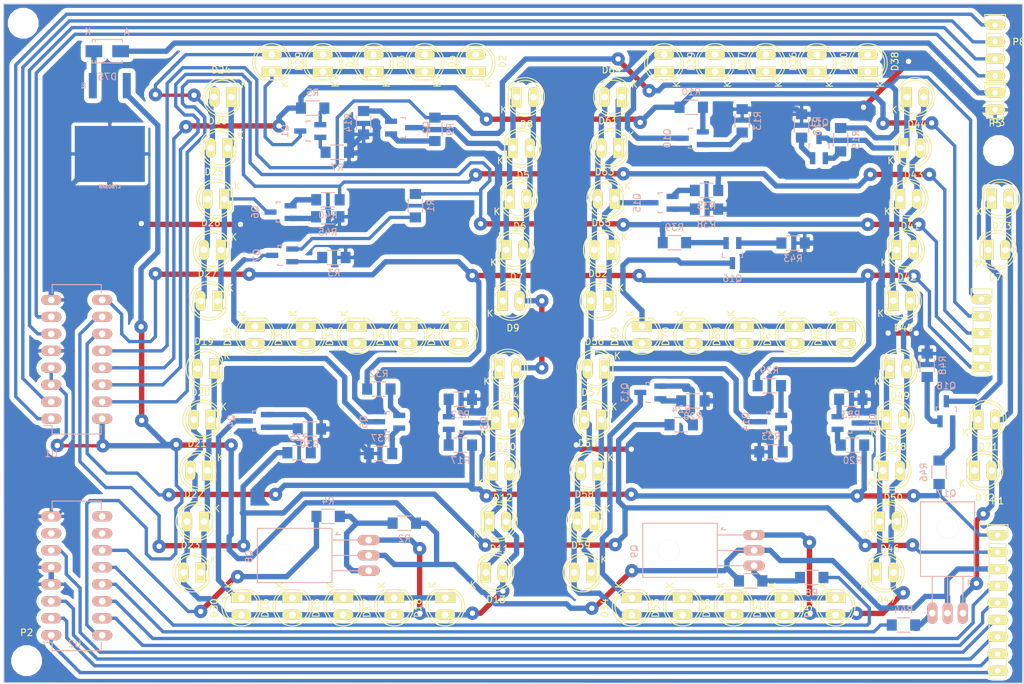
<source format=kicad_pcb>
(kicad_pcb (version 20171130) (host pcbnew "(5.1.12)-1")
  (layers (0 F.Cu signal) (31 B.Cu signal) (34 B.Paste user hide) (35 F.Paste user hide) (36 B.SilkS user hide) (37 F.SilkS user hide) (38 B.Mask user hide) (39 F.Mask user hide) (44 Edge.Cuts user))
  (net 0 "")
  (net 1 "Net-(Q1-Pad1)")
  (net 2 "Net-(Q1-Pad2)")
  (net 3 "Net-(D1-Pad1)")
  (net 4 "Net-(Q2-Pad1)")
  (net 5 "Net-(Q2-Pad2)")
  (net 6 "Net-(D5-Pad1)")
  (net 7 GND)
  (net 8 "Net-(Q3-Pad1)")
  (net 9 "Net-(Q3-Pad2)")
  (net 10 "Net-(D10-Pad1)")
  (net 11 "Net-(Q4-Pad1)")
  (net 12 "Net-(Q4-Pad2)")
  (net 13 "Net-(D15-Pad1)")
  (net 14 "Net-(Q5-Pad1)")
  (net 15 "Net-(Q5-Pad2)")
  (net 16 "Net-(D19-Pad1)")
  (net 17 "Net-(Q6-Pad1)")
  (net 18 "Net-(Q6-Pad2)")
  (net 19 "Net-(D24-Pad1)")
  (net 20 "Net-(Q7-Pad1)")
  (net 21 "Net-(Q7-Pad2)")
  (net 22 "Net-(D31-Pad1)")
  (net 23 "Net-(Q8-Pad3)")
  (net 24 /D1_IN)
  (net 25 "Net-(D36-Pad2)")
  (net 26 "Net-(Q9-Pad3)")
  (net 27 "Net-(Q10-Pad1)")
  (net 28 "Net-(Q10-Pad2)")
  (net 29 "Net-(D36-Pad1)")
  (net 30 /D2_IN)
  (net 31 "Net-(Q11-Pad1)")
  (net 32 "Net-(Q11-Pad2)")
  (net 33 "Net-(D41-Pad1)")
  (net 34 "Net-(Q12-Pad1)")
  (net 35 "Net-(Q12-Pad2)")
  (net 36 "Net-(D46-Pad1)")
  (net 37 "Net-(Q13-Pad1)")
  (net 38 "Net-(Q13-Pad2)")
  (net 39 "Net-(D51-Pad1)")
  (net 40 "Net-(Q14-Pad1)")
  (net 41 "Net-(Q14-Pad2)")
  (net 42 "Net-(D56-Pad1)")
  (net 43 "Net-(Q15-Pad1)")
  (net 44 "Net-(Q15-Pad2)")
  (net 45 "Net-(D61-Pad1)")
  (net 46 "Net-(Q16-Pad1)")
  (net 47 "Net-(Q16-Pad2)")
  (net 48 "Net-(D66-Pad1)")
  (net 49 "Net-(D71-Pad2)")
  (net 50 "Net-(Q17-Pad3)")
  (net 51 "Net-(Q18-Pad1)")
  (net 52 "Net-(Q18-Pad2)")
  (net 53 "Net-(D71-Pad1)")
  (net 54 /D3_IN)
  (net 55 +5V)
  (net 56 "Net-(D1-Pad2)")
  (net 57 /SEG_G)
  (net 58 /SEG_B)
  (net 59 /SEG_A)
  (net 60 /SEG_F)
  (net 61 /SEG_E)
  (net 62 /SEG_C)
  (net 63 /SEG_D)
  (net 64 /BCD_B)
  (net 65 /BCD_C)
  (net 66 /BCD_D)
  (net 67 /BCD_A)
  (net 68 /DIG_0)
  (net 69 /DIG_1)
  (net 70 /DIG_2)
  (net 71 "Net-(U2-Pad7)")
  (net 72 "Net-(U2-Pad9)")
  (net 73 "Net-(U2-Pad10)")
  (net 74 /D0_IN)
  (net 75 /D4_IN)
  (net 76 /VIN)
  (net 77 "Net-(D75-Pad1)")
  (net 78 /PWM)
  (net 79 "Net-(P6-Pad1)")
  (net 80 "Net-(P2-Pad1)")
  (net 81 "Net-(P3-Pad1)")
  (module Pin_Headers:Pin_Header_Straight_1x04 (layer F.Cu) (at 177.038 28.321)
    (fp_text reference P8 (at 3.556 2.54) (layer F.SilkS))
    (fp_text value CONN_01X04)
    (pad 1 thru_hole oval (at 0 0) (size 3 1.5) (drill 0.8) (layers *.Cu *.Mask F.SilkS) (net 64 /BCD_B))
    (pad 2 thru_hole oval (at 0 2.54) (size 3 1.5) (drill 0.8) (layers *.Cu *.Mask F.SilkS) (net 65 /BCD_C))
    (pad 3 thru_hole oval (at 0 5.08) (size 3 1.5) (drill 0.8) (layers *.Cu *.Mask F.SilkS) (net 66 /BCD_D))
    (pad 4 thru_hole oval (at 0 7.62) (size 3 1.5) (drill 0.8) (layers *.Cu *.Mask F.SilkS) (net 67 /BCD_A))
  )
  (module Pin_Headers:Pin_Header_Straight_1x09 (layer F.Cu) (at 177.419 104.648)
    (fp_text reference P1 (at 0 -5.1) (layer F.SilkS))
    (fp_text value CONN_01X09)
    (pad 1 thru_hole oval (at 0 0) (size 3 1.5) (drill 0.8) (layers *.Cu *.Mask F.SilkS) (net 62 /SEG_C))
    (pad 2 thru_hole oval (at 0 2.54) (size 3 1.5) (drill 0.8) (layers *.Cu *.Mask F.SilkS) (net 63 /SEG_D))
    (pad 3 thru_hole oval (at 0 5.08) (size 3 1.5) (drill 0.8) (layers *.Cu *.Mask F.SilkS) (net 55 +5V))
    (pad 4 thru_hole oval (at 0 7.62) (size 3 1.5) (drill 0.8) (layers *.Cu *.Mask F.SilkS) (net 54 /D3_IN))
    (pad 5 thru_hole oval (at 0 10.16) (size 3 1.5) (drill 0.8) (layers *.Cu *.Mask F.SilkS) (net 75 /D4_IN))
    (pad 6 thru_hole oval (at 0 12.7) (size 3 1.5) (drill 0.8) (layers *.Cu *.Mask F.SilkS) (net 78 /PWM))
    (pad 7 thru_hole oval (at 0 15.24) (size 3 1.5) (drill 0.8) (layers *.Cu *.Mask F.SilkS) (net 70 /DIG_2))
    (pad 8 thru_hole oval (at 0 17.78) (size 3 1.5) (drill 0.8) (layers *.Cu *.Mask F.SilkS) (net 69 /DIG_1))
    (pad 9 thru_hole oval (at 0 20.32) (size 3 1.5) (drill 0.8) (layers *.Cu *.Mask F.SilkS) (net 68 /DIG_0))
  )
  (module Housings_DIP:DIP-16_W7.62mm_LongPads (layer B.Cu) (at 35.814 87.249)
    (fp_text reference U1 (at 0 5.22) (layer B.SilkS) (effects (justify mirror)))
    (fp_text value 4511)
    (pad 1 thru_hole oval (at 0 0) (size 3 1.5) (drill 1) (layers *.Cu *.Mask B.SilkS) (net 64 /BCD_B))
    (pad 2 thru_hole oval (at 0 -2.54) (size 3 1.5) (drill 1) (layers *.Cu *.Mask B.SilkS) (net 65 /BCD_C))
    (pad 3 thru_hole oval (at 0 -5.08) (size 3 1.5) (drill 1) (layers *.Cu *.Mask B.SilkS) (net 55 +5V))
    (pad 4 thru_hole oval (at 0 -7.62) (size 3 1.5) (drill 1) (layers *.Cu *.Mask B.SilkS) (net 55 +5V))
    (pad 5 thru_hole oval (at 0 -10.16) (size 3 1.5) (drill 1) (layers *.Cu *.Mask B.SilkS) (net 7 GND))
    (pad 6 thru_hole oval (at 0 -12.7) (size 3 1.5) (drill 1) (layers *.Cu *.Mask B.SilkS) (net 66 /BCD_D))
    (pad 7 thru_hole oval (at 0 -15.24) (size 3 1.5) (drill 1) (layers *.Cu *.Mask B.SilkS) (net 67 /BCD_A))
    (pad 8 thru_hole oval (at 0 -17.78) (size 3 1.5) (drill 1) (layers *.Cu *.Mask B.SilkS) (net 7 GND))
    (pad 9 thru_hole oval (at 7.62 -17.78) (size 3 1.5) (drill 1) (layers *.Cu *.Mask B.SilkS) (net 61 /SEG_E))
    (pad 10 thru_hole oval (at 7.62 -15.24) (size 3 1.5) (drill 1) (layers *.Cu *.Mask B.SilkS) (net 63 /SEG_D))
    (pad 11 thru_hole oval (at 7.62 -12.7) (size 3 1.5) (drill 1) (layers *.Cu *.Mask B.SilkS) (net 62 /SEG_C))
    (pad 12 thru_hole oval (at 7.62 -10.16) (size 3 1.5) (drill 1) (layers *.Cu *.Mask B.SilkS) (net 58 /SEG_B))
    (pad 13 thru_hole oval (at 7.62 -7.62) (size 3 1.5) (drill 1) (layers *.Cu *.Mask B.SilkS) (net 59 /SEG_A))
    (pad 14 thru_hole oval (at 7.62 -5.08) (size 3 1.5) (drill 1) (layers *.Cu *.Mask B.SilkS) (net 57 /SEG_G))
    (pad 15 thru_hole oval (at 7.62 -2.54) (size 3 1.5) (drill 1) (layers *.Cu *.Mask B.SilkS) (net 60 /SEG_F))
    (pad 16 thru_hole oval (at 7.62 0) (size 3 1.5) (drill 1) (layers *.Cu *.Mask B.SilkS) (net 55 +5V))
  )
  (module Housings_DIP:DIP-16_W7.62mm_LongPads (layer B.Cu) (at 35.814 119.634)
    (fp_text reference U2 (at 3.525633 1.295369) (layer B.SilkS) (effects (justify mirror)))
    (fp_text value 74LS138)
    (pad 1 thru_hole oval (at 0 0) (size 3 1.5) (drill 1) (layers *.Cu *.Mask B.SilkS) (net 68 /DIG_0))
    (pad 2 thru_hole oval (at 0 -2.54) (size 3 1.5) (drill 1) (layers *.Cu *.Mask B.SilkS) (net 69 /DIG_1))
    (pad 3 thru_hole oval (at 0 -5.08) (size 3 1.5) (drill 1) (layers *.Cu *.Mask B.SilkS) (net 70 /DIG_2))
    (pad 4 thru_hole oval (at 0 -7.62) (size 3 1.5) (drill 1) (layers *.Cu *.Mask B.SilkS) (net 7 GND))
    (pad 5 thru_hole oval (at 0 -10.16) (size 3 1.5) (drill 1) (layers *.Cu *.Mask B.SilkS) (net 7 GND))
    (pad 6 thru_hole oval (at 0 -12.7) (size 3 1.5) (drill 1) (layers *.Cu *.Mask B.SilkS) (net 78 /PWM))
    (pad 7 thru_hole oval (at 0 -15.24) (size 3 1.5) (drill 1) (layers *.Cu *.Mask B.SilkS) (net 71 "Net-(U2-Pad7)"))
    (pad 8 thru_hole oval (at 0 -17.78) (size 3 1.5) (drill 1) (layers *.Cu *.Mask B.SilkS) (net 7 GND))
    (pad 9 thru_hole oval (at 7.62 -17.78) (size 3 1.5) (drill 1) (layers *.Cu *.Mask B.SilkS) (net 72 "Net-(U2-Pad9)"))
    (pad 10 thru_hole oval (at 7.62 -15.24) (size 3 1.5) (drill 1) (layers *.Cu *.Mask B.SilkS) (net 73 "Net-(U2-Pad10)"))
    (pad 11 thru_hole oval (at 7.62 -12.7) (size 3 1.5) (drill 1) (layers *.Cu *.Mask B.SilkS) (net 74 /D0_IN))
    (pad 12 thru_hole oval (at 7.62 -10.16) (size 3 1.5) (drill 1) (layers *.Cu *.Mask B.SilkS) (net 24 /D1_IN))
    (pad 13 thru_hole oval (at 7.62 -7.62) (size 3 1.5) (drill 1) (layers *.Cu *.Mask B.SilkS) (net 30 /D2_IN))
    (pad 14 thru_hole oval (at 7.62 -5.08) (size 3 1.5) (drill 1) (layers *.Cu *.Mask B.SilkS) (net 54 /D3_IN))
    (pad 15 thru_hole oval (at 7.62 -2.54) (size 3 1.5) (drill 1) (layers *.Cu *.Mask B.SilkS) (net 75 /D4_IN))
    (pad 16 thru_hole oval (at 7.62 0) (size 3 1.5) (drill 1) (layers *.Cu *.Mask B.SilkS) (net 55 +5V))
  )
  (module TO_SOT_Packages_THT:SOT126_SOT32_Housing_Horizontal (layer B.Cu) (at 169.926 116.332 180)
    (fp_text reference Q17 (at 0.14986 17.89938 180) (layer B.SilkS) (effects (justify mirror)))
    (fp_text value BD140)
    (pad 2 thru_hole oval (at 0 0 180) (size 1.5 3.2) (drill 1) (layers *.Cu *.Mask B.SilkS) (net 55 +5V))
    (pad 1 thru_hole oval (at -2.29108 0 180) (size 1.5 3.2) (drill 1) (layers *.Cu *.Mask B.SilkS) (net 49 "Net-(D71-Pad2)"))
    (pad 3 thru_hole oval (at 2.29108 0 180) (size 1.5 3.2) (drill 1) (layers *.Cu *.Mask B.SilkS) (net 50 "Net-(Q17-Pad3)"))
    (pad "" np_thru_hole circle (at 0 12.79906 180) (size 3.2004 3.2004) (drill 3.2004) (layers *.Cu *.Mask B.SilkS))
  )
  (module LEDs:LED-5MM (layer F.Cu) (at 157.988 35.306 90)
    (fp_text reference D38 (at 1.524 4.064 90) (layer F.SilkS))
    (fp_text value D1_A)
    (fp_text user K (at -1.905 1.905 90) (layer F.SilkS))
    (pad 1 thru_hole rect (at 0 0 180) (size 3 1.5) (drill 1) (layers *.Cu *.Mask F.SilkS) (net 29 "Net-(D36-Pad1)"))
    (pad 2 thru_hole oval (at 2.54 0 180) (size 3 1.5) (drill 1) (layers *.Cu *.Mask F.SilkS) (net 25 "Net-(D36-Pad2)"))
  )
  (module Pin_Headers:Pin_Header_Straight_1x02 (layer F.Cu) (at 177.038 38.481)
    (fp_text reference P5 (at 0 4.572) (layer F.SilkS))
    (fp_text value CONN_01X02)
    (pad 1 thru_hole oval (at 0 0) (size 3 1.5) (drill 0.8) (layers *.Cu *.Mask F.SilkS) (net 76 /VIN))
    (pad 2 thru_hole oval (at 0 2.54) (size 3 1.5) (drill 0.8) (layers *.Cu *.Mask F.SilkS) (net 7 GND))
  )
  (module Pin_Headers:Pin_Header_Straight_1x05 (layer F.Cu) (at 175.006 69.342)
    (fp_text reference P4 (at 0 -5.1) (layer F.SilkS))
    (fp_text value CONN_01X05)
    (pad 1 thru_hole oval (at 0 0) (size 3 1.5) (drill 0.8) (layers *.Cu *.Mask F.SilkS) (net 58 /SEG_B))
    (pad 2 thru_hole oval (at 0 2.54) (size 3 1.5) (drill 0.8) (layers *.Cu *.Mask F.SilkS) (net 59 /SEG_A))
    (pad 3 thru_hole oval (at 0 5.08) (size 3 1.5) (drill 0.8) (layers *.Cu *.Mask F.SilkS) (net 60 /SEG_F))
    (pad 4 thru_hole oval (at 0 7.62) (size 3 1.5) (drill 0.8) (layers *.Cu *.Mask F.SilkS) (net 57 /SEG_G))
    (pad 5 thru_hole oval (at 0 10.16) (size 3 1.5) (drill 0.8) (layers *.Cu *.Mask F.SilkS) (net 61 /SEG_E))
  )
  (module Resistors_SMD:R_1206_HandSoldering (layer B.Cu) (at 149.606 110.998)
    (fp_text reference R8 (at 0 2.3) (layer B.SilkS) (effects (justify mirror)))
    (fp_text value 0)
    (pad 1 smd rect (at -1.75 0) (size 1.5 1.7) (layers B.Cu B.Paste B.Mask) (net 26 "Net-(Q9-Pad3)"))
    (pad 2 smd rect (at 1.75 0) (size 1.5 1.7) (layers B.Cu B.Paste B.Mask) (net 24 /D1_IN))
  )
  (module Resistors_SMD:R_1206_HandSoldering (layer B.Cu) (at 143.51 92.202 180)
    (fp_text reference R33 (at 0 2.3 180) (layer B.SilkS) (effects (justify mirror)))
    (fp_text value 0)
    (pad 1 smd rect (at -1.75 0 180) (size 1.5 1.7) (layers B.Cu B.Paste B.Mask) (net 41 "Net-(Q14-Pad2)"))
    (pad 2 smd rect (at 1.75 0 180) (size 1.5 1.7) (layers B.Cu B.Paste B.Mask) (net 7 GND))
  )
  (module TO_SOT_Packages_THT:SOT126_SOT32_Housing_Horizontal (layer B.Cu) (at 83.312 107.69092 270)
    (fp_text reference Q8 (at 0.14986 17.89938 270) (layer B.SilkS) (effects (justify mirror)))
    (fp_text value BD140)
    (pad 2 thru_hole oval (at 0 0 270) (size 1.5 3.3) (drill 1) (layers *.Cu *.Mask B.SilkS) (net 55 +5V))
    (pad 1 thru_hole oval (at -2.29108 0 270) (size 1.5 3.3) (drill 1) (layers *.Cu *.Mask B.SilkS) (net 56 "Net-(D1-Pad2)"))
    (pad 3 thru_hole oval (at 2.29108 0 270) (size 1.5 3.3) (drill 1) (layers *.Cu *.Mask B.SilkS) (net 23 "Net-(Q8-Pad3)"))
    (pad "" np_thru_hole circle (at 0 12.79906 270) (size 3.2004 3.2004) (drill 3.2004) (layers *.Cu *.Mask B.SilkS))
  )
  (module TO_SOT_Packages_SMD:SOT-23_Handsoldering (layer B.Cu) (at 86.38286 87.696 270)
    (fp_text reference Q5 (at 0 3.81 270) (layer B.SilkS) (effects (justify mirror)))
    (fp_text value MMBT3904)
    (pad 1 smd rect (at -0.95 -1.50114 270) (size 0.8001 1.80086) (layers B.Cu B.Paste B.Mask) (net 14 "Net-(Q5-Pad1)"))
    (pad 2 smd rect (at 0.95 -1.50114 270) (size 0.8001 1.80086) (layers B.Cu B.Paste B.Mask) (net 15 "Net-(Q5-Pad2)"))
    (pad 3 smd rect (at 0 1.50114 270) (size 0.8001 1.80086) (layers B.Cu B.Paste B.Mask) (net 16 "Net-(D19-Pad1)"))
  )
  (module Resistors_SMD:R_1206_HandSoldering (layer B.Cu) (at 97.028 91.186)
    (fp_text reference R17 (at 0 2.3) (layer B.SilkS) (effects (justify mirror)))
    (fp_text value 0)
    (pad 1 smd rect (at -1.75 0) (size 1.5 1.7) (layers B.Cu B.Paste B.Mask) (net 8 "Net-(Q3-Pad1)"))
    (pad 2 smd rect (at 1.75 0) (size 1.5 1.7) (layers B.Cu B.Paste B.Mask) (net 62 /SEG_C))
  )
  (module Resistors_SMD:R_1206_HandSoldering (layer B.Cu) (at 93.218 43.942 90)
    (fp_text reference R9 (at 0 2.3 90) (layer B.SilkS) (effects (justify mirror)))
    (fp_text value 0)
    (pad 1 smd rect (at -1.75 0 90) (size 1.5 1.7) (layers B.Cu B.Paste B.Mask) (net 4 "Net-(Q2-Pad1)"))
    (pad 2 smd rect (at 1.75 0 90) (size 1.5 1.7) (layers B.Cu B.Paste B.Mask) (net 58 /SEG_B))
  )
  (module Resistors_SMD:R_1206_HandSoldering (layer B.Cu) (at 78.613 47.371)
    (fp_text reference R7 (at 0 2.3) (layer B.SilkS) (effects (justify mirror)))
    (fp_text value 0)
    (pad 1 smd rect (at -1.75 0) (size 1.5 1.7) (layers B.Cu B.Paste B.Mask) (net 2 "Net-(Q1-Pad2)"))
    (pad 2 smd rect (at 1.75 0) (size 1.5 1.7) (layers B.Cu B.Paste B.Mask) (net 7 GND))
  )
  (module TO_SOT_Packages_THT:SOT126_SOT32_Housing_Horizontal (layer B.Cu) (at 140.97 106.934 270)
    (fp_text reference Q9 (at 0.14986 17.89938 270) (layer B.SilkS) (effects (justify mirror)))
    (fp_text value BD140)
    (pad 2 thru_hole oval (at 0 0 270) (size 1.5 3.2) (drill 1) (layers *.Cu *.Mask B.SilkS) (net 55 +5V))
    (pad 1 thru_hole oval (at -2.29108 0 270) (size 1.5 3.2) (drill 1) (layers *.Cu *.Mask B.SilkS) (net 25 "Net-(D36-Pad2)"))
    (pad 3 thru_hole oval (at 2.29108 0 270) (size 1.5 3.2) (drill 1) (layers *.Cu *.Mask B.SilkS) (net 26 "Net-(Q9-Pad3)"))
    (pad "" np_thru_hole circle (at 0 12.79906 270) (size 3.2004 3.2004) (drill 3.2004) (layers *.Cu *.Mask B.SilkS))
  )
  (module TO_SOT_Packages_SMD:SOT-23_Handsoldering (layer B.Cu) (at 66.57086 87.569 270)
    (fp_text reference Q4 (at 0 3.81 270) (layer B.SilkS) (effects (justify mirror)))
    (fp_text value MMBT3904)
    (pad 1 smd rect (at -0.95 -1.50114 270) (size 0.8001 1.80086) (layers B.Cu B.Paste B.Mask) (net 11 "Net-(Q4-Pad1)"))
    (pad 2 smd rect (at 0.95 -1.50114 270) (size 0.8001 1.80086) (layers B.Cu B.Paste B.Mask) (net 12 "Net-(Q4-Pad2)"))
    (pad 3 smd rect (at 0 1.50114 270) (size 0.8001 1.80086) (layers B.Cu B.Paste B.Mask) (net 13 "Net-(D15-Pad1)"))
  )
  (module Resistors_SMD:R_1206_HandSoldering (layer B.Cu) (at 74.45 88.773)
    (fp_text reference R30 (at 0 2.3) (layer B.SilkS) (effects (justify mirror)))
    (fp_text value 0)
    (pad 1 smd rect (at -1.75 0) (size 1.5 1.7) (layers B.Cu B.Paste B.Mask) (net 12 "Net-(Q4-Pad2)"))
    (pad 2 smd rect (at 1.75 0) (size 1.5 1.7) (layers B.Cu B.Paste B.Mask) (net 7 GND))
  )
  (module Resistors_SMD:R_1206_HandSoldering (layer B.Cu) (at 72.898 92.329 180)
    (fp_text reference R25 (at 0 2.3 180) (layer B.SilkS) (effects (justify mirror)))
    (fp_text value 0)
    (pad 1 smd rect (at -1.75 0 180) (size 1.5 1.7) (layers B.Cu B.Paste B.Mask) (net 11 "Net-(Q4-Pad1)"))
    (pad 2 smd rect (at 1.75 0 180) (size 1.5 1.7) (layers B.Cu B.Paste B.Mask) (net 63 /SEG_D))
  )
  (module Resistors_SMD:R_1206_HandSoldering (layer B.Cu) (at 90.297 55.372 90)
    (fp_text reference R1 (at 0 2.3 90) (layer B.SilkS) (effects (justify mirror)))
    (fp_text value 0)
    (pad 1 smd rect (at -1.75 0 90) (size 1.5 1.7) (layers B.Cu B.Paste B.Mask) (net 20 "Net-(Q7-Pad1)"))
    (pad 2 smd rect (at 1.75 0 90) (size 1.5 1.7) (layers B.Cu B.Paste B.Mask) (net 57 /SEG_G))
  )
  (module Resistors_SMD:R_1206_HandSoldering (layer B.Cu) (at 77.244 101.854 180)
    (fp_text reference R4 (at 0 2.3 180) (layer B.SilkS) (effects (justify mirror)))
    (fp_text value 0)
    (pad 1 smd rect (at -1.75 0 180) (size 1.5 1.7) (layers B.Cu B.Paste B.Mask) (net 23 "Net-(Q8-Pad3)"))
    (pad 2 smd rect (at 1.75 0 180) (size 1.5 1.7) (layers B.Cu B.Paste B.Mask) (net 74 /D0_IN))
  )
  (module LEDs:LED-5MM (layer F.Cu) (at 81.534 73.406 270)
    (fp_text reference D33 (at 1.524 4.064 270) (layer F.SilkS))
    (fp_text value D1_B)
    (fp_text user K (at -1.905 1.905 270) (layer F.SilkS))
    (pad 1 thru_hole rect (at 0 0) (size 3 1.5) (drill 1) (layers *.Cu *.Mask F.SilkS) (net 22 "Net-(D31-Pad1)"))
    (pad 2 thru_hole oval (at 2.54 0) (size 3 1.5) (drill 1) (layers *.Cu *.Mask F.SilkS) (net 56 "Net-(D1-Pad2)"))
  )
  (module LEDs:LED-5MM (layer F.Cu) (at 66.294 73.406 270)
    (fp_text reference D35 (at 1.524 4.064 270) (layer F.SilkS))
    (fp_text value D1_B)
    (fp_text user K (at -1.905 1.905 270) (layer F.SilkS))
    (pad 1 thru_hole rect (at 0 0) (size 3 1.5) (drill 1) (layers *.Cu *.Mask F.SilkS) (net 22 "Net-(D31-Pad1)"))
    (pad 2 thru_hole oval (at 2.54 0) (size 3 1.5) (drill 1) (layers *.Cu *.Mask F.SilkS) (net 56 "Net-(D1-Pad2)"))
  )
  (module TO_SOT_Packages_SMD:SOT-23_Handsoldering (layer B.Cu) (at 74.57186 44.196 270)
    (fp_text reference Q1 (at 0 3.81 270) (layer B.SilkS) (effects (justify mirror)))
    (fp_text value MMBT3904)
    (pad 1 smd rect (at -0.95 -1.50114 270) (size 0.8001 1.80086) (layers B.Cu B.Paste B.Mask) (net 1 "Net-(Q1-Pad1)"))
    (pad 2 smd rect (at 0.95 -1.50114 270) (size 0.8001 1.80086) (layers B.Cu B.Paste B.Mask) (net 2 "Net-(Q1-Pad2)"))
    (pad 3 smd rect (at 0 1.50114 270) (size 0.8001 1.80086) (layers B.Cu B.Paste B.Mask) (net 3 "Net-(D1-Pad1)"))
  )
  (module Resistors_SMD:R_1206_HandSoldering (layer B.Cu) (at 74.93 40.767 180)
    (fp_text reference R5 (at 0 2.3 180) (layer B.SilkS) (effects (justify mirror)))
    (fp_text value 0)
    (pad 1 smd rect (at -1.75 0 180) (size 1.5 1.7) (layers B.Cu B.Paste B.Mask) (net 1 "Net-(Q1-Pad1)"))
    (pad 2 smd rect (at 1.75 0 180) (size 1.5 1.7) (layers B.Cu B.Paste B.Mask) (net 59 /SEG_A))
  )
  (module Resistors_SMD:R_1206_HandSoldering (layer B.Cu) (at 84.836 82.804 180)
    (fp_text reference R32 (at 0 2.3 180) (layer B.SilkS) (effects (justify mirror)))
    (fp_text value 0)
    (pad 1 smd rect (at -1.75 0 180) (size 1.5 1.7) (layers B.Cu B.Paste B.Mask) (net 14 "Net-(Q5-Pad1)"))
    (pad 2 smd rect (at 1.75 0 180) (size 1.5 1.7) (layers B.Cu B.Paste B.Mask) (net 61 /SEG_E))
  )
  (module Resistors_SMD:R_1206_HandSoldering (layer B.Cu) (at 85.09 92.456 180)
    (fp_text reference R37 (at 0 2.3 180) (layer B.SilkS) (effects (justify mirror)))
    (fp_text value 0)
    (pad 1 smd rect (at -1.75 0 180) (size 1.5 1.7) (layers B.Cu B.Paste B.Mask) (net 15 "Net-(Q5-Pad2)"))
    (pad 2 smd rect (at 1.75 0 180) (size 1.5 1.7) (layers B.Cu B.Paste B.Mask) (net 7 GND))
  )
  (module LEDs:LED-5MM (layer F.Cu) (at 62.738 39.116 180)
    (fp_text reference D24 (at 1.524 4.064 180) (layer F.SilkS))
    (fp_text value D1_B)
    (fp_text user K (at -1.905 1.905 180) (layer F.SilkS))
    (pad 1 thru_hole rect (at 0 0 270) (size 3 1.5) (drill 1) (layers *.Cu *.Mask F.SilkS) (net 19 "Net-(D24-Pad1)"))
    (pad 2 thru_hole oval (at 2.54 0 270) (size 3 1.5) (drill 1) (layers *.Cu *.Mask F.SilkS) (net 56 "Net-(D1-Pad2)"))
  )
  (module Resistors_SMD:R_1206_HandSoldering (layer B.Cu) (at 77.216 54.483)
    (fp_text reference R40 (at 0 2.3) (layer B.SilkS) (effects (justify mirror)))
    (fp_text value 0)
    (pad 1 smd rect (at -1.75 0) (size 1.5 1.7) (layers B.Cu B.Paste B.Mask) (net 17 "Net-(Q6-Pad1)"))
    (pad 2 smd rect (at 1.75 0) (size 1.5 1.7) (layers B.Cu B.Paste B.Mask) (net 60 /SEG_F))
  )
  (module LEDs:LED-5MM (layer F.Cu) (at 59.182 94.996 180)
    (fp_text reference D21 (at 1.524 4.064 180) (layer F.SilkS))
    (fp_text value D1_B)
    (fp_text user K (at -1.905 1.905 180) (layer F.SilkS))
    (pad 1 thru_hole rect (at 0 0 270) (size 3 1.5) (drill 1) (layers *.Cu *.Mask F.SilkS) (net 16 "Net-(D19-Pad1)"))
    (pad 2 thru_hole oval (at 2.54 0 270) (size 3 1.5) (drill 1) (layers *.Cu *.Mask F.SilkS) (net 56 "Net-(D1-Pad2)"))
  )
  (module LEDs:LED-5MM (layer F.Cu) (at 58.674 102.616 180)
    (fp_text reference D22 (at 1.524 4.064 180) (layer F.SilkS))
    (fp_text value D1_B)
    (fp_text user K (at -1.905 1.905 180) (layer F.SilkS))
    (pad 1 thru_hole rect (at 0 0 270) (size 3 1.5) (drill 1) (layers *.Cu *.Mask F.SilkS) (net 16 "Net-(D19-Pad1)"))
    (pad 2 thru_hole oval (at 2.54 0 270) (size 3 1.5) (drill 1) (layers *.Cu *.Mask F.SilkS) (net 56 "Net-(D1-Pad2)"))
  )
  (module LEDs:LED-5MM (layer F.Cu) (at 58.166 110.236 180)
    (fp_text reference D23 (at 1.524 4.064 180) (layer F.SilkS))
    (fp_text value D1_B)
    (fp_text user K (at -1.905 1.905 180) (layer F.SilkS))
    (pad 1 thru_hole rect (at 0 0 270) (size 3 1.5) (drill 1) (layers *.Cu *.Mask F.SilkS) (net 16 "Net-(D19-Pad1)"))
    (pad 2 thru_hole oval (at 2.54 0 270) (size 3 1.5) (drill 1) (layers *.Cu *.Mask F.SilkS) (net 56 "Net-(D1-Pad2)"))
  )
  (module TO_SOT_Packages_SMD:SOT-23_Handsoldering (layer B.Cu) (at 88.16086 43.688 90)
    (fp_text reference Q2 (at 0 3.81 90) (layer B.SilkS) (effects (justify mirror)))
    (fp_text value MMBT3904)
    (pad 1 smd rect (at -0.95 -1.50114 90) (size 0.8001 1.80086) (layers B.Cu B.Paste B.Mask) (net 4 "Net-(Q2-Pad1)"))
    (pad 2 smd rect (at 0.95 -1.50114 90) (size 0.8001 1.80086) (layers B.Cu B.Paste B.Mask) (net 5 "Net-(Q2-Pad2)"))
    (pad 3 smd rect (at 0 1.50114 90) (size 0.8001 1.80086) (layers B.Cu B.Paste B.Mask) (net 6 "Net-(D5-Pad1)"))
  )
  (module LEDs:LED-5MM (layer F.Cu) (at 76.454 35.306 90)
    (fp_text reference D1 (at 1.524 4.064 90) (layer F.SilkS))
    (fp_text value D1_A)
    (fp_text user K (at -1.905 1.905 90) (layer F.SilkS))
    (pad 1 thru_hole rect (at 0 0 180) (size 3 1.5) (drill 1) (layers *.Cu *.Mask F.SilkS) (net 3 "Net-(D1-Pad1)"))
    (pad 2 thru_hole oval (at 2.54 0 180) (size 3 1.5) (drill 1) (layers *.Cu *.Mask F.SilkS) (net 56 "Net-(D1-Pad2)"))
  )
  (module LEDs:LED-5MM (layer F.Cu) (at 103.378 69.596)
    (fp_text reference D9 (at 1.524 4.064) (layer F.SilkS))
    (fp_text value D1_B)
    (fp_text user K (at -1.905 1.905) (layer F.SilkS))
    (pad 1 thru_hole rect (at 0 0 90) (size 3 1.5) (drill 1) (layers *.Cu *.Mask F.SilkS) (net 6 "Net-(D5-Pad1)"))
    (pad 2 thru_hole oval (at 2.54 0 90) (size 3 1.5) (drill 1) (layers *.Cu *.Mask F.SilkS) (net 56 "Net-(D1-Pad2)"))
  )
  (module LEDs:LED-5MM (layer F.Cu) (at 105.41 39.116)
    (fp_text reference D8 (at 1.524 4.064) (layer F.SilkS))
    (fp_text value D1_B)
    (fp_text user K (at -1.905 1.905) (layer F.SilkS))
    (pad 1 thru_hole rect (at 0 0 90) (size 3 1.5) (drill 1) (layers *.Cu *.Mask F.SilkS) (net 6 "Net-(D5-Pad1)"))
    (pad 2 thru_hole oval (at 2.54 0 90) (size 3 1.5) (drill 1) (layers *.Cu *.Mask F.SilkS) (net 56 "Net-(D1-Pad2)"))
  )
  (module LEDs:LED-5MM (layer F.Cu) (at 103.886 61.976)
    (fp_text reference D7 (at 1.524 4.064) (layer F.SilkS))
    (fp_text value D1_B)
    (fp_text user K (at -1.905 1.905) (layer F.SilkS))
    (pad 1 thru_hole rect (at 0 0 90) (size 3 1.5) (drill 1) (layers *.Cu *.Mask F.SilkS) (net 6 "Net-(D5-Pad1)"))
    (pad 2 thru_hole oval (at 2.54 0 90) (size 3 1.5) (drill 1) (layers *.Cu *.Mask F.SilkS) (net 56 "Net-(D1-Pad2)"))
  )
  (module LEDs:LED-5MM (layer F.Cu) (at 104.394 54.356)
    (fp_text reference D6 (at 1.524 4.064) (layer F.SilkS))
    (fp_text value D1_B)
    (fp_text user K (at -1.905 1.905) (layer F.SilkS))
    (pad 1 thru_hole rect (at 0 0 90) (size 3 1.5) (drill 1) (layers *.Cu *.Mask F.SilkS) (net 6 "Net-(D5-Pad1)"))
    (pad 2 thru_hole oval (at 2.54 0 90) (size 3 1.5) (drill 1) (layers *.Cu *.Mask F.SilkS) (net 56 "Net-(D1-Pad2)"))
  )
  (module LEDs:LED-5MM (layer F.Cu) (at 104.902 46.736)
    (fp_text reference D5 (at 1.524 4.064) (layer F.SilkS))
    (fp_text value D1_B)
    (fp_text user K (at -1.905 1.905) (layer F.SilkS))
    (pad 1 thru_hole rect (at 0 0 90) (size 3 1.5) (drill 1) (layers *.Cu *.Mask F.SilkS) (net 6 "Net-(D5-Pad1)"))
    (pad 2 thru_hole oval (at 2.54 0 90) (size 3 1.5) (drill 1) (layers *.Cu *.Mask F.SilkS) (net 56 "Net-(D1-Pad2)"))
  )
  (module LEDs:LED-5MM (layer F.Cu) (at 91.694 35.306 90)
    (fp_text reference D4 (at 1.524 4.064 90) (layer F.SilkS))
    (fp_text value D1_A)
    (fp_text user K (at -1.905 1.905 90) (layer F.SilkS))
    (pad 1 thru_hole rect (at 0 0 180) (size 3 1.5) (drill 1) (layers *.Cu *.Mask F.SilkS) (net 3 "Net-(D1-Pad1)"))
    (pad 2 thru_hole oval (at 2.54 0 180) (size 3 1.5) (drill 1) (layers *.Cu *.Mask F.SilkS) (net 56 "Net-(D1-Pad2)"))
  )
  (module LEDs:LED-5MM (layer F.Cu) (at 84.074 35.306 90)
    (fp_text reference D3 (at 1.524 4.064 90) (layer F.SilkS))
    (fp_text value D1_A)
    (fp_text user K (at -1.905 1.905 90) (layer F.SilkS))
    (pad 1 thru_hole rect (at 0 0 180) (size 3 1.5) (drill 1) (layers *.Cu *.Mask F.SilkS) (net 3 "Net-(D1-Pad1)"))
    (pad 2 thru_hole oval (at 2.54 0 180) (size 3 1.5) (drill 1) (layers *.Cu *.Mask F.SilkS) (net 56 "Net-(D1-Pad2)"))
  )
  (module LEDs:LED-5MM (layer F.Cu) (at 99.314 35.306 90)
    (fp_text reference D2 (at 1.524 4.064 90) (layer F.SilkS))
    (fp_text value D1_A)
    (fp_text user K (at -1.905 1.905 90) (layer F.SilkS))
    (pad 1 thru_hole rect (at 0 0 180) (size 3 1.5) (drill 1) (layers *.Cu *.Mask F.SilkS) (net 3 "Net-(D1-Pad1)"))
    (pad 2 thru_hole oval (at 2.54 0 180) (size 3 1.5) (drill 1) (layers *.Cu *.Mask F.SilkS) (net 56 "Net-(D1-Pad2)"))
  )
  (module Resistors_SMD:R_1206_HandSoldering (layer B.Cu) (at 82.55 42.954 270)
    (fp_text reference R14 (at 0 2.3 270) (layer B.SilkS) (effects (justify mirror)))
    (fp_text value 0)
    (pad 1 smd rect (at -1.75 0 270) (size 1.5 1.7) (layers B.Cu B.Paste B.Mask) (net 5 "Net-(Q2-Pad2)"))
    (pad 2 smd rect (at 1.75 0 270) (size 1.5 1.7) (layers B.Cu B.Paste B.Mask) (net 7 GND))
  )
  (module TO_SOT_Packages_SMD:SOT-23_Handsoldering (layer B.Cu) (at 96.79686 87.884 90)
    (fp_text reference Q3 (at 0 3.81 90) (layer B.SilkS) (effects (justify mirror)))
    (fp_text value MMBT3904)
    (pad 1 smd rect (at -0.95 -1.50114 90) (size 0.8001 1.80086) (layers B.Cu B.Paste B.Mask) (net 8 "Net-(Q3-Pad1)"))
    (pad 2 smd rect (at 0.95 -1.50114 90) (size 0.8001 1.80086) (layers B.Cu B.Paste B.Mask) (net 9 "Net-(Q3-Pad2)"))
    (pad 3 smd rect (at 0 1.50114 90) (size 0.8001 1.80086) (layers B.Cu B.Paste B.Mask) (net 10 "Net-(D10-Pad1)"))
  )
  (module Resistors_SMD:R_1206_HandSoldering (layer B.Cu) (at 97.028 84.328)
    (fp_text reference R22 (at 0 2.3) (layer B.SilkS) (effects (justify mirror)))
    (fp_text value 0)
    (pad 1 smd rect (at -1.75 0) (size 1.5 1.7) (layers B.Cu B.Paste B.Mask) (net 9 "Net-(Q3-Pad2)"))
    (pad 2 smd rect (at 1.75 0) (size 1.5 1.7) (layers B.Cu B.Paste B.Mask) (net 7 GND))
  )
  (module LEDs:LED-5MM (layer F.Cu) (at 102.362 87.376)
    (fp_text reference D10 (at 1.524 4.064) (layer F.SilkS))
    (fp_text value D1_B)
    (fp_text user K (at -1.905 1.905) (layer F.SilkS))
    (pad 1 thru_hole rect (at 0 0 90) (size 3 1.5) (drill 1) (layers *.Cu *.Mask F.SilkS) (net 10 "Net-(D10-Pad1)"))
    (pad 2 thru_hole oval (at 2.54 0 90) (size 3 1.5) (drill 1) (layers *.Cu *.Mask F.SilkS) (net 56 "Net-(D1-Pad2)"))
  )
  (module LEDs:LED-5MM (layer F.Cu) (at 101.346 102.616)
    (fp_text reference D11 (at 1.524 4.064) (layer F.SilkS))
    (fp_text value D1_B)
    (fp_text user K (at -1.905 1.905) (layer F.SilkS))
    (pad 1 thru_hole rect (at 0 0 90) (size 3 1.5) (drill 1) (layers *.Cu *.Mask F.SilkS) (net 10 "Net-(D10-Pad1)"))
    (pad 2 thru_hole oval (at 2.54 0 90) (size 3 1.5) (drill 1) (layers *.Cu *.Mask F.SilkS) (net 56 "Net-(D1-Pad2)"))
  )
  (module LEDs:LED-5MM (layer F.Cu) (at 101.854 94.996)
    (fp_text reference D12 (at 1.524 4.064) (layer F.SilkS))
    (fp_text value D1_B)
    (fp_text user K (at -1.905 1.905) (layer F.SilkS))
    (pad 1 thru_hole rect (at 0 0 90) (size 3 1.5) (drill 1) (layers *.Cu *.Mask F.SilkS) (net 10 "Net-(D10-Pad1)"))
    (pad 2 thru_hole oval (at 2.54 0 90) (size 3 1.5) (drill 1) (layers *.Cu *.Mask F.SilkS) (net 56 "Net-(D1-Pad2)"))
  )
  (module LEDs:LED-5MM (layer F.Cu) (at 100.838 110.236)
    (fp_text reference D13 (at 1.524 4.064) (layer F.SilkS))
    (fp_text value D1_B)
    (fp_text user K (at -1.905 1.905) (layer F.SilkS))
    (pad 1 thru_hole rect (at 0 0 90) (size 3 1.5) (drill 1) (layers *.Cu *.Mask F.SilkS) (net 10 "Net-(D10-Pad1)"))
    (pad 2 thru_hole oval (at 2.54 0 90) (size 3 1.5) (drill 1) (layers *.Cu *.Mask F.SilkS) (net 56 "Net-(D1-Pad2)"))
  )
  (module LEDs:LED-5MM (layer F.Cu) (at 102.87 79.756)
    (fp_text reference D14 (at 1.524 4.064) (layer F.SilkS))
    (fp_text value D1_B)
    (fp_text user K (at -1.905 1.905) (layer F.SilkS))
    (pad 1 thru_hole rect (at 0 0 90) (size 3 1.5) (drill 1) (layers *.Cu *.Mask F.SilkS) (net 10 "Net-(D10-Pad1)"))
    (pad 2 thru_hole oval (at 2.54 0 90) (size 3 1.5) (drill 1) (layers *.Cu *.Mask F.SilkS) (net 56 "Net-(D1-Pad2)"))
  )
  (module LEDs:LED-5MM (layer F.Cu) (at 79.502 114.046 270)
    (fp_text reference D15 (at 1.524 4.064 270) (layer F.SilkS))
    (fp_text value D1_A)
    (fp_text user K (at -1.905 1.905 270) (layer F.SilkS))
    (pad 1 thru_hole rect (at 0 0) (size 3 1.5) (drill 1) (layers *.Cu *.Mask F.SilkS) (net 13 "Net-(D15-Pad1)"))
    (pad 2 thru_hole oval (at 2.54 0) (size 3 1.5) (drill 1) (layers *.Cu *.Mask F.SilkS) (net 56 "Net-(D1-Pad2)"))
  )
  (module LEDs:LED-5MM (layer F.Cu) (at 71.882 114.046 270)
    (fp_text reference D16 (at 1.524 4.064 270) (layer F.SilkS))
    (fp_text value D1_A)
    (fp_text user K (at -1.905 1.905 270) (layer F.SilkS))
    (pad 1 thru_hole rect (at 0 0) (size 3 1.5) (drill 1) (layers *.Cu *.Mask F.SilkS) (net 13 "Net-(D15-Pad1)"))
    (pad 2 thru_hole oval (at 2.54 0) (size 3 1.5) (drill 1) (layers *.Cu *.Mask F.SilkS) (net 56 "Net-(D1-Pad2)"))
  )
  (module LEDs:LED-5MM (layer F.Cu) (at 87.122 114.046 270)
    (fp_text reference D17 (at 1.524 4.064 270) (layer F.SilkS))
    (fp_text value D1_A)
    (fp_text user K (at -1.905 1.905 270) (layer F.SilkS))
    (pad 1 thru_hole rect (at 0 0) (size 3 1.5) (drill 1) (layers *.Cu *.Mask F.SilkS) (net 13 "Net-(D15-Pad1)"))
    (pad 2 thru_hole oval (at 2.54 0) (size 3 1.5) (drill 1) (layers *.Cu *.Mask F.SilkS) (net 56 "Net-(D1-Pad2)"))
  )
  (module LEDs:LED-5MM (layer F.Cu) (at 94.742 114.046 270)
    (fp_text reference D18 (at 1.524 4.064 270) (layer F.SilkS))
    (fp_text value D1_A)
    (fp_text user K (at -1.905 1.905 270) (layer F.SilkS))
    (pad 1 thru_hole rect (at 0 0) (size 3 1.5) (drill 1) (layers *.Cu *.Mask F.SilkS) (net 13 "Net-(D15-Pad1)"))
    (pad 2 thru_hole oval (at 2.54 0) (size 3 1.5) (drill 1) (layers *.Cu *.Mask F.SilkS) (net 56 "Net-(D1-Pad2)"))
  )
  (module LEDs:LED-5MM (layer F.Cu) (at 59.69 87.376 180)
    (fp_text reference D20 (at 1.524 4.064 180) (layer F.SilkS))
    (fp_text value D1_B)
    (fp_text user K (at -1.905 1.905 180) (layer F.SilkS))
    (pad 1 thru_hole rect (at 0 0 270) (size 3 1.5) (drill 1) (layers *.Cu *.Mask F.SilkS) (net 16 "Net-(D19-Pad1)"))
    (pad 2 thru_hole oval (at 2.54 0 270) (size 3 1.5) (drill 1) (layers *.Cu *.Mask F.SilkS) (net 56 "Net-(D1-Pad2)"))
  )
  (module LEDs:LED-5MM (layer F.Cu) (at 60.198 79.756 180)
    (fp_text reference D19 (at 1.524 4.064 180) (layer F.SilkS))
    (fp_text value D1_B)
    (fp_text user K (at -1.905 1.905 180) (layer F.SilkS))
    (pad 1 thru_hole rect (at 0 0 270) (size 3 1.5) (drill 1) (layers *.Cu *.Mask F.SilkS) (net 16 "Net-(D19-Pad1)"))
    (pad 2 thru_hole oval (at 2.54 0 270) (size 3 1.5) (drill 1) (layers *.Cu *.Mask F.SilkS) (net 56 "Net-(D1-Pad2)"))
  )
  (module TO_SOT_Packages_SMD:SOT-23_Handsoldering (layer B.Cu) (at 70.12686 56.327 270)
    (fp_text reference Q6 (at 0 3.81 270) (layer B.SilkS) (effects (justify mirror)))
    (fp_text value MMBT3904)
    (pad 1 smd rect (at -0.95 -1.50114 270) (size 0.8001 1.80086) (layers B.Cu B.Paste B.Mask) (net 17 "Net-(Q6-Pad1)"))
    (pad 2 smd rect (at 0.95 -1.50114 270) (size 0.8001 1.80086) (layers B.Cu B.Paste B.Mask) (net 18 "Net-(Q6-Pad2)"))
    (pad 3 smd rect (at 0 1.50114 270) (size 0.8001 1.80086) (layers B.Cu B.Paste B.Mask) (net 19 "Net-(D24-Pad1)"))
  )
  (module Resistors_SMD:R_1206_HandSoldering (layer B.Cu) (at 77.188 57.023)
    (fp_text reference R45 (at 0 2.3) (layer B.SilkS) (effects (justify mirror)))
    (fp_text value 0)
    (pad 1 smd rect (at -1.75 0) (size 1.5 1.7) (layers B.Cu B.Paste B.Mask) (net 18 "Net-(Q6-Pad2)"))
    (pad 2 smd rect (at 1.75 0) (size 1.5 1.7) (layers B.Cu B.Paste B.Mask) (net 7 GND))
  )
  (module LEDs:LED-5MM (layer F.Cu) (at 61.214 61.976 180)
    (fp_text reference D28 (at 1.524 4.064 180) (layer F.SilkS))
    (fp_text value D1_B)
    (fp_text user K (at -1.905 1.905 180) (layer F.SilkS))
    (pad 1 thru_hole rect (at 0 0 270) (size 3 1.5) (drill 1) (layers *.Cu *.Mask F.SilkS) (net 19 "Net-(D24-Pad1)"))
    (pad 2 thru_hole oval (at 2.54 0 270) (size 3 1.5) (drill 1) (layers *.Cu *.Mask F.SilkS) (net 56 "Net-(D1-Pad2)"))
  )
  (module LEDs:LED-5MM (layer F.Cu) (at 60.706 69.596 180)
    (fp_text reference D27 (at 1.524 4.064 180) (layer F.SilkS))
    (fp_text value D1_B)
    (fp_text user K (at -1.905 1.905 180) (layer F.SilkS))
    (pad 1 thru_hole rect (at 0 0 270) (size 3 1.5) (drill 1) (layers *.Cu *.Mask F.SilkS) (net 19 "Net-(D24-Pad1)"))
    (pad 2 thru_hole oval (at 2.54 0 270) (size 3 1.5) (drill 1) (layers *.Cu *.Mask F.SilkS) (net 56 "Net-(D1-Pad2)"))
  )
  (module LEDs:LED-5MM (layer F.Cu) (at 62.23 46.736 180)
    (fp_text reference D26 (at 1.524 4.064 180) (layer F.SilkS))
    (fp_text value D1_B)
    (fp_text user K (at -1.905 1.905 180) (layer F.SilkS))
    (pad 1 thru_hole rect (at 0 0 270) (size 3 1.5) (drill 1) (layers *.Cu *.Mask F.SilkS) (net 19 "Net-(D24-Pad1)"))
    (pad 2 thru_hole oval (at 2.54 0 270) (size 3 1.5) (drill 1) (layers *.Cu *.Mask F.SilkS) (net 56 "Net-(D1-Pad2)"))
  )
  (module LEDs:LED-5MM (layer F.Cu) (at 61.722 54.356 180)
    (fp_text reference D25 (at 1.524 4.064 180) (layer F.SilkS))
    (fp_text value D1_B)
    (fp_text user K (at -1.905 1.905 180) (layer F.SilkS))
    (pad 1 thru_hole rect (at 0 0 270) (size 3 1.5) (drill 1) (layers *.Cu *.Mask F.SilkS) (net 19 "Net-(D24-Pad1)"))
    (pad 2 thru_hole oval (at 2.54 0 270) (size 3 1.5) (drill 1) (layers *.Cu *.Mask F.SilkS) (net 56 "Net-(D1-Pad2)"))
  )
  (module LEDs:LED-5MM (layer F.Cu) (at 68.834 35.306 90)
    (fp_text reference D29 (at 1.524 4.064 90) (layer F.SilkS))
    (fp_text value D1_B)
    (fp_text user K (at -1.905 1.905 90) (layer F.SilkS))
    (pad 1 thru_hole rect (at 0 0 180) (size 3 1.5) (drill 1) (layers *.Cu *.Mask F.SilkS) (net 3 "Net-(D1-Pad1)"))
    (pad 2 thru_hole oval (at 2.54 0 180) (size 3 1.5) (drill 1) (layers *.Cu *.Mask F.SilkS) (net 56 "Net-(D1-Pad2)"))
  )
  (module LEDs:LED-5MM (layer F.Cu) (at 64.262 114.046 270)
    (fp_text reference D30 (at 1.524 4.064 270) (layer F.SilkS))
    (fp_text value D1_B)
    (fp_text user K (at -1.905 1.905 270) (layer F.SilkS))
    (pad 1 thru_hole rect (at 0 0) (size 3 1.5) (drill 1) (layers *.Cu *.Mask F.SilkS) (net 13 "Net-(D15-Pad1)"))
    (pad 2 thru_hole oval (at 2.54 0) (size 3 1.5) (drill 1) (layers *.Cu *.Mask F.SilkS) (net 56 "Net-(D1-Pad2)"))
  )
  (module TO_SOT_Packages_SMD:SOT-23_Handsoldering (layer B.Cu) (at 70.38086 62.799 270)
    (fp_text reference Q7 (at 0 3.81 270) (layer B.SilkS) (effects (justify mirror)))
    (fp_text value MMBT3904)
    (pad 1 smd rect (at -0.95 -1.50114 270) (size 0.8001 1.80086) (layers B.Cu B.Paste B.Mask) (net 20 "Net-(Q7-Pad1)"))
    (pad 2 smd rect (at 0.95 -1.50114 270) (size 0.8001 1.80086) (layers B.Cu B.Paste B.Mask) (net 21 "Net-(Q7-Pad2)"))
    (pad 3 smd rect (at 0 1.50114 270) (size 0.8001 1.80086) (layers B.Cu B.Paste B.Mask) (net 22 "Net-(D31-Pad1)"))
  )
  (module Resistors_SMD:R_1206_HandSoldering (layer B.Cu) (at 78.105 63.119)
    (fp_text reference R3 (at 0 2.3) (layer B.SilkS) (effects (justify mirror)))
    (fp_text value 0)
    (pad 1 smd rect (at -1.75 0) (size 1.5 1.7) (layers B.Cu B.Paste B.Mask) (net 21 "Net-(Q7-Pad2)"))
    (pad 2 smd rect (at 1.75 0) (size 1.5 1.7) (layers B.Cu B.Paste B.Mask) (net 7 GND))
  )
  (module LEDs:LED-5MM (layer F.Cu) (at 96.774 73.406 270)
    (fp_text reference D32 (at 1.524 4.064 270) (layer F.SilkS))
    (fp_text value D1_B)
    (fp_text user K (at -1.905 1.905 270) (layer F.SilkS))
    (pad 1 thru_hole rect (at 0 0) (size 3 1.5) (drill 1) (layers *.Cu *.Mask F.SilkS) (net 22 "Net-(D31-Pad1)"))
    (pad 2 thru_hole oval (at 2.54 0) (size 3 1.5) (drill 1) (layers *.Cu *.Mask F.SilkS) (net 56 "Net-(D1-Pad2)"))
  )
  (module LEDs:LED-5MM (layer F.Cu) (at 89.154 73.406 270)
    (fp_text reference D34 (at 1.524 4.064 270) (layer F.SilkS))
    (fp_text value D1_B)
    (fp_text user K (at -1.905 1.905 270) (layer F.SilkS))
    (pad 1 thru_hole rect (at 0 0) (size 3 1.5) (drill 1) (layers *.Cu *.Mask F.SilkS) (net 22 "Net-(D31-Pad1)"))
    (pad 2 thru_hole oval (at 2.54 0) (size 3 1.5) (drill 1) (layers *.Cu *.Mask F.SilkS) (net 56 "Net-(D1-Pad2)"))
  )
  (module LEDs:LED-5MM (layer F.Cu) (at 73.914 73.406 270)
    (fp_text reference D31 (at 1.524 4.064 270) (layer F.SilkS))
    (fp_text value D1_B)
    (fp_text user K (at -1.905 1.905 270) (layer F.SilkS))
    (pad 1 thru_hole rect (at 0 0) (size 3 1.5) (drill 1) (layers *.Cu *.Mask F.SilkS) (net 22 "Net-(D31-Pad1)"))
    (pad 2 thru_hole oval (at 2.54 0) (size 3 1.5) (drill 1) (layers *.Cu *.Mask F.SilkS) (net 56 "Net-(D1-Pad2)"))
  )
  (module TO_SOT_Packages_SMD:SOT-23_Handsoldering (layer B.Cu) (at 131.80314 45.278 270)
    (fp_text reference Q10 (at 0 3.81 270) (layer B.SilkS) (effects (justify mirror)))
    (fp_text value MMBT3904)
    (pad 1 smd rect (at -0.95 -1.50114 270) (size 0.8001 1.80086) (layers B.Cu B.Paste B.Mask) (net 27 "Net-(Q10-Pad1)"))
    (pad 2 smd rect (at 0.95 -1.50114 270) (size 0.8001 1.80086) (layers B.Cu B.Paste B.Mask) (net 28 "Net-(Q10-Pad2)"))
    (pad 3 smd rect (at 0 1.50114 270) (size 0.8001 1.80086) (layers B.Cu B.Paste B.Mask) (net 29 "Net-(D36-Pad1)"))
  )
  (module Resistors_SMD:R_1206_HandSoldering (layer B.Cu) (at 131.572 40.64 180)
    (fp_text reference R10 (at 0 2.3 180) (layer B.SilkS) (effects (justify mirror)))
    (fp_text value 0)
    (pad 1 smd rect (at -1.75 0 180) (size 1.5 1.7) (layers B.Cu B.Paste B.Mask) (net 27 "Net-(Q10-Pad1)"))
    (pad 2 smd rect (at 1.75 0 180) (size 1.5 1.7) (layers B.Cu B.Paste B.Mask) (net 59 /SEG_A))
  )
  (module Resistors_SMD:R_1206_HandSoldering (layer B.Cu) (at 139.192 42.672 90)
    (fp_text reference R13 (at 0 2.3 90) (layer B.SilkS) (effects (justify mirror)))
    (fp_text value 0)
    (pad 1 smd rect (at -1.75 0 90) (size 1.5 1.7) (layers B.Cu B.Paste B.Mask) (net 28 "Net-(Q10-Pad2)"))
    (pad 2 smd rect (at 1.75 0 90) (size 1.5 1.7) (layers B.Cu B.Paste B.Mask) (net 7 GND))
  )
  (module LEDs:LED-5MM (layer F.Cu) (at 127.508 35.306 90)
    (fp_text reference D39 (at 1.524 4.064 90) (layer F.SilkS))
    (fp_text value D1_A)
    (fp_text user K (at -1.905 1.905 90) (layer F.SilkS))
    (pad 1 thru_hole rect (at 0 0 180) (size 3 1.5) (drill 1) (layers *.Cu *.Mask F.SilkS) (net 29 "Net-(D36-Pad1)"))
    (pad 2 thru_hole oval (at 2.54 0 180) (size 3 1.5) (drill 1) (layers *.Cu *.Mask F.SilkS) (net 25 "Net-(D36-Pad2)"))
  )
  (module LEDs:LED-5MM (layer F.Cu) (at 150.368 35.306 90)
    (fp_text reference D40 (at 1.524 4.064 90) (layer F.SilkS))
    (fp_text value D1_B)
    (fp_text user K (at -1.905 1.905 90) (layer F.SilkS))
    (pad 1 thru_hole rect (at 0 0 180) (size 3 1.5) (drill 1) (layers *.Cu *.Mask F.SilkS) (net 29 "Net-(D36-Pad1)"))
    (pad 2 thru_hole oval (at 2.54 0 180) (size 3 1.5) (drill 1) (layers *.Cu *.Mask F.SilkS) (net 25 "Net-(D36-Pad2)"))
  )
  (module LEDs:LED-5MM (layer F.Cu) (at 135.128 35.306 90)
    (fp_text reference D37 (at 1.524 4.064 90) (layer F.SilkS))
    (fp_text value D1_A)
    (fp_text user K (at -1.905 1.905 90) (layer F.SilkS))
    (pad 1 thru_hole rect (at 0 0 180) (size 3 1.5) (drill 1) (layers *.Cu *.Mask F.SilkS) (net 29 "Net-(D36-Pad1)"))
    (pad 2 thru_hole oval (at 2.54 0 180) (size 3 1.5) (drill 1) (layers *.Cu *.Mask F.SilkS) (net 25 "Net-(D36-Pad2)"))
  )
  (module LEDs:LED-5MM (layer F.Cu) (at 142.748 35.306 90)
    (fp_text reference D36 (at 1.524 4.064 90) (layer F.SilkS))
    (fp_text value D1_A)
    (fp_text user K (at -1.905 1.905 90) (layer F.SilkS))
    (pad 1 thru_hole rect (at 0 0 180) (size 3 1.5) (drill 1) (layers *.Cu *.Mask F.SilkS) (net 29 "Net-(D36-Pad1)"))
    (pad 2 thru_hole oval (at 2.54 0 180) (size 3 1.5) (drill 1) (layers *.Cu *.Mask F.SilkS) (net 25 "Net-(D36-Pad2)"))
  )
  (module TO_SOT_Packages_SMD:SOT-23_Handsoldering (layer B.Cu) (at 150.688 46.75886 180)
    (fp_text reference Q11 (at 0 3.81 180) (layer B.SilkS) (effects (justify mirror)))
    (fp_text value MMBT3904)
    (pad 1 smd rect (at -0.95 -1.50114 180) (size 0.8001 1.80086) (layers B.Cu B.Paste B.Mask) (net 31 "Net-(Q11-Pad1)"))
    (pad 2 smd rect (at 0.95 -1.50114 180) (size 0.8001 1.80086) (layers B.Cu B.Paste B.Mask) (net 32 "Net-(Q11-Pad2)"))
    (pad 3 smd rect (at 0 1.50114 180) (size 0.8001 1.80086) (layers B.Cu B.Paste B.Mask) (net 33 "Net-(D41-Pad1)"))
  )
  (module Resistors_SMD:R_1206_HandSoldering (layer B.Cu) (at 148.082 43.434 90)
    (fp_text reference R18 (at 0 2.3 90) (layer B.SilkS) (effects (justify mirror)))
    (fp_text value 0)
    (pad 1 smd rect (at -1.75 0 90) (size 1.5 1.7) (layers B.Cu B.Paste B.Mask) (net 32 "Net-(Q11-Pad2)"))
    (pad 2 smd rect (at 1.75 0 90) (size 1.5 1.7) (layers B.Cu B.Paste B.Mask) (net 7 GND))
  )
  (module Resistors_SMD:R_1206_HandSoldering (layer B.Cu) (at 153.924 45.494 90)
    (fp_text reference R15 (at 0 2.3 90) (layer B.SilkS) (effects (justify mirror)))
    (fp_text value 0)
    (pad 1 smd rect (at -1.75 0 90) (size 1.5 1.7) (layers B.Cu B.Paste B.Mask) (net 31 "Net-(Q11-Pad1)"))
    (pad 2 smd rect (at 1.75 0 90) (size 1.5 1.7) (layers B.Cu B.Paste B.Mask) (net 58 /SEG_B))
  )
  (module LEDs:LED-5MM (layer F.Cu) (at 163.83 39.116)
    (fp_text reference D44 (at 1.524 4.064) (layer F.SilkS))
    (fp_text value D1_A)
    (fp_text user K (at -1.905 1.905) (layer F.SilkS))
    (pad 1 thru_hole rect (at 0 0 90) (size 3 1.5) (drill 1) (layers *.Cu *.Mask F.SilkS) (net 33 "Net-(D41-Pad1)"))
    (pad 2 thru_hole oval (at 2.54 0 90) (size 3 1.5) (drill 1) (layers *.Cu *.Mask F.SilkS) (net 25 "Net-(D36-Pad2)"))
  )
  (module LEDs:LED-5MM (layer F.Cu) (at 161.798 69.596)
    (fp_text reference D45 (at 1.524 4.064) (layer F.SilkS))
    (fp_text value D1_B)
    (fp_text user K (at -1.905 1.905) (layer F.SilkS))
    (pad 1 thru_hole rect (at 0 0 90) (size 3 1.5) (drill 1) (layers *.Cu *.Mask F.SilkS) (net 33 "Net-(D41-Pad1)"))
    (pad 2 thru_hole oval (at 2.54 0 90) (size 3 1.5) (drill 1) (layers *.Cu *.Mask F.SilkS) (net 25 "Net-(D36-Pad2)"))
  )
  (module LEDs:LED-5MM (layer F.Cu) (at 163.322 46.736)
    (fp_text reference D43 (at 1.524 4.064) (layer F.SilkS))
    (fp_text value D1_A)
    (fp_text user K (at -1.905 1.905) (layer F.SilkS))
    (pad 1 thru_hole rect (at 0 0 90) (size 3 1.5) (drill 1) (layers *.Cu *.Mask F.SilkS) (net 33 "Net-(D41-Pad1)"))
    (pad 2 thru_hole oval (at 2.54 0 90) (size 3 1.5) (drill 1) (layers *.Cu *.Mask F.SilkS) (net 25 "Net-(D36-Pad2)"))
  )
  (module LEDs:LED-5MM (layer F.Cu) (at 162.814 54.356)
    (fp_text reference D41 (at 1.524 4.064) (layer F.SilkS))
    (fp_text value D1_A)
    (fp_text user K (at -1.905 1.905) (layer F.SilkS))
    (pad 1 thru_hole rect (at 0 0 90) (size 3 1.5) (drill 1) (layers *.Cu *.Mask F.SilkS) (net 33 "Net-(D41-Pad1)"))
    (pad 2 thru_hole oval (at 2.54 0 90) (size 3 1.5) (drill 1) (layers *.Cu *.Mask F.SilkS) (net 25 "Net-(D36-Pad2)"))
  )
  (module LEDs:LED-5MM (layer F.Cu) (at 162.306 61.976)
    (fp_text reference D42 (at 1.524 4.064) (layer F.SilkS))
    (fp_text value D1_A)
    (fp_text user K (at -1.905 1.905) (layer F.SilkS))
    (pad 1 thru_hole rect (at 0 0 90) (size 3 1.5) (drill 1) (layers *.Cu *.Mask F.SilkS) (net 33 "Net-(D41-Pad1)"))
    (pad 2 thru_hole oval (at 2.54 0 90) (size 3 1.5) (drill 1) (layers *.Cu *.Mask F.SilkS) (net 25 "Net-(D36-Pad2)"))
  )
  (module TO_SOT_Packages_SMD:SOT-23_Handsoldering (layer B.Cu) (at 154.96286 87.884 90)
    (fp_text reference Q12 (at 0 3.81 90) (layer B.SilkS) (effects (justify mirror)))
    (fp_text value MMBT3904)
    (pad 1 smd rect (at -0.95 -1.50114 90) (size 0.8001 1.80086) (layers B.Cu B.Paste B.Mask) (net 34 "Net-(Q12-Pad1)"))
    (pad 2 smd rect (at 0.95 -1.50114 90) (size 0.8001 1.80086) (layers B.Cu B.Paste B.Mask) (net 35 "Net-(Q12-Pad2)"))
    (pad 3 smd rect (at 0 1.50114 90) (size 0.8001 1.80086) (layers B.Cu B.Paste B.Mask) (net 36 "Net-(D46-Pad1)"))
  )
  (module Resistors_SMD:R_1206_HandSoldering (layer B.Cu) (at 155.448 84.328)
    (fp_text reference R23 (at 0 2.3 180) (layer B.SilkS) (effects (justify mirror)))
    (fp_text value 0)
    (pad 1 smd rect (at -1.75 0) (size 1.5 1.7) (layers B.Cu B.Paste B.Mask) (net 35 "Net-(Q12-Pad2)"))
    (pad 2 smd rect (at 1.75 0) (size 1.5 1.7) (layers B.Cu B.Paste B.Mask) (net 7 GND))
  )
  (module Resistors_SMD:R_1206_HandSoldering (layer B.Cu) (at 155.702 91.186)
    (fp_text reference R20 (at 0 2.3) (layer B.SilkS) (effects (justify mirror)))
    (fp_text value 0)
    (pad 1 smd rect (at -1.75 0) (size 1.5 1.7) (layers B.Cu B.Paste B.Mask) (net 34 "Net-(Q12-Pad1)"))
    (pad 2 smd rect (at 1.75 0) (size 1.5 1.7) (layers B.Cu B.Paste B.Mask) (net 62 /SEG_C))
  )
  (module LEDs:LED-5MM (layer F.Cu) (at 161.29 79.756)
    (fp_text reference D49 (at 1.524 4.064) (layer F.SilkS))
    (fp_text value D1_A)
    (fp_text user K (at -1.905 1.905) (layer F.SilkS))
    (pad 1 thru_hole rect (at 0 0 90) (size 3 1.5) (drill 1) (layers *.Cu *.Mask F.SilkS) (net 36 "Net-(D46-Pad1)"))
    (pad 2 thru_hole oval (at 2.54 0 90) (size 3 1.5) (drill 1) (layers *.Cu *.Mask F.SilkS) (net 25 "Net-(D36-Pad2)"))
  )
  (module LEDs:LED-5MM (layer F.Cu) (at 160.274 94.996)
    (fp_text reference D50 (at 1.524 4.064) (layer F.SilkS))
    (fp_text value D1_B)
    (fp_text user K (at -1.905 1.905) (layer F.SilkS))
    (pad 1 thru_hole rect (at 0 0 90) (size 3 1.5) (drill 1) (layers *.Cu *.Mask F.SilkS) (net 36 "Net-(D46-Pad1)"))
    (pad 2 thru_hole oval (at 2.54 0 90) (size 3 1.5) (drill 1) (layers *.Cu *.Mask F.SilkS) (net 25 "Net-(D36-Pad2)"))
  )
  (module LEDs:LED-5MM (layer F.Cu) (at 160.782 87.376)
    (fp_text reference D48 (at 1.524 4.064) (layer F.SilkS))
    (fp_text value D1_A)
    (fp_text user K (at -1.905 1.905) (layer F.SilkS))
    (pad 1 thru_hole rect (at 0 0 90) (size 3 1.5) (drill 1) (layers *.Cu *.Mask F.SilkS) (net 36 "Net-(D46-Pad1)"))
    (pad 2 thru_hole oval (at 2.54 0 90) (size 3 1.5) (drill 1) (layers *.Cu *.Mask F.SilkS) (net 25 "Net-(D36-Pad2)"))
  )
  (module LEDs:LED-5MM (layer F.Cu) (at 159.766 102.616)
    (fp_text reference D46 (at 1.524 4.064) (layer F.SilkS))
    (fp_text value D1_A)
    (fp_text user K (at -1.905 1.905) (layer F.SilkS))
    (pad 1 thru_hole rect (at 0 0 90) (size 3 1.5) (drill 1) (layers *.Cu *.Mask F.SilkS) (net 36 "Net-(D46-Pad1)"))
    (pad 2 thru_hole oval (at 2.54 0 90) (size 3 1.5) (drill 1) (layers *.Cu *.Mask F.SilkS) (net 25 "Net-(D36-Pad2)"))
  )
  (module LEDs:LED-5MM (layer F.Cu) (at 159.258 110.236)
    (fp_text reference D47 (at 1.524 4.064) (layer F.SilkS))
    (fp_text value D1_A)
    (fp_text user K (at -1.905 1.905) (layer F.SilkS))
    (pad 1 thru_hole rect (at 0 0 90) (size 3 1.5) (drill 1) (layers *.Cu *.Mask F.SilkS) (net 36 "Net-(D46-Pad1)"))
    (pad 2 thru_hole oval (at 2.54 0 90) (size 3 1.5) (drill 1) (layers *.Cu *.Mask F.SilkS) (net 25 "Net-(D36-Pad2)"))
  )
  (module TO_SOT_Packages_SMD:SOT-23_Handsoldering (layer B.Cu) (at 125.45314 83.312 270)
    (fp_text reference Q13 (at 0 3.81 270) (layer B.SilkS) (effects (justify mirror)))
    (fp_text value MMBT3904)
    (pad 1 smd rect (at -0.95 -1.50114 270) (size 0.8001 1.80086) (layers B.Cu B.Paste B.Mask) (net 37 "Net-(Q13-Pad1)"))
    (pad 2 smd rect (at 0.95 -1.50114 270) (size 0.8001 1.80086) (layers B.Cu B.Paste B.Mask) (net 38 "Net-(Q13-Pad2)"))
    (pad 3 smd rect (at 0 1.50114 270) (size 0.8001 1.80086) (layers B.Cu B.Paste B.Mask) (net 39 "Net-(D51-Pad1)"))
  )
  (module Resistors_SMD:R_1206_HandSoldering (layer B.Cu) (at 131.826 84.582)
    (fp_text reference R28 (at 0 2.3) (layer B.SilkS) (effects (justify mirror)))
    (fp_text value 0)
    (pad 1 smd rect (at -1.75 0) (size 1.5 1.7) (layers B.Cu B.Paste B.Mask) (net 38 "Net-(Q13-Pad2)"))
    (pad 2 smd rect (at 1.75 0) (size 1.5 1.7) (layers B.Cu B.Paste B.Mask) (net 7 GND))
  )
  (module Resistors_SMD:R_1206_HandSoldering (layer B.Cu) (at 130.076 88.138 180)
    (fp_text reference R24 (at 0 2.3 180) (layer B.SilkS) (effects (justify mirror)))
    (fp_text value 0)
    (pad 1 smd rect (at -1.75 0 180) (size 1.5 1.7) (layers B.Cu B.Paste B.Mask) (net 37 "Net-(Q13-Pad1)"))
    (pad 2 smd rect (at 1.75 0 180) (size 1.5 1.7) (layers B.Cu B.Paste B.Mask) (net 63 /SEG_D))
  )
  (module LEDs:LED-5MM (layer F.Cu) (at 130.302 114.046 270)
    (fp_text reference D53 (at 1.524 4.064 270) (layer F.SilkS))
    (fp_text value D1_A)
    (fp_text user K (at -1.905 1.905 270) (layer F.SilkS))
    (pad 1 thru_hole rect (at 0 0) (size 3 1.5) (drill 1) (layers *.Cu *.Mask F.SilkS) (net 39 "Net-(D51-Pad1)"))
    (pad 2 thru_hole oval (at 2.54 0) (size 3 1.5) (drill 1) (layers *.Cu *.Mask F.SilkS) (net 25 "Net-(D36-Pad2)"))
  )
  (module LEDs:LED-5MM (layer F.Cu) (at 122.682 114.046 270)
    (fp_text reference D54 (at 1.524 4.064 270) (layer F.SilkS))
    (fp_text value D1_A)
    (fp_text user K (at -1.905 1.905 270) (layer F.SilkS))
    (pad 1 thru_hole rect (at 0 0) (size 3 1.5) (drill 1) (layers *.Cu *.Mask F.SilkS) (net 39 "Net-(D51-Pad1)"))
    (pad 2 thru_hole oval (at 2.54 0) (size 3 1.5) (drill 1) (layers *.Cu *.Mask F.SilkS) (net 25 "Net-(D36-Pad2)"))
  )
  (module LEDs:LED-5MM (layer F.Cu) (at 137.922 114.046 270)
    (fp_text reference D55 (at 1.524 4.064 270) (layer F.SilkS))
    (fp_text value D1_B)
    (fp_text user K (at -1.905 1.905 270) (layer F.SilkS))
    (pad 1 thru_hole rect (at 0 0) (size 3 1.5) (drill 1) (layers *.Cu *.Mask F.SilkS) (net 39 "Net-(D51-Pad1)"))
    (pad 2 thru_hole oval (at 2.54 0) (size 3 1.5) (drill 1) (layers *.Cu *.Mask F.SilkS) (net 25 "Net-(D36-Pad2)"))
  )
  (module LEDs:LED-5MM (layer F.Cu) (at 145.542 114.046 270)
    (fp_text reference D52 (at 1.524 4.064 270) (layer F.SilkS))
    (fp_text value D1_A)
    (fp_text user K (at -1.905 1.905 270) (layer F.SilkS))
    (pad 1 thru_hole rect (at 0 0) (size 3 1.5) (drill 1) (layers *.Cu *.Mask F.SilkS) (net 39 "Net-(D51-Pad1)"))
    (pad 2 thru_hole oval (at 2.54 0) (size 3 1.5) (drill 1) (layers *.Cu *.Mask F.SilkS) (net 25 "Net-(D36-Pad2)"))
  )
  (module LEDs:LED-5MM (layer F.Cu) (at 153.162 114.046 270)
    (fp_text reference D51 (at 1.524 4.064 270) (layer F.SilkS))
    (fp_text value D1_A)
    (fp_text user K (at -1.905 1.905 270) (layer F.SilkS))
    (pad 1 thru_hole rect (at 0 0) (size 3 1.5) (drill 1) (layers *.Cu *.Mask F.SilkS) (net 39 "Net-(D51-Pad1)"))
    (pad 2 thru_hole oval (at 2.54 0) (size 3 1.5) (drill 1) (layers *.Cu *.Mask F.SilkS) (net 25 "Net-(D36-Pad2)"))
  )
  (module TO_SOT_Packages_SMD:SOT-23_Handsoldering (layer B.Cu) (at 143.53286 87.696 270)
    (fp_text reference Q14 (at 0 3.81 270) (layer B.SilkS) (effects (justify mirror)))
    (fp_text value MMBT3904)
    (pad 1 smd rect (at -0.95 -1.50114 270) (size 0.8001 1.80086) (layers B.Cu B.Paste B.Mask) (net 40 "Net-(Q14-Pad1)"))
    (pad 2 smd rect (at 0.95 -1.50114 270) (size 0.8001 1.80086) (layers B.Cu B.Paste B.Mask) (net 41 "Net-(Q14-Pad2)"))
    (pad 3 smd rect (at 0 1.50114 270) (size 0.8001 1.80086) (layers B.Cu B.Paste B.Mask) (net 42 "Net-(D56-Pad1)"))
  )
  (module Resistors_SMD:R_1206_HandSoldering (layer B.Cu) (at 143.256 82.296 180)
    (fp_text reference R29 (at 0 2.3 180) (layer B.SilkS) (effects (justify mirror)))
    (fp_text value 0)
    (pad 1 smd rect (at -1.75 0 180) (size 1.5 1.7) (layers B.Cu B.Paste B.Mask) (net 40 "Net-(Q14-Pad1)"))
    (pad 2 smd rect (at 1.75 0 180) (size 1.5 1.7) (layers B.Cu B.Paste B.Mask) (net 61 /SEG_E))
  )
  (module LEDs:LED-5MM (layer F.Cu) (at 117.094 102.616 180)
    (fp_text reference D58 (at 1.524 4.064 180) (layer F.SilkS))
    (fp_text value D1_A)
    (fp_text user K (at -1.905 1.905 180) (layer F.SilkS))
    (pad 1 thru_hole rect (at 0 0 270) (size 3 1.5) (drill 1) (layers *.Cu *.Mask F.SilkS) (net 42 "Net-(D56-Pad1)"))
    (pad 2 thru_hole oval (at 2.54 0 270) (size 3 1.5) (drill 1) (layers *.Cu *.Mask F.SilkS) (net 25 "Net-(D36-Pad2)"))
  )
  (module LEDs:LED-5MM (layer F.Cu) (at 116.586 110.236 180)
    (fp_text reference D59 (at 1.524 4.064 180) (layer F.SilkS))
    (fp_text value D1_A)
    (fp_text user K (at -1.905 1.905 180) (layer F.SilkS))
    (pad 1 thru_hole rect (at 0 0 270) (size 3 1.5) (drill 1) (layers *.Cu *.Mask F.SilkS) (net 42 "Net-(D56-Pad1)"))
    (pad 2 thru_hole oval (at 2.54 0 270) (size 3 1.5) (drill 1) (layers *.Cu *.Mask F.SilkS) (net 25 "Net-(D36-Pad2)"))
  )
  (module LEDs:LED-5MM (layer F.Cu) (at 117.602 94.996 180)
    (fp_text reference D60 (at 1.524 4.064 180) (layer F.SilkS))
    (fp_text value D1_B)
    (fp_text user K (at -1.905 1.905 180) (layer F.SilkS))
    (pad 1 thru_hole rect (at 0 0 270) (size 3 1.5) (drill 1) (layers *.Cu *.Mask F.SilkS) (net 42 "Net-(D56-Pad1)"))
    (pad 2 thru_hole oval (at 2.54 0 270) (size 3 1.5) (drill 1) (layers *.Cu *.Mask F.SilkS) (net 25 "Net-(D36-Pad2)"))
  )
  (module LEDs:LED-5MM (layer F.Cu) (at 118.11 87.376 180)
    (fp_text reference D57 (at 1.524 4.064 180) (layer F.SilkS))
    (fp_text value D1_A)
    (fp_text user K (at -1.905 1.905 180) (layer F.SilkS))
    (pad 1 thru_hole rect (at 0 0 270) (size 3 1.5) (drill 1) (layers *.Cu *.Mask F.SilkS) (net 42 "Net-(D56-Pad1)"))
    (pad 2 thru_hole oval (at 2.54 0 270) (size 3 1.5) (drill 1) (layers *.Cu *.Mask F.SilkS) (net 25 "Net-(D36-Pad2)"))
  )
  (module LEDs:LED-5MM (layer F.Cu) (at 118.618 79.756 180)
    (fp_text reference D56 (at 1.524 4.064 180) (layer F.SilkS))
    (fp_text value D1_A)
    (fp_text user K (at -1.905 1.905 180) (layer F.SilkS))
    (pad 1 thru_hole rect (at 0 0 270) (size 3 1.5) (drill 1) (layers *.Cu *.Mask F.SilkS) (net 42 "Net-(D56-Pad1)"))
    (pad 2 thru_hole oval (at 2.54 0 270) (size 3 1.5) (drill 1) (layers *.Cu *.Mask F.SilkS) (net 25 "Net-(D36-Pad2)"))
  )
  (module TO_SOT_Packages_SMD:SOT-23_Handsoldering (layer B.Cu) (at 127.27686 54.93 270)
    (fp_text reference Q15 (at 0 3.81 270) (layer B.SilkS) (effects (justify mirror)))
    (fp_text value MMBT3904)
    (pad 1 smd rect (at -0.95 -1.50114 270) (size 0.8001 1.80086) (layers B.Cu B.Paste B.Mask) (net 43 "Net-(Q15-Pad1)"))
    (pad 2 smd rect (at 0.95 -1.50114 270) (size 0.8001 1.80086) (layers B.Cu B.Paste B.Mask) (net 44 "Net-(Q15-Pad2)"))
    (pad 3 smd rect (at 0 1.50114 270) (size 0.8001 1.80086) (layers B.Cu B.Paste B.Mask) (net 45 "Net-(D61-Pad1)"))
  )
  (module Resistors_SMD:R_1206_HandSoldering (layer B.Cu) (at 133.858 55.88)
    (fp_text reference R38 (at 0 2.3) (layer B.SilkS) (effects (justify mirror)))
    (fp_text value 0)
    (pad 1 smd rect (at -1.75 0) (size 1.5 1.7) (layers B.Cu B.Paste B.Mask) (net 44 "Net-(Q15-Pad2)"))
    (pad 2 smd rect (at 1.75 0) (size 1.5 1.7) (layers B.Cu B.Paste B.Mask) (net 7 GND))
  )
  (module Resistors_SMD:R_1206_HandSoldering (layer B.Cu) (at 133.858 53.086)
    (fp_text reference R35 (at 0 2.3) (layer B.SilkS) (effects (justify mirror)))
    (fp_text value 0)
    (pad 1 smd rect (at -1.75 0) (size 1.5 1.7) (layers B.Cu B.Paste B.Mask) (net 43 "Net-(Q15-Pad1)"))
    (pad 2 smd rect (at 1.75 0) (size 1.5 1.7) (layers B.Cu B.Paste B.Mask) (net 60 /SEG_F))
  )
  (module LEDs:LED-5MM (layer F.Cu) (at 120.65 46.736 180)
    (fp_text reference D61 (at 1.524 4.064 180) (layer F.SilkS))
    (fp_text value D1_A)
    (fp_text user K (at -1.905 1.905 180) (layer F.SilkS))
    (pad 1 thru_hole rect (at 0 0 270) (size 3 1.5) (drill 1) (layers *.Cu *.Mask F.SilkS) (net 45 "Net-(D61-Pad1)"))
    (pad 2 thru_hole oval (at 2.54 0 270) (size 3 1.5) (drill 1) (layers *.Cu *.Mask F.SilkS) (net 25 "Net-(D36-Pad2)"))
  )
  (module LEDs:LED-5MM (layer F.Cu) (at 119.634 61.976 180)
    (fp_text reference D65 (at 1.524 4.064 180) (layer F.SilkS))
    (fp_text value D1_B)
    (fp_text user K (at -1.905 1.905 180) (layer F.SilkS))
    (pad 1 thru_hole rect (at 0 0 270) (size 3 1.5) (drill 1) (layers *.Cu *.Mask F.SilkS) (net 45 "Net-(D61-Pad1)"))
    (pad 2 thru_hole oval (at 2.54 0 270) (size 3 1.5) (drill 1) (layers *.Cu *.Mask F.SilkS) (net 25 "Net-(D36-Pad2)"))
  )
  (module LEDs:LED-5MM (layer F.Cu) (at 121.158 39.116 180)
    (fp_text reference D64 (at 1.524 4.064 180) (layer F.SilkS))
    (fp_text value D1_A)
    (fp_text user K (at -1.905 1.905 180) (layer F.SilkS))
    (pad 1 thru_hole rect (at 0 0 270) (size 3 1.5) (drill 1) (layers *.Cu *.Mask F.SilkS) (net 45 "Net-(D61-Pad1)"))
    (pad 2 thru_hole oval (at 2.54 0 270) (size 3 1.5) (drill 1) (layers *.Cu *.Mask F.SilkS) (net 25 "Net-(D36-Pad2)"))
  )
  (module LEDs:LED-5MM (layer F.Cu) (at 120.142 54.356 180)
    (fp_text reference D63 (at 1.524 4.064 180) (layer F.SilkS))
    (fp_text value D1_A)
    (fp_text user K (at -1.905 1.905 180) (layer F.SilkS))
    (pad 1 thru_hole rect (at 0 0 270) (size 3 1.5) (drill 1) (layers *.Cu *.Mask F.SilkS) (net 45 "Net-(D61-Pad1)"))
    (pad 2 thru_hole oval (at 2.54 0 270) (size 3 1.5) (drill 1) (layers *.Cu *.Mask F.SilkS) (net 25 "Net-(D36-Pad2)"))
  )
  (module LEDs:LED-5MM (layer F.Cu) (at 119.126 69.596 180)
    (fp_text reference D62 (at 1.524 4.064 180) (layer F.SilkS))
    (fp_text value D1_A)
    (fp_text user K (at -1.905 1.905 180) (layer F.SilkS))
    (pad 1 thru_hole rect (at 0 0 270) (size 3 1.5) (drill 1) (layers *.Cu *.Mask F.SilkS) (net 45 "Net-(D61-Pad1)"))
    (pad 2 thru_hole oval (at 2.54 0 270) (size 3 1.5) (drill 1) (layers *.Cu *.Mask F.SilkS) (net 25 "Net-(D36-Pad2)"))
  )
  (module TO_SOT_Packages_SMD:SOT-23_Handsoldering (layer B.Cu) (at 137.734 62.46114)
    (fp_text reference Q16 (at 0 3.81) (layer B.SilkS) (effects (justify mirror)))
    (fp_text value MMBT3904)
    (pad 1 smd rect (at -0.95 -1.50114) (size 0.8001 1.80086) (layers B.Cu B.Paste B.Mask) (net 46 "Net-(Q16-Pad1)"))
    (pad 2 smd rect (at 0.95 -1.50114) (size 0.8001 1.80086) (layers B.Cu B.Paste B.Mask) (net 47 "Net-(Q16-Pad2)"))
    (pad 3 smd rect (at 0 1.50114) (size 0.8001 1.80086) (layers B.Cu B.Paste B.Mask) (net 48 "Net-(D66-Pad1)"))
  )
  (module Resistors_SMD:R_1206_HandSoldering (layer B.Cu) (at 129.06 60.897554 180)
    (fp_text reference R39 (at 0 2.3 180) (layer B.SilkS) (effects (justify mirror)))
    (fp_text value 0)
    (pad 1 smd rect (at -1.75 0 180) (size 1.5 1.7) (layers B.Cu B.Paste B.Mask) (net 46 "Net-(Q16-Pad1)"))
    (pad 2 smd rect (at 1.75 0 180) (size 1.5 1.7) (layers B.Cu B.Paste B.Mask) (net 57 /SEG_G))
  )
  (module Resistors_SMD:R_1206_HandSoldering (layer B.Cu) (at 146.812 60.96)
    (fp_text reference R43 (at 0 2.3) (layer B.SilkS) (effects (justify mirror)))
    (fp_text value 0)
    (pad 1 smd rect (at -1.75 0) (size 1.5 1.7) (layers B.Cu B.Paste B.Mask) (net 47 "Net-(Q16-Pad2)"))
    (pad 2 smd rect (at 1.75 0) (size 1.5 1.7) (layers B.Cu B.Paste B.Mask) (net 7 GND))
  )
  (module LEDs:LED-5MM (layer F.Cu) (at 131.826 73.406 270)
    (fp_text reference D70 (at 1.524 4.064 270) (layer F.SilkS))
    (fp_text value D1_B)
    (fp_text user K (at -1.905 1.905 270) (layer F.SilkS))
    (pad 1 thru_hole rect (at 0 0) (size 3 1.5) (drill 1) (layers *.Cu *.Mask F.SilkS) (net 48 "Net-(D66-Pad1)"))
    (pad 2 thru_hole oval (at 2.54 0) (size 3 1.5) (drill 1) (layers *.Cu *.Mask F.SilkS) (net 25 "Net-(D36-Pad2)"))
  )
  (module LEDs:LED-5MM (layer F.Cu) (at 124.206 73.406 270)
    (fp_text reference D69 (at 1.524 4.064 270) (layer F.SilkS))
    (fp_text value D1_A)
    (fp_text user K (at -1.905 1.905 270) (layer F.SilkS))
    (pad 1 thru_hole rect (at 0 0) (size 3 1.5) (drill 1) (layers *.Cu *.Mask F.SilkS) (net 48 "Net-(D66-Pad1)"))
    (pad 2 thru_hole oval (at 2.54 0) (size 3 1.5) (drill 1) (layers *.Cu *.Mask F.SilkS) (net 25 "Net-(D36-Pad2)"))
  )
  (module LEDs:LED-5MM (layer F.Cu) (at 139.446 73.406 270)
    (fp_text reference D68 (at 1.524 4.064 270) (layer F.SilkS))
    (fp_text value D1_A)
    (fp_text user K (at -1.905 1.905 270) (layer F.SilkS))
    (pad 1 thru_hole rect (at 0 0) (size 3 1.5) (drill 1) (layers *.Cu *.Mask F.SilkS) (net 48 "Net-(D66-Pad1)"))
    (pad 2 thru_hole oval (at 2.54 0) (size 3 1.5) (drill 1) (layers *.Cu *.Mask F.SilkS) (net 25 "Net-(D36-Pad2)"))
  )
  (module LEDs:LED-5MM (layer F.Cu) (at 147.066 73.406 270)
    (fp_text reference D67 (at 1.524 4.064 270) (layer F.SilkS))
    (fp_text value D1_A)
    (fp_text user K (at -1.905 1.905 270) (layer F.SilkS))
    (pad 1 thru_hole rect (at 0 0) (size 3 1.5) (drill 1) (layers *.Cu *.Mask F.SilkS) (net 48 "Net-(D66-Pad1)"))
    (pad 2 thru_hole oval (at 2.54 0) (size 3 1.5) (drill 1) (layers *.Cu *.Mask F.SilkS) (net 25 "Net-(D36-Pad2)"))
  )
  (module LEDs:LED-5MM (layer F.Cu) (at 154.686 73.406 270)
    (fp_text reference D66 (at 1.524 4.064 270) (layer F.SilkS))
    (fp_text value D1_A)
    (fp_text user K (at -1.905 1.905 270) (layer F.SilkS))
    (pad 1 thru_hole rect (at 0 0) (size 3 1.5) (drill 1) (layers *.Cu *.Mask F.SilkS) (net 48 "Net-(D66-Pad1)"))
    (pad 2 thru_hole oval (at 2.54 0) (size 3 1.5) (drill 1) (layers *.Cu *.Mask F.SilkS) (net 25 "Net-(D36-Pad2)"))
  )
  (module TO_SOT_Packages_SMD:SOT-23_Handsoldering (layer B.Cu) (at 169.738 86.12886 180)
    (fp_text reference Q18 (at 0 3.81 180) (layer B.SilkS) (effects (justify mirror)))
    (fp_text value MMBT3904)
    (pad 1 smd rect (at -0.95 -1.50114 180) (size 0.8001 1.80086) (layers B.Cu B.Paste B.Mask) (net 51 "Net-(Q18-Pad1)"))
    (pad 2 smd rect (at 0.95 -1.50114 180) (size 0.8001 1.80086) (layers B.Cu B.Paste B.Mask) (net 52 "Net-(Q18-Pad2)"))
    (pad 3 smd rect (at 0 1.50114 180) (size 0.8001 1.80086) (layers B.Cu B.Paste B.Mask) (net 53 "Net-(D71-Pad1)"))
  )
  (module Resistors_SMD:R_1206_HandSoldering (layer B.Cu) (at 163.322 118.11 180)
    (fp_text reference R44 (at 0 2.3 180) (layer B.SilkS) (effects (justify mirror)))
    (fp_text value 0)
    (pad 1 smd rect (at -1.75 0 180) (size 1.5 1.7) (layers B.Cu B.Paste B.Mask) (net 50 "Net-(Q17-Pad3)"))
    (pad 2 smd rect (at 1.75 0 180) (size 1.5 1.7) (layers B.Cu B.Paste B.Mask) (net 30 /D2_IN))
  )
  (module Resistors_SMD:R_1206_HandSoldering (layer B.Cu) (at 168.656 95.25 270)
    (fp_text reference R46 (at 0 2.3 270) (layer B.SilkS) (effects (justify mirror)))
    (fp_text value 0)
    (pad 1 smd rect (at -1.75 0 270) (size 1.5 1.7) (layers B.Cu B.Paste B.Mask) (net 51 "Net-(Q18-Pad1)"))
    (pad 2 smd rect (at 1.75 0 270) (size 1.5 1.7) (layers B.Cu B.Paste B.Mask) (net 62 /SEG_C))
  )
  (module Resistors_SMD:R_1206_HandSoldering (layer B.Cu) (at 166.878 79.248 90)
    (fp_text reference R48 (at 0 2.3 90) (layer B.SilkS) (effects (justify mirror)))
    (fp_text value 0)
    (pad 1 smd rect (at -1.75 0 90) (size 1.5 1.7) (layers B.Cu B.Paste B.Mask) (net 52 "Net-(Q18-Pad2)"))
    (pad 2 smd rect (at 1.75 0 90) (size 1.5 1.7) (layers B.Cu B.Paste B.Mask) (net 7 GND))
  )
  (module LEDs:LED-5MM (layer F.Cu) (at 176.022 61.976)
    (fp_text reference D74 (at 1.524 4.064) (layer F.SilkS))
    (fp_text value D1_A)
    (fp_text user K (at -1.905 1.905) (layer F.SilkS))
    (pad 1 thru_hole rect (at 0 0 90) (size 3 1.5) (drill 1) (layers *.Cu *.Mask F.SilkS) (net 53 "Net-(D71-Pad1)"))
    (pad 2 thru_hole oval (at 2.54 0 90) (size 3 1.5) (drill 1) (layers *.Cu *.Mask F.SilkS) (net 49 "Net-(D71-Pad2)"))
  )
  (module LEDs:LED-5MM (layer F.Cu) (at 176.53 54.356)
    (fp_text reference D73 (at 1.524 4.064) (layer F.SilkS))
    (fp_text value D1_A)
    (fp_text user K (at -1.905 1.905) (layer F.SilkS))
    (pad 1 thru_hole rect (at 0 0 90) (size 3 1.5) (drill 1) (layers *.Cu *.Mask F.SilkS) (net 53 "Net-(D71-Pad1)"))
    (pad 2 thru_hole oval (at 2.54 0 90) (size 3 1.5) (drill 1) (layers *.Cu *.Mask F.SilkS) (net 49 "Net-(D71-Pad2)"))
  )
  (module LEDs:LED-5MM (layer F.Cu) (at 173.99 94.996)
    (fp_text reference D72 (at 1.524 4.064) (layer F.SilkS))
    (fp_text value D1_A)
    (fp_text user K (at -1.905 1.905) (layer F.SilkS))
    (pad 1 thru_hole rect (at 0 0 90) (size 3 1.5) (drill 1) (layers *.Cu *.Mask F.SilkS) (net 53 "Net-(D71-Pad1)"))
    (pad 2 thru_hole oval (at 2.54 0 90) (size 3 1.5) (drill 1) (layers *.Cu *.Mask F.SilkS) (net 49 "Net-(D71-Pad2)"))
  )
  (module LEDs:LED-5MM (layer F.Cu) (at 174.498 87.376)
    (fp_text reference D71 (at 1.524 4.064) (layer F.SilkS))
    (fp_text value D1_A)
    (fp_text user K (at -1.905 1.905) (layer F.SilkS))
    (pad 1 thru_hole rect (at 0 0 90) (size 3 1.5) (drill 1) (layers *.Cu *.Mask F.SilkS) (net 53 "Net-(D71-Pad1)"))
    (pad 2 thru_hole oval (at 2.54 0 90) (size 3 1.5) (drill 1) (layers *.Cu *.Mask F.SilkS) (net 49 "Net-(D71-Pad2)"))
  )
  (module Resistors_SMD:R_1206_HandSoldering (layer B.Cu) (at 140.462 111.506 180)
    (fp_text reference R6 (at 0 2.3 180) (layer B.SilkS) (effects (justify mirror)))
    (fp_text value 0)
    (pad 1 smd rect (at -1.75 0 180) (size 1.5 1.7) (layers B.Cu B.Paste B.Mask) (net 26 "Net-(Q9-Pad3)"))
    (pad 2 smd rect (at 1.75 0 180) (size 1.5 1.7) (layers B.Cu B.Paste B.Mask) (net 55 +5V))
  )
  (module Resistors_SMD:R_1206_HandSoldering (layer B.Cu) (at 88.646 102.87)
    (fp_text reference R2 (at 0 2.3) (layer B.SilkS) (effects (justify mirror)))
    (fp_text value 0)
    (pad 1 smd rect (at -1.75 0) (size 1.5 1.7) (layers B.Cu B.Paste B.Mask) (net 23 "Net-(Q8-Pad3)"))
    (pad 2 smd rect (at 1.75 0) (size 1.5 1.7) (layers B.Cu B.Paste B.Mask) (net 55 +5V))
  )
  (module TO_SOT_Packages_SMD:D2PAK (layer B.Cu) (at 44.577 47.625)
    (fp_text reference U3 (at -3.87858 -10.23366 -90) (layer B.SilkS) (effects (font (size 0.5 0.5)) (justify mirror)))
    (fp_text value L7805AB (at 0.00254 4.88188) (layer B.SilkS) (effects (font (size 0.5 0.5) (thickness 0.125)) (justify mirror)))
    (pad 2 smd rect (at 2.54 -10.213) (size 1.2 3.8) (layers B.Cu B.Paste B.Mask) (net 55 +5V))
    (pad 1 smd rect (at -2.54 -10.213) (size 1.2 3.8) (layers B.Cu B.Paste B.Mask) (net 77 "Net-(D75-Pad1)"))
    (pad 3 smd rect (at 0 0) (size 10.49 8.38) (layers B.Cu B.Paste B.Mask) (net 7 GND))
  )
  (module Diodes_SMD:SMA_Standard (layer B.Cu) (at 44.196 32.258)
    (fp_text reference D75 (at 0 3.81) (layer B.SilkS) (effects (justify mirror)))
    (fp_text value D_Small)
    (fp_text user K (at -2.9 -2.95) (layer B.SilkS) (effects (justify mirror)))
    (fp_text user A (at 2.9 -2.9) (layer B.SilkS) (effects (justify mirror)))
    (pad 1 smd rect (at -1.99898 0) (size 2.49936 1.80086) (layers B.Cu B.Paste B.Mask) (net 77 "Net-(D75-Pad1)"))
    (pad 2 smd rect (at 1.99898 0) (size 2.49936 1.80086) (layers B.Cu B.Paste B.Mask) (net 76 /VIN))
  )
  (module Mounting_Holes:MountingHole_3.2mm_M3 (layer F.Cu) (at 31.623 28.067)
    (fp_text reference P6 (at 0 -4.2) (layer F.SilkS))
    (fp_text value CONN_01X01)
    (pad 1 np_thru_hole circle (at 0 0) (size 3.2 3.2) (drill 3.2) (layers *.Cu *.Mask F.SilkS) (net 79 "Net-(P6-Pad1)"))
  )
  (module Mounting_Holes:MountingHole_3.2mm_M3 (layer F.Cu) (at 32.131 123.444)
    (fp_text reference P2 (at 0 -4.2) (layer F.SilkS))
    (fp_text value CONN_01X01)
    (pad 1 np_thru_hole circle (at 0 0) (size 3.2 3.2) (drill 3.2) (layers *.Cu *.Mask F.SilkS) (net 80 "Net-(P2-Pad1)"))
  )
  (module Mounting_Holes:MountingHole_3.2mm_M3 (layer F.Cu) (at 177.546 47.117)
    (fp_text reference P3 (at 0 -4.2) (layer F.SilkS))
    (fp_text value CONN_01X01)
    (pad 1 np_thru_hole circle (at 0 0) (size 3.2 3.2) (drill 3.2) (layers *.Cu *.Mask F.SilkS) (net 81 "Net-(P3-Pad1)"))
  )
  (gr_line (start 28.68676 25.1714) (end 181.13756 25.1714) (layer Edge.Cuts) (width 0.15))
  (gr_line (start 28.71724 126.73584) (end 28.68676 25.1714) (layer Edge.Cuts) (width 0.15))
  (gr_line (start 181.3052 126.84252) (end 28.71724 126.73584) (layer Edge.Cuts) (width 0.15))
  (gr_line (start 181.13756 25.1714) (end 181.3052 126.84252) (layer Edge.Cuts) (width 0.15))
  (segment (start 76.073 43.246) (end 76.073 41.374) (width 0.5) (layer B.Cu) (net 1))
  (segment (start 76.073 41.374) (end 76.68 40.767) (width 0.5) (layer B.Cu) (net 1))
  (segment (start 76.68 40.767) (end 76.68 41.47314) (width 0.5) (layer B.Cu) (net 1))
  (segment (start 76.073 45.146) (end 76.073 46.581) (width 0.5) (layer B.Cu) (net 2))
  (segment (start 76.073 46.581) (end 76.863 47.371) (width 0.5) (layer B.Cu) (net 2))
  (segment (start 68.834 35.306) (end 68.834 36.556) (width 0.5) (layer B.Cu) (net 3))
  (segment (start 67.818 37.572) (end 67.818 45.085) (width 0.5) (layer B.Cu) (net 3))
  (segment (start 68.834 36.556) (end 67.818 37.572) (width 0.5) (layer B.Cu) (net 3))
  (segment (start 67.818 45.085) (end 68.961 46.228) (width 0.5) (layer B.Cu) (net 3))
  (segment (start 68.961 46.228) (end 71.838796 46.228) (width 0.5) (layer B.Cu) (net 3))
  (segment (start 71.838796 46.228) (end 73.07072 44.996076) (width 0.5) (layer B.Cu) (net 3))
  (segment (start 73.07072 44.996076) (end 73.07072 44.196) (width 0.5) (layer B.Cu) (net 3))
  (segment (start 91.694 35.306) (end 84.074 35.306) (width 0.8) (layer B.Cu) (net 3))
  (segment (start 76.454 35.306) (end 68.834 35.306) (width 0.8) (layer B.Cu) (net 3))
  (segment (start 91.694 35.306) (end 99.314 35.306) (width 0.8) (layer B.Cu) (net 3))
  (segment (start 84.074 35.306) (end 76.454 35.306) (width 0.8) (layer B.Cu) (net 3))
  (segment (start 93.218 45.692) (end 87.71372 45.692) (width 0.8) (layer B.Cu) (net 4))
  (segment (start 87.71372 45.692) (end 86.65972 44.638) (width 0.8) (layer B.Cu) (net 4))
  (segment (start 82.55 41.204) (end 85.12572 41.204) (width 0.8) (layer B.Cu) (net 5))
  (segment (start 85.12572 41.204) (end 86.65972 42.738) (width 0.8) (layer B.Cu) (net 5))
  (segment (start 89.662 43.688) (end 91.36243 43.688) (width 0.8) (layer B.Cu) (net 6))
  (segment (start 91.36243 43.688) (end 91.655476 43.981046) (width 0.8) (layer B.Cu) (net 6))
  (segment (start 91.655476 43.981046) (end 96.089235 43.981046) (width 0.8) (layer B.Cu) (net 6))
  (segment (start 96.089235 43.981046) (end 98.152094 46.043905) (width 0.8) (layer B.Cu) (net 6))
  (segment (start 98.152094 46.043905) (end 102.659905 46.043905) (width 0.8) (layer B.Cu) (net 6))
  (segment (start 102.659905 46.043905) (end 103.352 46.736) (width 0.8) (layer B.Cu) (net 6))
  (segment (start 103.352 46.736) (end 104.902 46.736) (width 0.8) (layer B.Cu) (net 6))
  (segment (start 104.589992 46.423992) (end 104.902 46.736) (width 0.8) (layer B.Cu) (net 6))
  (segment (start 104.902 46.736) (end 104.902 39.624) (width 0.8) (layer B.Cu) (net 6))
  (segment (start 104.394 54.356) (end 104.394 47.244) (width 0.8) (layer B.Cu) (net 6))
  (segment (start 103.886 61.976) (end 103.886 54.864) (width 0.8) (layer B.Cu) (net 6))
  (segment (start 104.902 39.624) (end 105.41 39.116) (width 0.8) (layer B.Cu) (net 6))
  (segment (start 104.394 47.244) (end 104.902 46.736) (width 0.8) (layer B.Cu) (net 6))
  (segment (start 103.886 54.864) (end 104.394 54.356) (width 0.8) (layer B.Cu) (net 6))
  (segment (start 103.378 69.596) (end 103.378 62.484) (width 0.8) (layer B.Cu) (net 6))
  (segment (start 103.378 62.484) (end 103.886 61.976) (width 0.8) (layer B.Cu) (net 6))
  (segment (start 165.378815 74.448815) (end 165.240834 74.448815) (width 0.8) (layer B.Cu) (net 7))
  (segment (start 166.878 75.948) (end 165.378815 74.448815) (width 0.8) (layer B.Cu) (net 7))
  (segment (start 166.878 77.498) (end 166.878 75.948) (width 0.8) (layer B.Cu) (net 7))
  (segment (start 161.036 74.422) (end 165.214019 74.422) (width 0.8) (layer F.Cu) (net 7))
  (segment (start 165.214019 74.422) (end 165.240834 74.448815) (width 0.8) (layer F.Cu) (net 7))
  (via (at 165.240834 74.448815) (size 2) (drill 0.8) (layers F.Cu B.Cu) (net 7))
  (segment (start 35.814 69.469) (end 35.814 55.333) (width 0.8) (layer B.Cu) (net 7))
  (segment (start 35.814 55.333) (end 43.522 47.625) (width 0.8) (layer B.Cu) (net 7))
  (segment (start 43.522 47.625) (end 44.577 47.625) (width 0.8) (layer B.Cu) (net 7))
  (segment (start 164.084 33.782) (end 166.737147 33.782) (width 0.8) (layer B.Cu) (net 7))
  (segment (start 173.976147 41.021) (end 177.038 41.021) (width 0.8) (layer B.Cu) (net 7))
  (segment (start 166.737147 33.782) (end 173.976147 41.021) (width 0.8) (layer B.Cu) (net 7))
  (segment (start 101.712467 61.976) (end 101.712467 59.923077) (width 0.8) (layer B.Cu) (net 7))
  (segment (start 80.482989 47.490989) (end 80.363 47.371) (width 0.8) (layer B.Cu) (net 7))
  (segment (start 101.712467 59.923077) (end 102.572278 59.063266) (width 0.8) (layer B.Cu) (net 7))
  (segment (start 102.572278 59.063266) (end 102.572278 52.11574) (width 0.8) (layer B.Cu) (net 7))
  (segment (start 102.572278 52.11574) (end 102.588245 52.099773) (width 0.8) (layer B.Cu) (net 7))
  (segment (start 102.588245 52.099773) (end 102.588245 49.467071) (width 0.8) (layer B.Cu) (net 7))
  (segment (start 102.588245 49.467071) (end 100.612163 47.490989) (width 0.8) (layer B.Cu) (net 7))
  (segment (start 100.612163 47.490989) (end 80.482989 47.490989) (width 0.8) (layer B.Cu) (net 7))
  (segment (start 80.363 47.371) (end 80.363 46.891) (width 0.8) (layer B.Cu) (net 7))
  (segment (start 80.363 46.891) (end 82.55 44.704) (width 0.8) (layer B.Cu) (net 7))
  (segment (start 109.728 74.168) (end 112.958258 77.398258) (width 0.8) (layer B.Cu) (net 7))
  (segment (start 115.020189 91.801641) (end 114.374468 91.15592) (width 0.8) (layer F.Cu) (net 7))
  (segment (start 112.958258 77.398258) (end 112.958258 89.73971) (width 0.8) (layer B.Cu) (net 7))
  (segment (start 101.712467 74.168) (end 109.728 74.168) (width 0.8) (layer B.Cu) (net 7))
  (segment (start 122.610031 91.801641) (end 115.020189 91.801641) (width 0.8) (layer F.Cu) (net 7))
  (segment (start 112.958258 89.73971) (end 113.374469 90.155921) (width 0.8) (layer B.Cu) (net 7))
  (via (at 114.374468 91.15592) (size 2) (drill 0.8) (layers F.Cu B.Cu) (net 7))
  (segment (start 113.374469 90.155921) (end 114.374468 91.15592) (width 0.8) (layer B.Cu) (net 7))
  (segment (start 137.180359 91.801641) (end 124.024244 91.801641) (width 0.8) (layer B.Cu) (net 7))
  (segment (start 137.922 91.06) (end 137.180359 91.801641) (width 0.8) (layer B.Cu) (net 7))
  (segment (start 124.024244 91.801641) (end 122.610031 91.801641) (width 0.8) (layer B.Cu) (net 7))
  (via (at 122.610031 91.801641) (size 2) (drill 0.8) (layers F.Cu B.Cu) (net 7))
  (segment (start 35.814 109.474) (end 35.814 112.014) (width 0.8) (layer B.Cu) (net 7))
  (segment (start 101.712467 74.168) (end 101.712467 77.118961) (width 0.8) (layer B.Cu) (net 7))
  (segment (start 101.712467 61.976) (end 101.712467 74.168) (width 0.8) (layer B.Cu) (net 7))
  (segment (start 101.712467 77.118961) (end 98.567428 80.264) (width 0.8) (layer B.Cu) (net 7))
  (segment (start 157.353 40.64) (end 164.084 33.909) (width 0.8) (layer F.Cu) (net 7))
  (segment (start 164.084 33.909) (end 164.084 33.782) (width 0.8) (layer F.Cu) (net 7))
  (via (at 164.084 33.782) (size 2) (drill 0.8) (layers F.Cu B.Cu) (net 7))
  (segment (start 148.082 41.684) (end 156.309 41.684) (width 0.8) (layer B.Cu) (net 7))
  (segment (start 156.309 41.684) (end 157.353 40.64) (width 0.8) (layer B.Cu) (net 7))
  (via (at 157.353 40.64) (size 2) (drill 0.8) (layers F.Cu B.Cu) (net 7))
  (segment (start 160.66972 49.763573) (end 160.66972 55.88) (width 0.8) (layer B.Cu) (net 7))
  (segment (start 159.328074 48.421927) (end 160.66972 49.763573) (width 0.8) (layer B.Cu) (net 7))
  (segment (start 157.556431 48.421927) (end 159.328074 48.421927) (width 0.8) (layer B.Cu) (net 7))
  (segment (start 154.924358 51.054) (end 157.556431 48.421927) (width 0.8) (layer B.Cu) (net 7))
  (segment (start 143.51 40.922) (end 143.51 48.768) (width 0.8) (layer B.Cu) (net 7))
  (segment (start 143.51 48.768) (end 145.796 51.054) (width 0.8) (layer B.Cu) (net 7))
  (segment (start 145.796 51.054) (end 154.924358 51.054) (width 0.8) (layer B.Cu) (net 7))
  (segment (start 39.100011 70.755011) (end 39.100011 77.089) (width 0.5) (layer B.Cu) (net 7))
  (segment (start 35.814 77.089) (end 37.814 77.089) (width 0.5) (layer B.Cu) (net 7))
  (segment (start 37.814 77.089) (end 39.100011 77.089) (width 0.5) (layer B.Cu) (net 7))
  (segment (start 39.100011 77.089) (end 39.100011 99.317989) (width 0.5) (layer B.Cu) (net 7))
  (segment (start 35.814 69.469) (end 37.814 69.469) (width 0.5) (layer B.Cu) (net 7))
  (segment (start 36.564 101.854) (end 35.814 101.854) (width 0.5) (layer B.Cu) (net 7))
  (segment (start 37.814 69.469) (end 39.100011 70.755011) (width 0.5) (layer B.Cu) (net 7))
  (segment (start 39.100011 99.317989) (end 36.564 101.854) (width 0.5) (layer B.Cu) (net 7))
  (segment (start 49.412396 58.166) (end 49.285076 58.03868) (width 0.8) (layer F.Cu) (net 7))
  (segment (start 64.135 58.166) (end 49.412396 58.166) (width 0.8) (layer F.Cu) (net 7))
  (segment (start 48.285077 57.038681) (end 49.285076 58.03868) (width 0.8) (layer B.Cu) (net 7))
  (segment (start 44.577 53.330604) (end 48.285077 57.038681) (width 0.8) (layer B.Cu) (net 7))
  (segment (start 44.577 47.625) (end 44.577 53.330604) (width 0.8) (layer B.Cu) (net 7))
  (via (at 49.285076 58.03868) (size 2) (drill 0.8) (layers F.Cu B.Cu) (net 7))
  (segment (start 65.099917 59.130917) (end 64.135 58.166) (width 0.8) (layer B.Cu) (net 7))
  (segment (start 78.938 57.023) (end 78.938 57.123) (width 0.8) (layer B.Cu) (net 7))
  (segment (start 78.938 57.123) (end 76.930083 59.130917) (width 0.8) (layer B.Cu) (net 7))
  (segment (start 76.930083 59.130917) (end 65.099917 59.130917) (width 0.8) (layer B.Cu) (net 7))
  (via (at 64.135 58.166) (size 2) (drill 0.8) (layers F.Cu B.Cu) (net 7))
  (segment (start 78.938 57.023) (end 80.188 57.023) (width 0.5) (layer B.Cu) (net 7))
  (segment (start 80.188 57.023) (end 81.839 55.372) (width 0.5) (layer B.Cu) (net 7))
  (segment (start 81.839 55.372) (end 93.599 55.372) (width 0.5) (layer B.Cu) (net 7))
  (segment (start 82.248 61.976) (end 93.599 61.976) (width 0.5) (layer B.Cu) (net 7))
  (segment (start 93.599 61.976) (end 101.712467 61.976) (width 0.5) (layer B.Cu) (net 7))
  (segment (start 93.599 55.372) (end 93.599 61.976) (width 0.5) (layer B.Cu) (net 7))
  (segment (start 79.855 63.119) (end 81.105 63.119) (width 0.5) (layer B.Cu) (net 7))
  (segment (start 81.105 63.119) (end 82.248 61.976) (width 0.5) (layer B.Cu) (net 7))
  (segment (start 76.2 88.773) (end 79.757 88.773) (width 0.8) (layer B.Cu) (net 7))
  (segment (start 79.757 88.773) (end 83.34 92.356) (width 0.8) (layer B.Cu) (net 7))
  (segment (start 83.34 92.356) (end 83.34 92.456) (width 0.8) (layer B.Cu) (net 7))
  (segment (start 35.814 101.854) (end 33.814 101.854) (width 0.5) (layer B.Cu) (net 7))
  (segment (start 33.814 101.854) (end 32.766 102.902) (width 0.5) (layer B.Cu) (net 7))
  (segment (start 32.766 102.902) (end 32.766 110.998) (width 0.5) (layer B.Cu) (net 7))
  (segment (start 32.766 110.998) (end 33.782 112.014) (width 0.5) (layer B.Cu) (net 7))
  (segment (start 33.782 112.014) (end 35.814 112.014) (width 0.5) (layer B.Cu) (net 7))
  (via (at 161.036 74.422) (size 2) (drill 0.8) (layers F.Cu B.Cu) (net 7))
  (segment (start 160.02 74.422) (end 161.036 74.422) (width 0.8) (layer B.Cu) (net 7))
  (segment (start 135.89 89.028) (end 137.922 91.06) (width 0.8) (layer B.Cu) (net 7))
  (segment (start 137.922 91.06) (end 139.064 92.202) (width 0.8) (layer B.Cu) (net 7))
  (segment (start 135.89 85.346) (end 135.89 89.028) (width 0.8) (layer B.Cu) (net 7))
  (segment (start 133.576 84.582) (end 135.126 84.582) (width 0.8) (layer B.Cu) (net 7))
  (segment (start 135.126 84.582) (end 135.89 85.346) (width 0.8) (layer B.Cu) (net 7))
  (segment (start 141.76 92.202) (end 141.76 93.852) (width 0.8) (layer B.Cu) (net 7))
  (segment (start 141.76 93.852) (end 143.158 95.25) (width 0.8) (layer B.Cu) (net 7))
  (segment (start 143.158 95.25) (end 148.082 95.25) (width 0.8) (layer B.Cu) (net 7))
  (segment (start 156.464 80.264) (end 157.226 79.502) (width 0.8) (layer B.Cu) (net 7))
  (segment (start 148.082 95.25) (end 149.352 93.98) (width 0.8) (layer B.Cu) (net 7))
  (segment (start 149.352 93.98) (end 149.352 81.79) (width 0.8) (layer B.Cu) (net 7))
  (segment (start 149.352 81.79) (end 150.876 80.266) (width 0.8) (layer B.Cu) (net 7))
  (segment (start 150.876 80.266) (end 150.876 80.264) (width 0.8) (layer B.Cu) (net 7))
  (segment (start 150.876 80.264) (end 156.464 80.264) (width 0.8) (layer B.Cu) (net 7))
  (segment (start 139.064 92.202) (end 141.76 92.202) (width 0.8) (layer B.Cu) (net 7))
  (segment (start 90.424 95.25) (end 92.202 93.472) (width 0.8) (layer B.Cu) (net 7))
  (segment (start 92.202 93.472) (end 92.202 80.264) (width 0.8) (layer B.Cu) (net 7))
  (segment (start 84.484 95.25) (end 90.424 95.25) (width 0.8) (layer B.Cu) (net 7))
  (segment (start 83.34 92.456) (end 83.34 94.106) (width 0.8) (layer B.Cu) (net 7))
  (segment (start 83.34 94.106) (end 84.484 95.25) (width 0.8) (layer B.Cu) (net 7))
  (segment (start 76.2 88.773) (end 76.2 88.873) (width 0.8) (layer B.Cu) (net 7))
  (segment (start 83.34 92.33) (end 83.34 92.456) (width 0.8) (layer B.Cu) (net 7))
  (segment (start 76.452 88.773) (end 76.2 88.773) (width 0.8) (layer B.Cu) (net 7))
  (segment (start 139.192 40.922) (end 143.51 40.922) (width 0.8) (layer B.Cu) (net 7))
  (segment (start 143.51 40.922) (end 147.32 40.922) (width 0.8) (layer B.Cu) (net 7))
  (segment (start 148.562 60.96) (end 160.02 60.96) (width 0.8) (layer B.Cu) (net 7))
  (segment (start 160.66972 59.80228) (end 160.66972 55.88) (width 0.8) (layer B.Cu) (net 7))
  (segment (start 135.608 55.88) (end 160.66972 55.88) (width 0.8) (layer B.Cu) (net 7))
  (segment (start 160.02 74.422) (end 160.02 60.96) (width 0.8) (layer B.Cu) (net 7))
  (segment (start 160.02 60.96) (end 160.02 60.452) (width 0.8) (layer B.Cu) (net 7))
  (segment (start 147.32 40.922) (end 148.082 41.684) (width 0.8) (layer B.Cu) (net 7))
  (segment (start 157.198 79.53) (end 157.226 79.502) (width 0.8) (layer B.Cu) (net 7))
  (segment (start 157.226 79.502) (end 160.02 76.708) (width 0.8) (layer B.Cu) (net 7))
  (segment (start 157.198 84.328) (end 157.198 79.53) (width 0.8) (layer B.Cu) (net 7))
  (segment (start 160.02 60.452) (end 160.66972 59.80228) (width 0.8) (layer B.Cu) (net 7))
  (segment (start 98.567428 80.264) (end 92.202 80.264) (width 0.8) (layer B.Cu) (net 7))
  (segment (start 98.778 84.328) (end 98.778 80.474572) (width 0.8) (layer B.Cu) (net 7))
  (segment (start 98.778 80.474572) (end 98.567428 80.264) (width 0.8) (layer B.Cu) (net 7))
  (segment (start 160.02 76.708) (end 160.02 74.422) (width 0.8) (layer B.Cu) (net 7))
  (segment (start 95.29572 88.834) (end 95.29572 91.16828) (width 0.8) (layer B.Cu) (net 8))
  (segment (start 95.29572 91.16828) (end 95.278 91.186) (width 0.8) (layer B.Cu) (net 8))
  (segment (start 95.278 84.328) (end 95.278 86.91628) (width 0.8) (layer B.Cu) (net 9))
  (segment (start 95.278 86.91628) (end 95.29572 86.934) (width 0.8) (layer B.Cu) (net 9))
  (segment (start 102.896 97.95641) (end 101.854 96.91441) (width 0.8) (layer B.Cu) (net 10))
  (segment (start 102.896 100.316) (end 102.896 97.95641) (width 0.8) (layer B.Cu) (net 10))
  (segment (start 101.346 102.616) (end 101.346 101.866) (width 0.8) (layer B.Cu) (net 10))
  (segment (start 101.346 101.866) (end 102.896 100.316) (width 0.8) (layer B.Cu) (net 10))
  (segment (start 101.854 96.91441) (end 101.854 94.996) (width 0.8) (layer B.Cu) (net 10))
  (segment (start 101.346 103.366) (end 103.287966 105.307966) (width 0.8) (layer B.Cu) (net 10))
  (segment (start 100.838 109.486) (end 100.838 110.236) (width 0.8) (layer B.Cu) (net 10))
  (segment (start 101.346 102.616) (end 101.346 103.366) (width 0.8) (layer B.Cu) (net 10))
  (segment (start 103.287966 105.307966) (end 103.287966 107.036034) (width 0.8) (layer B.Cu) (net 10))
  (segment (start 103.287966 107.036034) (end 100.838 109.486) (width 0.8) (layer B.Cu) (net 10))
  (segment (start 98.298 87.884) (end 101.854 87.884) (width 0.8) (layer B.Cu) (net 10))
  (segment (start 101.854 87.884) (end 102.362 87.376) (width 0.8) (layer B.Cu) (net 10))
  (segment (start 101.854 94.996) (end 101.854 87.884) (width 0.8) (layer B.Cu) (net 10))
  (segment (start 102.362 87.376) (end 102.362 80.264) (width 0.8) (layer B.Cu) (net 10))
  (segment (start 102.362 80.264) (end 102.87 79.756) (width 0.8) (layer B.Cu) (net 10))
  (segment (start 68.072 86.619) (end 73.766002 86.619) (width 0.8) (layer B.Cu) (net 11))
  (segment (start 73.766002 86.619) (end 74.549999 87.402997) (width 0.8) (layer B.Cu) (net 11))
  (segment (start 74.549999 87.402997) (end 74.549999 90.580999) (width 0.8) (layer B.Cu) (net 11))
  (segment (start 74.549999 90.580999) (end 74.648 90.679) (width 0.8) (layer B.Cu) (net 11))
  (segment (start 74.648 90.679) (end 74.648 92.329) (width 0.8) (layer B.Cu) (net 11))
  (segment (start 74.436062 92.081656) (end 74.648 92.293594) (width 0.5) (layer B.Cu) (net 11))
  (segment (start 74.648 92.293594) (end 74.648 92.329) (width 0.5) (layer B.Cu) (net 11))
  (segment (start 68.072 88.519) (end 72.446 88.519) (width 0.8) (layer B.Cu) (net 12))
  (segment (start 72.446 88.519) (end 72.7 88.773) (width 0.8) (layer B.Cu) (net 12))
  (segment (start 64.262 114.046) (end 63.512 114.046) (width 0.8) (layer B.Cu) (net 13))
  (segment (start 63.512 114.046) (end 60.837998 111.371998) (width 0.8) (layer B.Cu) (net 13))
  (segment (start 60.837998 111.371998) (end 60.837998 90.038002) (width 0.8) (layer B.Cu) (net 13))
  (segment (start 60.837998 90.038002) (end 63.307 87.569) (width 0.8) (layer B.Cu) (net 13))
  (segment (start 63.307 87.569) (end 65.06972 87.569) (width 0.8) (layer B.Cu) (net 13))
  (segment (start 71.882 114.046) (end 79.502 114.046) (width 0.8) (layer B.Cu) (net 13))
  (segment (start 87.122 114.046) (end 94.742 114.046) (width 0.8) (layer B.Cu) (net 13))
  (segment (start 79.502 114.046) (end 87.122 114.046) (width 0.8) (layer B.Cu) (net 13))
  (segment (start 64.262 114.046) (end 71.882 114.046) (width 0.8) (layer B.Cu) (net 13))
  (segment (start 86.586 82.804) (end 86.586 85.448) (width 0.8) (layer B.Cu) (net 14))
  (segment (start 86.586 85.448) (end 87.884 86.746) (width 0.8) (layer B.Cu) (net 14))
  (segment (start 86.84 92.456) (end 86.84 89.69) (width 0.8) (layer B.Cu) (net 15))
  (segment (start 86.84 89.69) (end 87.884 88.646) (width 0.8) (layer B.Cu) (net 15))
  (segment (start 59.394595 92.483405) (end 59.182 92.696) (width 0.8) (layer B.Cu) (net 16))
  (segment (start 59.394595 87.671405) (end 59.394595 92.483405) (width 0.8) (layer B.Cu) (net 16))
  (segment (start 59.182 92.696) (end 59.182 94.996) (width 0.8) (layer B.Cu) (net 16))
  (segment (start 59.69 87.376) (end 59.394595 87.671405) (width 0.8) (layer B.Cu) (net 16))
  (segment (start 84.88172 87.696) (end 82.674213 87.696) (width 0.8) (layer B.Cu) (net 16))
  (segment (start 82.674213 87.696) (end 79.720561 84.742348) (width 0.8) (layer B.Cu) (net 16))
  (segment (start 79.720561 84.742348) (end 79.720561 81.021341) (width 0.8) (layer B.Cu) (net 16))
  (segment (start 79.720561 81.021341) (end 76.93122 78.232) (width 0.8) (layer B.Cu) (net 16))
  (segment (start 76.93122 78.232) (end 61.468 78.232) (width 0.8) (layer B.Cu) (net 16))
  (segment (start 61.468 78.232) (end 60.198 79.502) (width 0.8) (layer B.Cu) (net 16))
  (segment (start 60.198 79.502) (end 60.198 79.756) (width 0.8) (layer B.Cu) (net 16))
  (segment (start 60.01 87.696) (end 59.69 87.376) (width 0.8) (layer B.Cu) (net 16))
  (segment (start 60.198 79.756) (end 60.198 86.868) (width 0.8) (layer B.Cu) (net 16))
  (segment (start 60.198 86.868) (end 59.69 87.376) (width 0.8) (layer B.Cu) (net 16))
  (segment (start 59.182 94.996) (end 59.182 102.108) (width 0.8) (layer B.Cu) (net 16))
  (segment (start 59.182 102.108) (end 58.674 102.616) (width 0.8) (layer B.Cu) (net 16))
  (segment (start 58.674 102.616) (end 58.674 109.728) (width 0.8) (layer B.Cu) (net 16))
  (segment (start 58.674 109.728) (end 58.166 110.236) (width 0.8) (layer B.Cu) (net 16))
  (segment (start 72.522 54.483) (end 71.628 55.377) (width 0.8) (layer B.Cu) (net 17))
  (segment (start 75.466 54.483) (end 72.522 54.483) (width 0.8) (layer B.Cu) (net 17))
  (segment (start 71.628 57.277) (end 75.184 57.277) (width 0.8) (layer B.Cu) (net 18))
  (segment (start 75.184 57.277) (end 75.438 57.023) (width 0.8) (layer B.Cu) (net 18))
  (segment (start 68.62572 56.327) (end 68.12534 56.327) (width 0.5) (layer B.Cu) (net 19))
  (segment (start 68.12534 56.327) (end 66.15434 54.356) (width 0.5) (layer B.Cu) (net 19))
  (segment (start 66.15434 54.356) (end 61.722 54.356) (width 0.5) (layer B.Cu) (net 19))
  (segment (start 62.23 46.736) (end 62.23 53.848) (width 0.8) (layer B.Cu) (net 19))
  (segment (start 62.23 53.848) (end 61.722 54.356) (width 0.8) (layer B.Cu) (net 19))
  (segment (start 62.042 54.676) (end 61.722 54.356) (width 0.8) (layer B.Cu) (net 19))
  (segment (start 61.722 54.356) (end 61.722 61.468) (width 0.8) (layer B.Cu) (net 19))
  (segment (start 62.738 39.116) (end 62.738 46.228) (width 0.8) (layer B.Cu) (net 19))
  (segment (start 62.738 46.228) (end 62.23 46.736) (width 0.8) (layer B.Cu) (net 19))
  (segment (start 61.722 61.468) (end 61.214 61.976) (width 0.8) (layer B.Cu) (net 19))
  (segment (start 61.214 61.976) (end 61.214 69.088) (width 0.8) (layer B.Cu) (net 19))
  (segment (start 61.214 69.088) (end 60.706 69.596) (width 0.8) (layer B.Cu) (net 19))
  (segment (start 86.563 57.122) (end 90.297 57.122) (width 0.5) (layer B.Cu) (net 20))
  (segment (start 83.404072 60.280928) (end 86.563 57.122) (width 0.5) (layer B.Cu) (net 20))
  (segment (start 74.850502 60.280928) (end 83.404072 60.280928) (width 0.5) (layer B.Cu) (net 20))
  (segment (start 73.28243 61.849) (end 74.850502 60.280928) (width 0.5) (layer B.Cu) (net 20))
  (segment (start 71.882 61.849) (end 73.28243 61.849) (width 0.5) (layer B.Cu) (net 20))
  (segment (start 71.882 63.749) (end 75.725 63.749) (width 0.5) (layer B.Cu) (net 21))
  (segment (start 75.725 63.749) (end 76.355 63.119) (width 0.5) (layer B.Cu) (net 21))
  (segment (start 68.87972 62.799) (end 67.47929 62.799) (width 0.5) (layer B.Cu) (net 22))
  (segment (start 67.47929 62.799) (end 66.80115 63.47714) (width 0.5) (layer B.Cu) (net 22))
  (segment (start 66.80115 63.47714) (end 64.702816 63.47714) (width 0.5) (layer B.Cu) (net 22))
  (segment (start 63.994 73.406) (end 66.294 73.406) (width 0.8) (layer B.Cu) (net 22))
  (segment (start 63.134732 72.546732) (end 63.994 73.406) (width 0.8) (layer B.Cu) (net 22))
  (segment (start 63.134732 64.995257) (end 63.134732 72.546732) (width 0.8) (layer B.Cu) (net 22))
  (segment (start 64.677832 63.452156) (end 63.134732 64.995257) (width 0.8) (layer B.Cu) (net 22))
  (segment (start 64.702816 63.47714) (end 64.677832 63.452156) (width 0.8) (layer B.Cu) (net 22))
  (segment (start 66.294 73.406) (end 73.914 73.406) (width 0.8) (layer B.Cu) (net 22))
  (segment (start 89.154 73.406) (end 96.774 73.406) (width 0.8) (layer B.Cu) (net 22))
  (segment (start 81.534 73.406) (end 89.154 73.406) (width 0.8) (layer B.Cu) (net 22))
  (segment (start 73.914 73.406) (end 81.534 73.406) (width 0.8) (layer B.Cu) (net 22))
  (segment (start 78.994 101.854) (end 80.544 101.854) (width 0.8) (layer B.Cu) (net 23))
  (segment (start 80.544 101.854) (end 81.534 102.844) (width 0.8) (layer B.Cu) (net 23))
  (segment (start 81.534 102.844) (end 81.534 102.87) (width 0.8) (layer B.Cu) (net 23))
  (segment (start 86.896 102.87) (end 81.534 102.87) (width 0.8) (layer B.Cu) (net 23))
  (segment (start 80.01 104.394) (end 80.01 109.13) (width 0.8) (layer B.Cu) (net 23))
  (segment (start 80.862 109.982) (end 83.312 109.982) (width 0.8) (layer B.Cu) (net 23))
  (segment (start 81.534 102.87) (end 80.01 104.394) (width 0.8) (layer B.Cu) (net 23))
  (segment (start 80.01 109.13) (end 80.862 109.982) (width 0.8) (layer B.Cu) (net 23))
  (segment (start 83.312 109.982) (end 84.61 109.982) (width 0.8) (layer B.Cu) (net 23))
  (segment (start 43.434 109.474) (end 45.434 109.474) (width 0.5) (layer B.Cu) (net 24))
  (segment (start 45.434 109.474) (end 54.085989 118.125989) (width 0.5) (layer B.Cu) (net 24))
  (segment (start 54.085989 118.125989) (end 157.908947 118.125989) (width 0.5) (layer B.Cu) (net 24))
  (segment (start 157.908947 118.125989) (end 158.218001 117.816935) (width 0.5) (layer B.Cu) (net 24))
  (segment (start 158.218001 117.816935) (end 158.218001 115.57) (width 0.5) (layer B.Cu) (net 24))
  (segment (start 158.218001 115.57) (end 153.646001 110.998) (width 0.5) (layer B.Cu) (net 24))
  (segment (start 153.646001 110.998) (end 151.356 110.998) (width 0.5) (layer B.Cu) (net 24))
  (segment (start 163.83 77.456) (end 163.83 79.756) (width 0.8) (layer B.Cu) (net 25))
  (segment (start 164.338 69.596) (end 164.338 72.539645) (width 0.8) (layer B.Cu) (net 25))
  (segment (start 163.340832 73.536813) (end 163.340832 76.966832) (width 0.8) (layer B.Cu) (net 25))
  (segment (start 164.338 72.539645) (end 163.340832 73.536813) (width 0.8) (layer B.Cu) (net 25))
  (segment (start 163.340832 76.966832) (end 163.83 77.456) (width 0.8) (layer B.Cu) (net 25))
  (segment (start 115.062 93.238771) (end 116.316092 91.984679) (width 0.8) (layer B.Cu) (net 25))
  (segment (start 115.062 94.996) (end 115.062 93.238771) (width 0.8) (layer B.Cu) (net 25))
  (segment (start 116.316092 91.984679) (end 116.316092 88.122092) (width 0.8) (layer B.Cu) (net 25))
  (segment (start 116.316092 88.122092) (end 115.57 87.376) (width 0.8) (layer B.Cu) (net 25))
  (segment (start 162.306 102.616) (end 161.477212 103.444788) (width 0.8) (layer B.Cu) (net 25))
  (segment (start 161.477212 103.444788) (end 161.477212 107.615212) (width 0.8) (layer B.Cu) (net 25))
  (segment (start 161.477212 107.615212) (end 161.798 107.936) (width 0.8) (layer B.Cu) (net 25))
  (segment (start 161.798 107.936) (end 161.798 110.236) (width 0.8) (layer B.Cu) (net 25))
  (segment (start 161.628998 101.938998) (end 162.306 102.616) (width 0.8) (layer B.Cu) (net 25))
  (segment (start 161.628998 97.42583) (end 161.628998 101.938998) (width 0.8) (layer B.Cu) (net 25))
  (segment (start 162.814 96.240828) (end 161.628998 97.42583) (width 0.8) (layer B.Cu) (net 25))
  (segment (start 162.814 94.996) (end 162.814 96.240828) (width 0.8) (layer B.Cu) (net 25))
  (segment (start 120.252222 36.481424) (end 122.381749 36.481424) (width 0.8) (layer B.Cu) (net 25))
  (segment (start 122.381749 36.481424) (end 126.097173 32.766) (width 0.8) (layer B.Cu) (net 25))
  (segment (start 118.618 39.116) (end 118.618 38.115646) (width 0.8) (layer B.Cu) (net 25))
  (segment (start 118.618 38.115646) (end 120.252222 36.481424) (width 0.8) (layer B.Cu) (net 25))
  (segment (start 126.097173 32.766) (end 127.508 32.766) (width 0.8) (layer B.Cu) (net 25))
  (segment (start 165.862 44.436) (end 165.862 46.736) (width 0.8) (layer B.Cu) (net 25))
  (segment (start 165.64745 44.22145) (end 165.862 44.436) (width 0.8) (layer B.Cu) (net 25))
  (segment (start 165.64745 42.13855) (end 165.64745 44.22145) (width 0.8) (layer B.Cu) (net 25))
  (segment (start 166.37 39.116) (end 166.37 41.416) (width 0.8) (layer B.Cu) (net 25))
  (segment (start 166.37 41.416) (end 165.64745 42.13855) (width 0.8) (layer B.Cu) (net 25))
  (segment (start 164.632369 48.963455) (end 164.632369 51.334369) (width 0.8) (layer B.Cu) (net 25))
  (segment (start 165.354 52.056) (end 165.354 54.356) (width 0.8) (layer B.Cu) (net 25))
  (segment (start 164.632369 51.334369) (end 165.354 52.056) (width 0.8) (layer B.Cu) (net 25))
  (segment (start 165.862 47.733824) (end 164.632369 48.963455) (width 0.8) (layer B.Cu) (net 25))
  (segment (start 165.862 46.736) (end 165.862 47.733824) (width 0.8) (layer B.Cu) (net 25))
  (segment (start 164.846 60.051479) (end 164.846 61.976) (width 0.8) (layer B.Cu) (net 25))
  (segment (start 163.60601 58.811489) (end 164.846 60.051479) (width 0.8) (layer B.Cu) (net 25))
  (segment (start 163.60601 57.119088) (end 163.60601 58.811489) (width 0.8) (layer B.Cu) (net 25))
  (segment (start 165.354 55.371098) (end 163.60601 57.119088) (width 0.8) (layer B.Cu) (net 25))
  (segment (start 165.354 54.356) (end 165.354 55.371098) (width 0.8) (layer B.Cu) (net 25))
  (segment (start 164.846 61.976) (end 164.846 62.976099) (width 0.8) (layer B.Cu) (net 25))
  (segment (start 164.846 62.976099) (end 162.949055 64.873044) (width 0.8) (layer B.Cu) (net 25))
  (segment (start 162.949055 64.873044) (end 162.949055 66.661097) (width 0.8) (layer B.Cu) (net 25))
  (segment (start 162.949055 66.661097) (end 164.338 68.050042) (width 0.8) (layer B.Cu) (net 25))
  (segment (start 164.338 68.050042) (end 164.338 69.596) (width 0.8) (layer B.Cu) (net 25))
  (segment (start 114.046 110.236) (end 114.046 112.536) (width 0.8) (layer B.Cu) (net 25))
  (segment (start 114.046 112.536) (end 114.864632 113.354632) (width 0.8) (layer B.Cu) (net 25))
  (segment (start 114.864632 113.354632) (end 117.830537 113.354632) (width 0.8) (layer B.Cu) (net 25))
  (segment (start 117.830537 113.354632) (end 121.061905 116.586) (width 0.8) (layer B.Cu) (net 25))
  (segment (start 121.061905 116.586) (end 122.682 116.586) (width 0.8) (layer B.Cu) (net 25))
  (segment (start 140.97 104.64292) (end 148.171662 104.64292) (width 0.8) (layer B.Cu) (net 25))
  (segment (start 148.171662 104.64292) (end 149.263916 105.735174) (width 0.8) (layer B.Cu) (net 25))
  (via (at 149.263916 105.735174) (size 2) (drill 0.8) (layers F.Cu B.Cu) (net 25))
  (segment (start 118.11 41.924) (end 118.618 41.416) (width 0.8) (layer B.Cu) (net 25))
  (segment (start 118.11 46.736) (end 118.11 41.924) (width 0.8) (layer B.Cu) (net 25))
  (segment (start 118.618 41.416) (end 118.618 39.116) (width 0.8) (layer B.Cu) (net 25))
  (segment (start 116.586 75.438) (end 116.586 69.596) (width 0.8) (layer B.Cu) (net 25))
  (segment (start 116.078 75.946) (end 116.586 75.438) (width 0.8) (layer B.Cu) (net 25))
  (segment (start 156.074737 116.586) (end 156.284758 116.375979) (width 0.8) (layer B.Cu) (net 25))
  (segment (start 163.291973 113.283591) (end 160.199585 116.375979) (width 0.8) (layer F.Cu) (net 25))
  (via (at 156.284758 116.375979) (size 2) (drill 0.8) (layers F.Cu B.Cu) (net 25))
  (segment (start 160.199585 116.375979) (end 156.284758 116.375979) (width 0.8) (layer F.Cu) (net 25))
  (segment (start 153.162 116.586) (end 156.074737 116.586) (width 0.8) (layer B.Cu) (net 25))
  (via (at 149.375396 116.336) (size 2) (drill 0.8) (layers F.Cu B.Cu) (net 25))
  (segment (start 149.352 116.359396) (end 149.375396 116.336) (width 0.8) (layer B.Cu) (net 25))
  (segment (start 149.263916 105.735174) (end 149.263916 116.22452) (width 0.8) (layer F.Cu) (net 25))
  (segment (start 149.263916 116.22452) (end 149.375396 116.336) (width 0.8) (layer F.Cu) (net 25))
  (segment (start 149.352 116.586) (end 149.352 116.359396) (width 0.8) (layer B.Cu) (net 25))
  (segment (start 162.545591 113.283591) (end 163.291973 113.283591) (width 0.8) (layer B.Cu) (net 25))
  (segment (start 161.798 110.236) (end 161.798 112.536) (width 0.8) (layer B.Cu) (net 25))
  (segment (start 161.798 112.536) (end 162.545591 113.283591) (width 0.8) (layer B.Cu) (net 25))
  (segment (start 116.586 69.596) (end 116.845337 69.336663) (width 0.8) (layer B.Cu) (net 25))
  (segment (start 116.845337 69.336663) (end 116.845337 62.224663) (width 0.8) (layer B.Cu) (net 25))
  (segment (start 116.845337 62.224663) (end 117.094 61.976) (width 0.8) (layer B.Cu) (net 25))
  (segment (start 145.542 116.586) (end 149.352 116.586) (width 0.8) (layer B.Cu) (net 25))
  (segment (start 149.352 116.586) (end 153.162 116.586) (width 0.8) (layer B.Cu) (net 25))
  (segment (start 116.078 79.756) (end 116.078 75.946) (width 0.8) (layer B.Cu) (net 25))
  (segment (start 124.206 75.946) (end 116.078 75.946) (width 0.8) (layer B.Cu) (net 25))
  (segment (start 147.066 75.946) (end 139.446 75.946) (width 0.8) (layer B.Cu) (net 25))
  (segment (start 154.686 75.946) (end 147.066 75.946) (width 0.8) (layer B.Cu) (net 25))
  (segment (start 131.826 75.946) (end 124.206 75.946) (width 0.8) (layer B.Cu) (net 25))
  (segment (start 139.446 75.946) (end 131.826 75.946) (width 0.8) (layer B.Cu) (net 25))
  (segment (start 163.322 87.376) (end 163.322 94.488) (width 0.8) (layer B.Cu) (net 25))
  (segment (start 163.322 94.488) (end 162.814 94.996) (width 0.8) (layer B.Cu) (net 25))
  (segment (start 163.83 79.756) (end 163.83 86.868) (width 0.8) (layer B.Cu) (net 25))
  (segment (start 163.83 86.868) (end 163.322 87.376) (width 0.8) (layer B.Cu) (net 25))
  (segment (start 150.368 32.766) (end 157.988 32.766) (width 0.8) (layer B.Cu) (net 25))
  (segment (start 142.748 32.766) (end 150.368 32.766) (width 0.8) (layer B.Cu) (net 25))
  (segment (start 135.128 32.766) (end 142.748 32.766) (width 0.8) (layer B.Cu) (net 25))
  (segment (start 127.508 32.766) (end 135.128 32.766) (width 0.8) (layer B.Cu) (net 25))
  (segment (start 117.602 54.356) (end 117.602 47.244) (width 0.8) (layer B.Cu) (net 25))
  (segment (start 117.602 47.244) (end 118.11 46.736) (width 0.8) (layer B.Cu) (net 25))
  (segment (start 117.094 61.976) (end 117.094 54.864) (width 0.8) (layer B.Cu) (net 25))
  (segment (start 117.094 54.864) (end 117.602 54.356) (width 0.8) (layer B.Cu) (net 25))
  (segment (start 115.57 87.376) (end 115.57 80.264) (width 0.8) (layer B.Cu) (net 25))
  (segment (start 115.57 80.264) (end 116.078 79.756) (width 0.8) (layer B.Cu) (net 25))
  (segment (start 114.554 102.616) (end 114.554 95.504) (width 0.8) (layer B.Cu) (net 25))
  (segment (start 114.554 95.504) (end 115.062 94.996) (width 0.8) (layer B.Cu) (net 25))
  (segment (start 114.046 110.236) (end 114.046 103.124) (width 0.8) (layer B.Cu) (net 25))
  (segment (start 114.046 103.124) (end 114.554 102.616) (width 0.8) (layer B.Cu) (net 25))
  (segment (start 137.922 116.586) (end 145.542 116.586) (width 0.8) (layer B.Cu) (net 25))
  (segment (start 130.302 116.586) (end 137.922 116.586) (width 0.8) (layer B.Cu) (net 25))
  (segment (start 122.682 116.586) (end 130.302 116.586) (width 0.8) (layer B.Cu) (net 25))
  (via (at 163.291973 113.283591) (size 2) (drill 0.8) (layers F.Cu B.Cu) (net 25))
  (segment (start 142.212 111.506) (end 147.348 111.506) (width 0.8) (layer B.Cu) (net 26))
  (segment (start 147.348 111.506) (end 147.856 110.998) (width 0.8) (layer B.Cu) (net 26))
  (segment (start 140.97 109.22508) (end 140.97 110.264) (width 0.8) (layer B.Cu) (net 26))
  (segment (start 140.97 110.264) (end 142.212 111.506) (width 0.8) (layer B.Cu) (net 26))
  (segment (start 133.30428 44.328) (end 133.30428 40.65772) (width 0.8) (layer B.Cu) (net 27))
  (segment (start 133.30428 40.65772) (end 133.322 40.64) (width 0.8) (layer B.Cu) (net 27))
  (segment (start 133.30428 46.228) (end 137.386 46.228) (width 0.8) (layer B.Cu) (net 28))
  (segment (start 137.386 46.228) (end 139.192 44.422) (width 0.8) (layer B.Cu) (net 28))
  (segment (start 125.446587 35.306) (end 127.508 35.306) (width 0.8) (layer B.Cu) (net 29))
  (segment (start 122.935197 37.81739) (end 125.446587 35.306) (width 0.8) (layer B.Cu) (net 29))
  (segment (start 122.935197 40.880307) (end 122.935197 37.81739) (width 0.8) (layer B.Cu) (net 29))
  (segment (start 122.031828 41.783676) (end 122.935197 40.880307) (width 0.8) (layer B.Cu) (net 29))
  (segment (start 122.031828 43.753383) (end 122.031828 41.783676) (width 0.8) (layer B.Cu) (net 29))
  (segment (start 123.556445 45.278) (end 122.031828 43.753383) (width 0.8) (layer B.Cu) (net 29))
  (segment (start 130.302 45.278) (end 123.556445 45.278) (width 0.8) (layer B.Cu) (net 29))
  (segment (start 157.988 35.306) (end 150.368 35.306) (width 0.8) (layer B.Cu) (net 29))
  (segment (start 142.748 35.306) (end 150.368 35.306) (width 0.8) (layer B.Cu) (net 29))
  (segment (start 142.748 35.306) (end 135.128 35.306) (width 0.8) (layer B.Cu) (net 29))
  (segment (start 127.508 35.306) (end 135.128 35.306) (width 0.8) (layer B.Cu) (net 29))
  (segment (start 43.434 112.014) (end 45.434 112.014) (width 0.5) (layer B.Cu) (net 30))
  (segment (start 45.434 112.014) (end 52.545999 119.125999) (width 0.5) (layer B.Cu) (net 30))
  (segment (start 52.545999 119.125999) (end 158.904902 119.125999) (width 0.5) (layer B.Cu) (net 30))
  (segment (start 158.904902 119.125999) (end 159.920901 118.11) (width 0.5) (layer B.Cu) (net 30))
  (segment (start 159.920901 118.11) (end 161.572 118.11) (width 0.5) (layer B.Cu) (net 30))
  (segment (start 151.638 48.26) (end 152.908 48.26) (width 0.8) (layer B.Cu) (net 31))
  (segment (start 152.908 48.26) (end 153.924 47.244) (width 0.8) (layer B.Cu) (net 31))
  (segment (start 148.082 45.184) (end 148.082 46.604) (width 0.8) (layer B.Cu) (net 32))
  (segment (start 148.082 46.604) (end 149.738 48.26) (width 0.8) (layer B.Cu) (net 32))
  (segment (start 152.224329 45.593999) (end 157.657048 45.593999) (width 0.8) (layer B.Cu) (net 33))
  (segment (start 151.88805 45.25772) (end 152.224329 45.593999) (width 0.8) (layer B.Cu) (net 33))
  (segment (start 150.688 45.25772) (end 151.88805 45.25772) (width 0.8) (layer B.Cu) (net 33))
  (segment (start 157.657048 45.593999) (end 158.799049 46.736) (width 0.8) (layer B.Cu) (net 33))
  (segment (start 158.799049 46.736) (end 163.322 46.736) (width 0.8) (layer B.Cu) (net 33))
  (segment (start 163.83 46.228) (end 163.83 39.116) (width 0.8) (layer B.Cu) (net 33))
  (segment (start 163.322 46.736) (end 163.83 46.228) (width 0.8) (layer B.Cu) (net 33))
  (segment (start 162.814 49.544) (end 163.322 49.036) (width 0.8) (layer B.Cu) (net 33))
  (segment (start 163.322 49.036) (end 163.322 46.736) (width 0.8) (layer B.Cu) (net 33))
  (segment (start 162.814 54.356) (end 162.814 49.544) (width 0.8) (layer B.Cu) (net 33))
  (segment (start 161.798 69.596) (end 161.798 67.296) (width 0.8) (layer B.Cu) (net 33))
  (segment (start 161.798 67.296) (end 161.649045 67.147045) (width 0.8) (layer B.Cu) (net 33))
  (segment (start 161.649045 67.147045) (end 161.649045 62.632955) (width 0.8) (layer B.Cu) (net 33))
  (segment (start 161.649045 62.632955) (end 162.306 61.976) (width 0.8) (layer B.Cu) (net 33))
  (segment (start 162.306 61.976) (end 162.306 54.864) (width 0.8) (layer B.Cu) (net 33))
  (segment (start 162.306 54.864) (end 162.814 54.356) (width 0.8) (layer B.Cu) (net 33))
  (segment (start 153.46172 88.834) (end 153.46172 90.69572) (width 0.8) (layer B.Cu) (net 34))
  (segment (start 153.46172 90.69572) (end 153.952 91.186) (width 0.8) (layer B.Cu) (net 34))
  (segment (start 153.698 84.328) (end 153.698 86.69772) (width 0.8) (layer B.Cu) (net 35))
  (segment (start 153.698 86.69772) (end 153.46172 86.934) (width 0.8) (layer B.Cu) (net 35))
  (segment (start 159.766 107.428) (end 159.766 102.616) (width 0.8) (layer B.Cu) (net 36))
  (segment (start 159.258 107.936) (end 159.766 107.428) (width 0.8) (layer B.Cu) (net 36))
  (segment (start 159.258 110.236) (end 159.258 107.936) (width 0.8) (layer B.Cu) (net 36))
  (segment (start 156.464 87.884) (end 160.274 87.884) (width 0.8) (layer B.Cu) (net 36))
  (segment (start 160.274 87.884) (end 160.782 87.376) (width 0.8) (layer B.Cu) (net 36))
  (segment (start 160.782 87.376) (end 160.782 80.264) (width 0.8) (layer B.Cu) (net 36))
  (segment (start 160.274 94.996) (end 160.274 87.884) (width 0.8) (layer B.Cu) (net 36))
  (segment (start 159.766 102.616) (end 159.766 95.504) (width 0.8) (layer B.Cu) (net 36))
  (segment (start 159.766 95.504) (end 160.274 94.996) (width 0.8) (layer B.Cu) (net 36))
  (segment (start 160.782 80.264) (end 161.29 79.756) (width 0.8) (layer B.Cu) (net 36))
  (segment (start 126.95428 82.362) (end 131.076002 82.362) (width 0.8) (layer B.Cu) (net 37))
  (segment (start 131.076002 82.362) (end 130.606003 82.831999) (width 0.8) (layer B.Cu) (net 37))
  (segment (start 130.606003 82.831999) (end 131.546001 82.831999) (width 0.8) (layer B.Cu) (net 37))
  (segment (start 131.546001 82.831999) (end 131.726001 83.011999) (width 0.8) (layer B.Cu) (net 37))
  (segment (start 131.726001 83.011999) (end 131.726001 86.152001) (width 0.8) (layer B.Cu) (net 37))
  (segment (start 131.726001 86.152001) (end 131.546001 86.332001) (width 0.8) (layer B.Cu) (net 37))
  (segment (start 131.546001 86.332001) (end 130.020001 86.332001) (width 0.8) (layer B.Cu) (net 37))
  (segment (start 130.020001 86.332001) (end 131.826 88.138) (width 0.8) (layer B.Cu) (net 37))
  (segment (start 126.95428 82.362) (end 127.188 82.362) (width 0.8) (layer B.Cu) (net 37))
  (segment (start 130.076 84.582) (end 127.27428 84.582) (width 0.8) (layer B.Cu) (net 38))
  (segment (start 127.27428 84.582) (end 126.95428 84.262) (width 0.8) (layer B.Cu) (net 38))
  (segment (start 121.932 114.046) (end 122.682 114.046) (width 0.8) (layer B.Cu) (net 39))
  (segment (start 118.281845 110.395845) (end 121.932 114.046) (width 0.8) (layer B.Cu) (net 39))
  (segment (start 119.41001 97.08723) (end 119.400071 97.097169) (width 0.8) (layer B.Cu) (net 39))
  (segment (start 119.41001 89.776001) (end 119.41001 97.08723) (width 0.8) (layer B.Cu) (net 39))
  (segment (start 119.400071 104.048067) (end 118.281845 105.166293) (width 0.8) (layer B.Cu) (net 39))
  (segment (start 119.400071 97.097169) (end 119.400071 104.048067) (width 0.8) (layer B.Cu) (net 39))
  (segment (start 123.952 85.234011) (end 119.41001 89.776001) (width 0.8) (layer B.Cu) (net 39))
  (segment (start 123.952 83.312) (end 123.952 85.234011) (width 0.8) (layer B.Cu) (net 39))
  (segment (start 118.281845 105.166293) (end 118.281845 110.395845) (width 0.8) (layer B.Cu) (net 39))
  (segment (start 145.542 114.046) (end 153.162 114.046) (width 0.8) (layer B.Cu) (net 39))
  (segment (start 130.302 114.046) (end 137.922 114.046) (width 0.8) (layer B.Cu) (net 39))
  (segment (start 137.922 114.046) (end 145.542 114.046) (width 0.8) (layer B.Cu) (net 39))
  (segment (start 122.682 114.046) (end 130.302 114.046) (width 0.8) (layer B.Cu) (net 39))
  (segment (start 145.006 82.296) (end 145.006 86.718) (width 0.8) (layer B.Cu) (net 40))
  (segment (start 145.006 86.718) (end 145.034 86.746) (width 0.8) (layer B.Cu) (net 40))
  (segment (start 145.034 88.646) (end 145.034 91.976) (width 0.8) (layer B.Cu) (net 41))
  (segment (start 145.034 91.976) (end 145.26 92.202) (width 0.8) (layer B.Cu) (net 41))
  (segment (start 115.544 106.894) (end 116.586 107.936) (width 0.8) (layer B.Cu) (net 42))
  (segment (start 117.094 102.616) (end 117.094 103.366) (width 0.8) (layer B.Cu) (net 42))
  (segment (start 117.094 103.366) (end 115.544 104.916) (width 0.8) (layer B.Cu) (net 42))
  (segment (start 115.544 104.916) (end 115.544 106.894) (width 0.8) (layer B.Cu) (net 42))
  (segment (start 116.586 107.936) (end 116.586 110.236) (width 0.8) (layer B.Cu) (net 42))
  (segment (start 142.03172 87.696) (end 139.884326 87.696) (width 0.8) (layer B.Cu) (net 42))
  (segment (start 138.285975 86.097649) (end 138.285975 81.389975) (width 0.8) (layer B.Cu) (net 42))
  (segment (start 139.884326 87.696) (end 138.285975 86.097649) (width 0.8) (layer B.Cu) (net 42))
  (segment (start 138.285975 81.389975) (end 136.652 79.756) (width 0.8) (layer B.Cu) (net 42))
  (segment (start 136.652 79.756) (end 118.618 79.756) (width 0.8) (layer B.Cu) (net 42))
  (segment (start 118.11 87.376) (end 118.11 94.488) (width 0.8) (layer B.Cu) (net 42))
  (segment (start 118.618 79.756) (end 118.618 86.868) (width 0.8) (layer B.Cu) (net 42))
  (segment (start 118.618 86.868) (end 118.11 87.376) (width 0.8) (layer B.Cu) (net 42))
  (segment (start 118.11 94.488) (end 117.602 94.996) (width 0.8) (layer B.Cu) (net 42))
  (segment (start 117.602 94.996) (end 117.602 102.108) (width 0.8) (layer B.Cu) (net 42))
  (segment (start 117.602 102.108) (end 117.094 102.616) (width 0.8) (layer B.Cu) (net 42))
  (segment (start 132.108 53.086) (end 129.672 53.086) (width 0.8) (layer B.Cu) (net 43))
  (segment (start 129.672 53.086) (end 128.778 53.98) (width 0.8) (layer B.Cu) (net 43))
  (segment (start 128.778 55.88) (end 132.108 55.88) (width 0.8) (layer B.Cu) (net 44))
  (segment (start 120.65 44.436) (end 120.65 46.736) (width 0.8) (layer B.Cu) (net 45))
  (segment (start 120.65 39.624) (end 120.65 44.436) (width 0.8) (layer B.Cu) (net 45))
  (segment (start 121.158 39.116) (end 120.65 39.624) (width 0.8) (layer B.Cu) (net 45))
  (segment (start 119.1 51.014) (end 120.142 52.056) (width 0.8) (layer B.Cu) (net 45))
  (segment (start 119.1 49.036) (end 119.1 51.014) (width 0.8) (layer B.Cu) (net 45))
  (segment (start 120.65 47.486) (end 119.1 49.036) (width 0.8) (layer B.Cu) (net 45))
  (segment (start 120.65 46.736) (end 120.65 47.486) (width 0.8) (layer B.Cu) (net 45))
  (segment (start 120.142 52.056) (end 120.142 54.356) (width 0.8) (layer B.Cu) (net 45))
  (segment (start 119.634 59.676) (end 119.634 61.976) (width 0.8) (layer B.Cu) (net 45))
  (segment (start 118.592 58.634) (end 119.634 59.676) (width 0.8) (layer B.Cu) (net 45))
  (segment (start 118.592 56.656) (end 118.592 58.634) (width 0.8) (layer B.Cu) (net 45))
  (segment (start 120.142 55.106) (end 118.592 56.656) (width 0.8) (layer B.Cu) (net 45))
  (segment (start 120.142 54.356) (end 120.142 55.106) (width 0.8) (layer B.Cu) (net 45))
  (segment (start 125.77572 54.93) (end 120.716 54.93) (width 0.8) (layer B.Cu) (net 45))
  (segment (start 120.716 54.93) (end 120.142 54.356) (width 0.8) (layer B.Cu) (net 45))
  (segment (start 119.634 61.976) (end 119.295057 62.314943) (width 0.8) (layer B.Cu) (net 45))
  (segment (start 119.295057 62.314943) (end 119.295057 69.426943) (width 0.8) (layer B.Cu) (net 45))
  (segment (start 119.295057 69.426943) (end 119.126 69.596) (width 0.8) (layer B.Cu) (net 45))
  (segment (start 130.81 60.897554) (end 136.721554 60.897554) (width 0.8) (layer B.Cu) (net 46))
  (segment (start 136.721554 60.897554) (end 136.784 60.96) (width 0.8) (layer B.Cu) (net 46))
  (segment (start 138.684 60.96) (end 145.062 60.96) (width 0.8) (layer B.Cu) (net 47))
  (segment (start 129.54 63.5) (end 130.00228 63.96228) (width 0.8) (layer B.Cu) (net 48))
  (segment (start 130.00228 63.96228) (end 137.734 63.96228) (width 0.8) (layer B.Cu) (net 48))
  (segment (start 129.54 63.5) (end 122.174 63.5) (width 0.8) (layer B.Cu) (net 48))
  (segment (start 122.174 63.5) (end 121.348395 64.325605) (width 0.8) (layer B.Cu) (net 48))
  (segment (start 121.348395 68.241573) (end 124.206 71.099178) (width 0.8) (layer B.Cu) (net 48))
  (segment (start 124.206 71.099178) (end 124.206 73.406) (width 0.8) (layer B.Cu) (net 48))
  (segment (start 121.348395 64.325605) (end 121.348395 68.241573) (width 0.8) (layer B.Cu) (net 48))
  (segment (start 147.066 73.406) (end 154.686 73.406) (width 0.8) (layer B.Cu) (net 48))
  (segment (start 139.446 73.406) (end 147.066 73.406) (width 0.8) (layer B.Cu) (net 48))
  (segment (start 131.826 73.406) (end 139.446 73.406) (width 0.8) (layer B.Cu) (net 48))
  (segment (start 124.206 73.406) (end 131.826 73.406) (width 0.8) (layer B.Cu) (net 48))
  (segment (start 178.562 61.976) (end 179.32428 62.73828) (width 0.8) (layer B.Cu) (net 49))
  (segment (start 179.32428 86.23272) (end 178.181 87.376) (width 0.8) (layer B.Cu) (net 49))
  (segment (start 179.32428 62.73828) (end 179.32428 86.23272) (width 0.8) (layer B.Cu) (net 49))
  (segment (start 178.181 87.376) (end 177.038 87.376) (width 0.8) (layer B.Cu) (net 49))
  (segment (start 175.26 101.473) (end 176.53 100.203) (width 0.8) (layer B.Cu) (net 49))
  (segment (start 176.53 100.203) (end 176.53 94.996) (width 0.8) (layer B.Cu) (net 49))
  (segment (start 174.244 111.887) (end 174.244 102.489) (width 0.8) (layer F.Cu) (net 49))
  (segment (start 174.244 102.489) (end 175.26 101.473) (width 0.8) (layer F.Cu) (net 49))
  (via (at 175.26 101.473) (size 2) (drill 0.8) (layers F.Cu B.Cu) (net 49))
  (segment (start 172.21708 116.332) (end 172.21708 113.91392) (width 0.8) (layer B.Cu) (net 49))
  (segment (start 172.21708 113.91392) (end 174.244 111.887) (width 0.8) (layer B.Cu) (net 49))
  (via (at 174.244 111.887) (size 2) (drill 0.8) (layers F.Cu B.Cu) (net 49))
  (segment (start 177.038 87.376) (end 177.038 94.488) (width 0.8) (layer B.Cu) (net 49))
  (segment (start 177.038 94.488) (end 176.53 94.996) (width 0.8) (layer B.Cu) (net 49))
  (segment (start 179.07 54.356) (end 179.07 61.468) (width 0.8) (layer B.Cu) (net 49))
  (segment (start 179.07 61.468) (end 178.562 61.976) (width 0.8) (layer B.Cu) (net 49))
  (segment (start 165.072 118.11) (end 165.85692 118.11) (width 0.8) (layer B.Cu) (net 50))
  (segment (start 165.85692 118.11) (end 167.63492 116.332) (width 0.8) (layer B.Cu) (net 50))
  (segment (start 165.072 118.618) (end 165.34892 118.618) (width 0.8) (layer B.Cu) (net 50))
  (segment (start 170.688 91.568) (end 170.688 87.63) (width 0.8) (layer B.Cu) (net 51))
  (segment (start 168.656 93.5) (end 168.756 93.5) (width 0.8) (layer B.Cu) (net 51))
  (segment (start 168.756 93.5) (end 170.688 91.568) (width 0.8) (layer B.Cu) (net 51))
  (segment (start 166.878 80.998) (end 166.878 86.92005) (width 0.8) (layer B.Cu) (net 52))
  (segment (start 166.878 86.92005) (end 167.58795 87.63) (width 0.8) (layer B.Cu) (net 52))
  (segment (start 167.58795 87.63) (end 168.788 87.63) (width 0.8) (layer B.Cu) (net 52))
  (segment (start 174.498 85.076) (end 177.757462 81.816538) (width 0.8) (layer B.Cu) (net 53))
  (segment (start 177.757462 81.816538) (end 177.757462 66.011462) (width 0.8) (layer B.Cu) (net 53))
  (segment (start 177.757462 66.011462) (end 176.022 64.276) (width 0.8) (layer B.Cu) (net 53))
  (segment (start 176.022 64.276) (end 176.022 61.976) (width 0.8) (layer B.Cu) (net 53))
  (segment (start 173.99 94.996) (end 173.99 87.884) (width 0.8) (layer B.Cu) (net 53))
  (segment (start 173.99 87.884) (end 174.498 87.376) (width 0.8) (layer B.Cu) (net 53))
  (segment (start 169.738 84.62772) (end 174.04972 84.62772) (width 0.8) (layer B.Cu) (net 53))
  (segment (start 174.04972 84.62772) (end 174.498 85.076) (width 0.8) (layer B.Cu) (net 53))
  (segment (start 174.498 87.376) (end 174.498 85.076) (width 0.8) (layer B.Cu) (net 53))
  (segment (start 176.022 61.976) (end 176.022 54.864) (width 0.8) (layer B.Cu) (net 53))
  (segment (start 176.022 54.864) (end 176.53 54.356) (width 0.8) (layer B.Cu) (net 53))
  (segment (start 173.753134 117.76728) (end 173.753134 115.316) (width 0.5) (layer B.Cu) (net 54))
  (segment (start 173.753134 115.316) (end 173.753134 115.183866) (width 0.5) (layer B.Cu) (net 54))
  (segment (start 173.753134 115.183866) (end 176.669 112.268) (width 0.5) (layer B.Cu) (net 54))
  (segment (start 176.669 112.268) (end 177.419 112.268) (width 0.5) (layer B.Cu) (net 54))
  (segment (start 43.434 114.554) (end 45.434 114.554) (width 0.5) (layer B.Cu) (net 54))
  (segment (start 45.434 114.554) (end 51.00601 120.12601) (width 0.5) (layer B.Cu) (net 54))
  (segment (start 51.00601 120.12601) (end 171.394404 120.12601) (width 0.5) (layer B.Cu) (net 54))
  (segment (start 171.394404 120.12601) (end 173.753134 117.76728) (width 0.5) (layer B.Cu) (net 54))
  (segment (start 45.891501 99.485501) (end 50.038 103.632) (width 0.5) (layer B.Cu) (net 55))
  (segment (start 41.134577 118.084577) (end 41.134577 99.967766) (width 0.5) (layer B.Cu) (net 55))
  (segment (start 55.364179 99.727329) (end 55.364179 98.047325) (width 0.5) (layer B.Cu) (net 55))
  (segment (start 54.454179 100.637329) (end 55.364179 99.727329) (width 0.5) (layer B.Cu) (net 55))
  (segment (start 55.364179 98.047325) (end 54.533631 97.216777) (width 0.5) (layer B.Cu) (net 55))
  (segment (start 41.616842 99.485501) (end 45.891501 99.485501) (width 0.5) (layer B.Cu) (net 55))
  (segment (start 54.507075 91.085556) (end 54.507075 91.093562) (width 0.5) (layer B.Cu) (net 55))
  (segment (start 43.434 119.634) (end 42.684 119.634) (width 0.5) (layer B.Cu) (net 55))
  (segment (start 42.684 119.634) (end 41.134577 118.084577) (width 0.5) (layer B.Cu) (net 55))
  (segment (start 41.134577 99.967766) (end 41.616842 99.485501) (width 0.5) (layer B.Cu) (net 55))
  (segment (start 50.038 103.632) (end 50.038 107.433777) (width 0.5) (layer B.Cu) (net 55))
  (segment (start 54.533631 97.216777) (end 54.533631 91.059) (width 0.5) (layer B.Cu) (net 55))
  (segment (start 50.038 107.433777) (end 50.817953 108.21373) (width 0.5) (layer B.Cu) (net 55))
  (segment (start 50.817953 108.21373) (end 53.637756 108.21373) (width 0.5) (layer B.Cu) (net 55))
  (segment (start 53.637756 108.21373) (end 54.454179 107.397307) (width 0.5) (layer B.Cu) (net 55))
  (segment (start 54.454179 107.397307) (end 54.454179 100.637329) (width 0.5) (layer B.Cu) (net 55))
  (segment (start 54.533631 91.059) (end 54.507075 91.085556) (width 0.5) (layer B.Cu) (net 55))
  (segment (start 171.45 109.728) (end 169.82599 111.35201) (width 0.8) (layer B.Cu) (net 55))
  (segment (start 169.82599 111.35201) (end 169.82599 113.83199) (width 0.8) (layer B.Cu) (net 55))
  (segment (start 177.419 109.728) (end 171.45 109.728) (width 0.8) (layer B.Cu) (net 55))
  (segment (start 43.434 87.249) (end 43.434 91.193098) (width 0.8) (layer B.Cu) (net 55))
  (segment (start 43.434 91.193098) (end 43.528501 91.287599) (width 0.8) (layer B.Cu) (net 55))
  (segment (start 49.343862 73.576495) (end 49.24785 73.480483) (width 0.8) (layer F.Cu) (net 55))
  (segment (start 49.343862 87.49896) (end 49.343862 73.576495) (width 0.8) (layer F.Cu) (net 55))
  (segment (start 49.24785 72.06627) (end 49.24785 73.480483) (width 0.8) (layer B.Cu) (net 55))
  (segment (start 49.24785 64.819424) (end 49.24785 72.06627) (width 0.8) (layer B.Cu) (net 55))
  (segment (start 51.763807 62.303467) (end 49.24785 64.819424) (width 0.8) (layer B.Cu) (net 55))
  (segment (start 51.763807 43.358807) (end 51.763807 62.303467) (width 0.8) (layer B.Cu) (net 55))
  (segment (start 47.117 38.712) (end 51.763807 43.358807) (width 0.8) (layer B.Cu) (net 55))
  (segment (start 47.117 37.412) (end 47.117 38.712) (width 0.8) (layer B.Cu) (net 55))
  (via (at 49.24785 73.480483) (size 2) (drill 0.8) (layers F.Cu B.Cu) (net 55))
  (segment (start 50.343861 88.498959) (end 49.343862 87.49896) (width 0.8) (layer B.Cu) (net 55))
  (segment (start 52.938464 91.093562) (end 50.343861 88.498959) (width 0.8) (layer B.Cu) (net 55))
  (segment (start 54.507075 91.093562) (end 52.938464 91.093562) (width 0.8) (layer B.Cu) (net 55))
  (via (at 49.343862 87.49896) (size 2) (drill 0.8) (layers F.Cu B.Cu) (net 55))
  (segment (start 35.814 82.169) (end 36.564 82.169) (width 0.5) (layer B.Cu) (net 55))
  (segment (start 36.564 82.169) (end 38.06401 83.66901) (width 0.5) (layer B.Cu) (net 55))
  (segment (start 38.06401 83.66901) (end 38.06401 89.902536) (width 0.5) (layer B.Cu) (net 55))
  (segment (start 38.06401 89.902536) (end 37.726185 90.240361) (width 0.5) (layer B.Cu) (net 55))
  (segment (start 37.726185 90.240361) (end 36.726186 91.24036) (width 0.5) (layer B.Cu) (net 55))
  (segment (start 35.814 82.169) (end 35.814 79.629) (width 0.5) (layer B.Cu) (net 55))
  (segment (start 90.396 102.77) (end 87.448 99.822) (width 0.8) (layer B.Cu) (net 55))
  (segment (start 90.396 102.87) (end 90.396 102.77) (width 0.8) (layer B.Cu) (net 55))
  (segment (start 112.904279 114.936279) (end 113.56588 115.59788) (width 0.8) (layer B.Cu) (net 55))
  (segment (start 102.258238 114.936279) (end 112.904279 114.936279) (width 0.8) (layer B.Cu) (net 55))
  (segment (start 166.58401 113.83199) (end 164.846 115.57) (width 0.8) (layer B.Cu) (net 55))
  (segment (start 164.846 115.57) (end 159.844362 115.57) (width 0.8) (layer B.Cu) (net 55))
  (segment (start 169.926 116.332) (end 169.926 113.932) (width 0.8) (layer B.Cu) (net 55))
  (segment (start 169.926 113.932) (end 169.82599 113.83199) (width 0.8) (layer B.Cu) (net 55))
  (segment (start 169.82599 113.83199) (end 166.58401 113.83199) (width 0.8) (layer B.Cu) (net 55))
  (segment (start 113.56588 115.59788) (end 116.70686 115.59788) (width 0.8) (layer B.Cu) (net 55))
  (segment (start 117.06612 115.59788) (end 116.70686 115.59788) (width 0.8) (layer F.Cu) (net 55))
  (segment (start 122.682 109.982) (end 117.06612 115.59788) (width 0.8) (layer F.Cu) (net 55))
  (via (at 116.70686 115.59788) (size 2) (drill 0.8) (layers F.Cu B.Cu) (net 55))
  (segment (start 122.682 109.982) (end 136.524 109.982) (width 0.8) (layer B.Cu) (net 55))
  (segment (start 136.524 109.982) (end 136.906 109.6) (width 0.8) (layer B.Cu) (net 55))
  (segment (start 136.906 109.6) (end 138.712 111.406) (width 0.8) (layer B.Cu) (net 55))
  (segment (start 138.712 111.406) (end 138.712 111.506) (width 0.8) (layer B.Cu) (net 55))
  (segment (start 136.906 108.598) (end 136.906 109.6) (width 0.8) (layer B.Cu) (net 55))
  (segment (start 140.97 106.934) (end 138.57 106.934) (width 0.8) (layer B.Cu) (net 55))
  (segment (start 138.57 106.934) (end 136.906 108.598) (width 0.8) (layer B.Cu) (net 55))
  (segment (start 140.97 106.934) (end 143.37 106.934) (width 0.8) (layer B.Cu) (net 55))
  (segment (start 143.37 106.934) (end 144.894 108.458) (width 0.8) (layer B.Cu) (net 55))
  (segment (start 144.894 108.458) (end 152.732362 108.458) (width 0.8) (layer B.Cu) (net 55))
  (segment (start 152.732362 108.458) (end 159.844362 115.57) (width 0.8) (layer B.Cu) (net 55))
  (via (at 122.682 109.982) (size 2) (drill 0.8) (layers F.Cu B.Cu) (net 55))
  (segment (start 96.123944 109.053762) (end 93.472 109.053762) (width 0.8) (layer B.Cu) (net 55))
  (segment (start 100.273717 113.203535) (end 96.123944 109.053762) (width 0.8) (layer B.Cu) (net 55))
  (segment (start 100.525494 113.203535) (end 100.273717 113.203535) (width 0.8) (layer B.Cu) (net 55))
  (segment (start 102.258238 114.936279) (end 100.525494 113.203535) (width 0.8) (layer B.Cu) (net 55))
  (segment (start 87.124842 109.053762) (end 93.472 109.053762) (width 0.8) (layer B.Cu) (net 55))
  (segment (start 90.396 102.87) (end 91.946 102.87) (width 0.8) (layer B.Cu) (net 55))
  (segment (start 91.946 102.87) (end 93.472 104.396) (width 0.8) (layer B.Cu) (net 55))
  (segment (start 93.472 104.396) (end 93.472 109.053762) (width 0.8) (layer B.Cu) (net 55))
  (segment (start 83.312 107.69092) (end 85.762 107.69092) (width 0.8) (layer B.Cu) (net 55))
  (segment (start 85.762 107.69092) (end 87.124842 109.053762) (width 0.8) (layer B.Cu) (net 55))
  (segment (start 43.528501 91.287599) (end 54.313038 91.287599) (width 0.8) (layer B.Cu) (net 55))
  (segment (start 36.773425 91.287599) (end 36.726186 91.24036) (width 0.5) (layer F.Cu) (net 55))
  (segment (start 43.528501 91.287599) (end 36.773425 91.287599) (width 0.5) (layer F.Cu) (net 55))
  (via (at 36.726186 91.24036) (size 2) (drill 0.8) (layers F.Cu B.Cu) (net 55))
  (segment (start 54.313038 91.287599) (end 54.507075 91.093562) (width 0.8) (layer B.Cu) (net 55))
  (via (at 43.528501 91.287599) (size 2) (drill 0.8) (layers F.Cu B.Cu) (net 55))
  (segment (start 54.599513 91.186) (end 54.507075 91.093562) (width 0.8) (layer F.Cu) (net 55))
  (segment (start 62.738 91.186) (end 54.599513 91.186) (width 0.8) (layer F.Cu) (net 55))
  (via (at 54.507075 91.093562) (size 2) (drill 0.8) (layers F.Cu B.Cu) (net 55))
  (segment (start 62.738 104.579987) (end 62.738 92.600213) (width 0.8) (layer B.Cu) (net 55))
  (segment (start 62.738 92.600213) (end 62.738 91.186) (width 0.8) (layer B.Cu) (net 55))
  (segment (start 62.432579 104.885408) (end 62.738 104.579987) (width 0.8) (layer B.Cu) (net 55))
  (segment (start 62.432579 106.860157) (end 62.432579 104.885408) (width 0.8) (layer B.Cu) (net 55))
  (segment (start 63.740211 108.167789) (end 62.432579 106.860157) (width 0.8) (layer B.Cu) (net 55))
  (segment (start 65.568211 108.167789) (end 63.740211 108.167789) (width 0.8) (layer B.Cu) (net 55))
  (segment (start 73.914 99.822) (end 65.568211 108.167789) (width 0.8) (layer B.Cu) (net 55))
  (segment (start 87.448 99.822) (end 73.914 99.822) (width 0.8) (layer B.Cu) (net 55))
  (via (at 62.738 91.186) (size 2) (drill 0.8) (layers F.Cu B.Cu) (net 55))
  (segment (start 55.626 110.236) (end 55.626 107.936) (width 0.8) (layer B.Cu) (net 56))
  (segment (start 55.626 107.936) (end 56.134 107.428) (width 0.8) (layer B.Cu) (net 56))
  (segment (start 56.134 107.428) (end 56.134 104.916) (width 0.8) (layer B.Cu) (net 56))
  (segment (start 56.134 104.916) (end 56.134 102.616) (width 0.8) (layer B.Cu) (net 56))
  (segment (start 103.886 102.616) (end 103.886 103.366) (width 0.8) (layer B.Cu) (net 56))
  (segment (start 103.886 103.366) (end 105.436 104.916) (width 0.8) (layer B.Cu) (net 56))
  (segment (start 105.436 104.916) (end 105.436 107.428) (width 0.8) (layer B.Cu) (net 56))
  (segment (start 105.436 107.428) (end 103.378 109.486) (width 0.8) (layer B.Cu) (net 56))
  (segment (start 103.378 109.486) (end 103.378 110.236) (width 0.8) (layer B.Cu) (net 56))
  (segment (start 109.22 79.629) (end 105.537 79.629) (width 0.8) (layer B.Cu) (net 56))
  (segment (start 105.537 79.629) (end 105.41 79.756) (width 0.8) (layer B.Cu) (net 56))
  (segment (start 109.22 69.596) (end 109.22 79.629) (width 0.8) (layer F.Cu) (net 56))
  (via (at 109.22 79.629) (size 2) (drill 0.8) (layers F.Cu B.Cu) (net 56))
  (segment (start 107.468 69.596) (end 109.22 69.596) (width 0.8) (layer B.Cu) (net 56))
  (via (at 109.22 69.596) (size 2) (drill 0.8) (layers F.Cu B.Cu) (net 56))
  (segment (start 105.918 69.596) (end 107.468 69.596) (width 0.8) (layer B.Cu) (net 56))
  (segment (start 51.407947 37.323206) (end 51.407947 38.737419) (width 0.5) (layer B.Cu) (net 56))
  (segment (start 55.965153 32.766) (end 51.407947 37.323206) (width 0.5) (layer B.Cu) (net 56))
  (segment (start 68.834 32.766) (end 55.965153 32.766) (width 0.5) (layer B.Cu) (net 56))
  (segment (start 57.190846 38.837858) (end 51.508386 38.837858) (width 0.5) (layer F.Cu) (net 56))
  (segment (start 51.508386 38.837858) (end 51.407947 38.737419) (width 0.5) (layer F.Cu) (net 56))
  (via (at 51.407947 38.737419) (size 2) (drill 0.8) (layers F.Cu B.Cu) (net 56))
  (segment (start 57.15 89.091502) (end 57.15 87.376) (width 0.8) (layer B.Cu) (net 56))
  (segment (start 58.094584 91.86009) (end 58.094584 90.036086) (width 0.8) (layer B.Cu) (net 56))
  (segment (start 58.094584 90.036086) (end 57.15 89.091502) (width 0.8) (layer B.Cu) (net 56))
  (segment (start 56.642 94.996) (end 56.642 93.312674) (width 0.8) (layer B.Cu) (net 56))
  (segment (start 56.642 93.312674) (end 58.094584 91.86009) (width 0.8) (layer B.Cu) (net 56))
  (segment (start 56.134 102.616) (end 56.134 100.695429) (width 0.8) (layer B.Cu) (net 56))
  (segment (start 57.32509 95.67909) (end 56.642 94.996) (width 0.8) (layer B.Cu) (net 56))
  (segment (start 57.32509 99.504339) (end 57.32509 95.67909) (width 0.8) (layer B.Cu) (net 56))
  (segment (start 56.134 100.695429) (end 57.32509 99.504339) (width 0.8) (layer B.Cu) (net 56))
  (segment (start 59.69 41.337012) (end 57.190846 38.837858) (width 0.5) (layer B.Cu) (net 56))
  (segment (start 59.69 41.402) (end 59.69 41.337012) (width 0.5) (layer B.Cu) (net 56))
  (via (at 57.190846 38.837858) (size 2) (drill 0.8) (layers F.Cu B.Cu) (net 56))
  (segment (start 59.69 46.736) (end 59.931188 46.494812) (width 0.8) (layer B.Cu) (net 56))
  (segment (start 59.931188 41.643188) (end 59.69 41.402) (width 0.8) (layer B.Cu) (net 56))
  (segment (start 59.931188 46.494812) (end 59.931188 41.643188) (width 0.8) (layer B.Cu) (net 56))
  (segment (start 59.69 41.402) (end 59.69 39.624) (width 0.8) (layer B.Cu) (net 56))
  (segment (start 60.198 39.116) (end 60.198 37.871026) (width 0.8) (layer B.Cu) (net 56))
  (segment (start 58.674 64.276) (end 58.674 61.976) (width 0.8) (layer B.Cu) (net 56))
  (segment (start 58.166 69.596) (end 58.696138 69.065862) (width 0.8) (layer B.Cu) (net 56))
  (segment (start 58.696138 69.065862) (end 58.696138 64.298138) (width 0.8) (layer B.Cu) (net 56))
  (segment (start 58.696138 64.298138) (end 58.674 64.276) (width 0.8) (layer B.Cu) (net 56))
  (segment (start 59.182 54.356) (end 59.182 47.244) (width 0.8) (layer B.Cu) (net 56))
  (segment (start 59.182 47.244) (end 59.69 46.736) (width 0.8) (layer B.Cu) (net 56))
  (segment (start 98.585407 116.586) (end 98.835407 116.336) (width 0.8) (layer B.Cu) (net 56))
  (segment (start 100.072 116.336) (end 98.835407 116.336) (width 0.8) (layer F.Cu) (net 56))
  (segment (start 103.378 113.03) (end 100.072 116.336) (width 0.8) (layer F.Cu) (net 56))
  (via (at 98.835407 116.336) (size 2) (drill 0.8) (layers F.Cu B.Cu) (net 56))
  (segment (start 94.742 116.586) (end 98.585407 116.586) (width 0.8) (layer B.Cu) (net 56))
  (segment (start 61.962 116.586) (end 64.262 116.586) (width 0.8) (layer B.Cu) (net 56))
  (segment (start 57.892359 114.177999) (end 59.553999 114.177999) (width 0.8) (layer B.Cu) (net 56))
  (segment (start 59.553999 114.177999) (end 61.962 116.586) (width 0.8) (layer B.Cu) (net 56))
  (segment (start 55.626 111.91164) (end 57.892359 114.177999) (width 0.8) (layer B.Cu) (net 56))
  (segment (start 55.626 110.236) (end 55.626 111.91164) (width 0.8) (layer B.Cu) (net 56))
  (segment (start 57.15 85.076) (end 57.658 84.568) (width 0.8) (layer B.Cu) (net 56))
  (segment (start 57.15 87.376) (end 57.15 85.076) (width 0.8) (layer B.Cu) (net 56))
  (segment (start 57.658 84.568) (end 57.658 79.756) (width 0.8) (layer B.Cu) (net 56))
  (segment (start 59.182 54.356) (end 59.182 61.468) (width 0.8) (layer B.Cu) (net 56))
  (segment (start 59.182 61.468) (end 58.674 61.976) (width 0.8) (layer B.Cu) (net 56))
  (segment (start 90.985265 116.562744) (end 90.985265 116.336) (width 0.8) (layer B.Cu) (net 56))
  (segment (start 90.678 116.586) (end 90.962009 116.586) (width 0.8) (layer B.Cu) (net 56))
  (segment (start 90.932 106.68) (end 90.932 116.282735) (width 0.8) (layer F.Cu) (net 56))
  (segment (start 90.962009 116.586) (end 90.985265 116.562744) (width 0.8) (layer B.Cu) (net 56))
  (via (at 90.985265 116.336) (size 2) (drill 0.8) (layers F.Cu B.Cu) (net 56))
  (segment (start 90.932 116.282735) (end 90.985265 116.336) (width 0.8) (layer F.Cu) (net 56))
  (segment (start 83.312 105.39984) (end 89.65184 105.39984) (width 0.8) (layer B.Cu) (net 56))
  (segment (start 89.65184 105.39984) (end 90.932 106.68) (width 0.8) (layer B.Cu) (net 56))
  (segment (start 87.122 116.586) (end 90.678 116.586) (width 0.8) (layer B.Cu) (net 56))
  (segment (start 90.678 116.586) (end 94.742 116.586) (width 0.8) (layer B.Cu) (net 56))
  (via (at 90.932 106.68) (size 2) (drill 0.8) (layers F.Cu B.Cu) (net 56))
  (segment (start 103.378 113.03) (end 103.378 110.236) (width 0.8) (layer B.Cu) (net 56))
  (via (at 103.378 113.03) (size 2) (drill 0.8) (layers F.Cu B.Cu) (net 56))
  (segment (start 57.658 79.756) (end 57.658 75.692) (width 0.8) (layer B.Cu) (net 56))
  (segment (start 57.658 75.692) (end 57.658 70.104) (width 0.8) (layer B.Cu) (net 56))
  (segment (start 66.294 75.946) (end 57.912 75.946) (width 0.8) (layer B.Cu) (net 56))
  (segment (start 57.912 75.946) (end 57.658 75.692) (width 0.8) (layer B.Cu) (net 56))
  (segment (start 89.154 75.946) (end 96.774 75.946) (width 0.8) (layer B.Cu) (net 56))
  (segment (start 81.534 75.946) (end 89.154 75.946) (width 0.8) (layer B.Cu) (net 56))
  (segment (start 73.914 75.946) (end 81.534 75.946) (width 0.8) (layer B.Cu) (net 56))
  (segment (start 66.294 75.946) (end 73.914 75.946) (width 0.8) (layer B.Cu) (net 56))
  (segment (start 91.694 32.766) (end 99.314 32.766) (width 0.8) (layer B.Cu) (net 56))
  (segment (start 84.074 32.766) (end 91.694 32.766) (width 0.8) (layer B.Cu) (net 56))
  (segment (start 76.454 32.766) (end 84.074 32.766) (width 0.8) (layer B.Cu) (net 56))
  (segment (start 68.834 32.766) (end 76.454 32.766) (width 0.8) (layer B.Cu) (net 56))
  (segment (start 59.69 39.624) (end 60.198 39.116) (width 0.8) (layer B.Cu) (net 56))
  (segment (start 57.658 70.104) (end 58.166 69.596) (width 0.8) (layer B.Cu) (net 56))
  (segment (start 107.95 39.116) (end 107.95 46.228) (width 0.8) (layer B.Cu) (net 56))
  (segment (start 107.95 46.228) (end 107.442 46.736) (width 0.8) (layer B.Cu) (net 56))
  (segment (start 107.442 46.736) (end 107.442 53.848) (width 0.8) (layer B.Cu) (net 56))
  (segment (start 107.442 53.848) (end 106.934 54.356) (width 0.8) (layer B.Cu) (net 56))
  (segment (start 106.934 54.356) (end 106.934 61.468) (width 0.8) (layer B.Cu) (net 56))
  (segment (start 106.934 61.468) (end 106.426 61.976) (width 0.8) (layer B.Cu) (net 56))
  (segment (start 106.426 61.976) (end 106.426 69.088) (width 0.8) (layer B.Cu) (net 56))
  (segment (start 105.41 79.756) (end 105.41 86.868) (width 0.8) (layer B.Cu) (net 56))
  (segment (start 105.41 86.868) (end 104.902 87.376) (width 0.8) (layer B.Cu) (net 56))
  (segment (start 104.902 87.376) (end 104.902 94.488) (width 0.8) (layer B.Cu) (net 56))
  (segment (start 104.902 94.488) (end 104.394 94.996) (width 0.8) (layer B.Cu) (net 56))
  (segment (start 104.394 94.996) (end 104.394 102.108) (width 0.8) (layer B.Cu) (net 56))
  (segment (start 104.394 102.108) (end 103.886 102.616) (width 0.8) (layer B.Cu) (net 56))
  (segment (start 79.502 116.586) (end 87.122 116.586) (width 0.8) (layer B.Cu) (net 56))
  (segment (start 71.882 116.586) (end 79.502 116.586) (width 0.8) (layer B.Cu) (net 56))
  (segment (start 64.262 116.586) (end 71.882 116.586) (width 0.8) (layer B.Cu) (net 56))
  (segment (start 165.629335 58.147793) (end 168.250421 60.768879) (width 0.5) (layer B.Cu) (net 57))
  (segment (start 168.250421 60.768879) (end 168.250421 71.911969) (width 0.5) (layer B.Cu) (net 57))
  (segment (start 168.250421 71.911969) (end 173.300452 76.962) (width 0.5) (layer B.Cu) (net 57))
  (segment (start 173.300452 76.962) (end 175.006 76.962) (width 0.5) (layer B.Cu) (net 57))
  (segment (start 52.503526 82.169) (end 55.157979 79.514547) (width 0.5) (layer B.Cu) (net 57))
  (segment (start 57.050131 41.802719) (end 55.774254 41.802719) (width 0.5) (layer B.Cu) (net 57))
  (segment (start 55.926264 35.721005) (end 64.357236 35.721005) (width 0.5) (layer B.Cu) (net 57))
  (segment (start 57.781167 44.359271) (end 57.781167 42.533755) (width 0.5) (layer B.Cu) (net 57))
  (segment (start 65.570195 36.933964) (end 65.570195 48.950422) (width 0.5) (layer B.Cu) (net 57))
  (segment (start 57.781167 42.533755) (end 57.050131 41.802719) (width 0.5) (layer B.Cu) (net 57))
  (segment (start 55.157979 46.982459) (end 57.781167 44.359271) (width 0.5) (layer B.Cu) (net 57))
  (segment (start 101.438234 51.623423) (end 100.076 52.985657) (width 0.5) (layer B.Cu) (net 57))
  (segment (start 98.576801 48.953588) (end 100.448401 48.953588) (width 0.5) (layer B.Cu) (net 57))
  (segment (start 96.824568 50.705821) (end 98.576801 48.953588) (width 0.5) (layer B.Cu) (net 57))
  (segment (start 55.774254 41.802719) (end 54.440825 40.469289) (width 0.5) (layer B.Cu) (net 57))
  (segment (start 100.448401 48.953588) (end 101.438234 49.943421) (width 0.5) (layer B.Cu) (net 57))
  (segment (start 54.440825 40.469289) (end 54.440825 37.206444) (width 0.5) (layer B.Cu) (net 57))
  (segment (start 43.434 82.169) (end 52.503526 82.169) (width 0.5) (layer B.Cu) (net 57))
  (segment (start 64.357236 35.721005) (end 65.570195 36.933964) (width 0.5) (layer B.Cu) (net 57))
  (segment (start 100.076 52.985657) (end 100.076 53.594) (width 0.5) (layer B.Cu) (net 57))
  (segment (start 54.440825 37.206444) (end 55.926264 35.721005) (width 0.5) (layer B.Cu) (net 57))
  (segment (start 101.438234 49.943421) (end 101.438234 51.623423) (width 0.5) (layer B.Cu) (net 57))
  (segment (start 65.570195 48.950422) (end 67.325594 50.705821) (width 0.5) (layer B.Cu) (net 57))
  (segment (start 67.325594 50.705821) (end 96.824568 50.705821) (width 0.5) (layer B.Cu) (net 57))
  (segment (start 55.157979 79.514547) (end 55.157979 46.982459) (width 0.5) (layer B.Cu) (net 57))
  (segment (start 122.821689 58.209069) (end 121.407476 58.209069) (width 0.8) (layer B.Cu) (net 57))
  (segment (start 127.18243 58.209069) (end 122.821689 58.209069) (width 0.8) (layer B.Cu) (net 57))
  (segment (start 127.254 58.137499) (end 127.18243 58.209069) (width 0.8) (layer B.Cu) (net 57))
  (segment (start 121.283328 58.084921) (end 121.407476 58.209069) (width 0.8) (layer F.Cu) (net 57))
  (segment (start 100.053768 58.084921) (end 121.283328 58.084921) (width 0.8) (layer F.Cu) (net 57))
  (via (at 121.407476 58.209069) (size 2) (drill 0.8) (layers F.Cu B.Cu) (net 57))
  (segment (start 100.076 56.648476) (end 100.076 53.594) (width 0.5) (layer B.Cu) (net 57))
  (segment (start 90.297 53.622) (end 91.647 53.622) (width 0.5) (layer B.Cu) (net 57))
  (segment (start 91.647 53.622) (end 91.675 53.594) (width 0.5) (layer B.Cu) (net 57))
  (segment (start 91.675 53.594) (end 100.076 53.594) (width 0.5) (layer B.Cu) (net 57))
  (segment (start 100.053768 56.670708) (end 100.076 56.648476) (width 0.5) (layer B.Cu) (net 57))
  (segment (start 100.053768 58.084921) (end 100.053768 56.670708) (width 0.5) (layer B.Cu) (net 57))
  (segment (start 165.611128 58.166) (end 165.629335 58.147793) (width 0.8) (layer F.Cu) (net 57))
  (segment (start 157.988 58.166) (end 165.611128 58.166) (width 0.8) (layer F.Cu) (net 57))
  (via (at 165.629335 58.147793) (size 2) (drill 0.8) (layers F.Cu B.Cu) (net 57))
  (segment (start 127.254 58.137499) (end 157.959499 58.137499) (width 0.8) (layer B.Cu) (net 57))
  (segment (start 127.31 60.897554) (end 127.31 59.247554) (width 0.8) (layer B.Cu) (net 57))
  (segment (start 127.31 59.247554) (end 127.254 59.191554) (width 0.8) (layer B.Cu) (net 57))
  (segment (start 127.254 59.191554) (end 127.254 58.137499) (width 0.8) (layer B.Cu) (net 57))
  (segment (start 157.959499 58.137499) (end 157.988 58.166) (width 0.8) (layer B.Cu) (net 57))
  (via (at 100.053768 58.084921) (size 2) (drill 0.8) (layers F.Cu B.Cu) (net 57))
  (via (at 157.988 58.166) (size 2) (drill 0.8) (layers F.Cu B.Cu) (net 57))
  (segment (start 161.411566 37.338) (end 162.613339 36.136227) (width 0.5) (layer B.Cu) (net 58))
  (segment (start 162.613339 36.136227) (end 166.944251 36.136227) (width 0.5) (layer B.Cu) (net 58))
  (segment (start 166.944251 36.136227) (end 173.367761 42.559737) (width 0.5) (layer B.Cu) (net 58))
  (segment (start 173.367761 42.559737) (end 173.367761 68.465761) (width 0.5) (layer B.Cu) (net 58))
  (segment (start 173.367761 68.465761) (end 174.244 69.342) (width 0.5) (layer B.Cu) (net 58))
  (segment (start 174.244 69.342) (end 175.006 69.342) (width 0.5) (layer B.Cu) (net 58))
  (segment (start 103.315134 36.892866) (end 106.787286 33.420714) (width 0.8) (layer B.Cu) (net 58))
  (segment (start 106.787286 33.420714) (end 120.629054 33.420714) (width 0.8) (layer B.Cu) (net 58))
  (segment (start 103.315134 43.96679) (end 103.315134 36.892866) (width 0.8) (layer B.Cu) (net 58))
  (segment (start 120.629054 33.514878) (end 120.629054 33.420714) (width 0.8) (layer F.Cu) (net 58))
  (segment (start 125.276892 38.162716) (end 120.629054 33.514878) (width 0.8) (layer F.Cu) (net 58))
  (via (at 120.629054 33.420714) (size 2) (drill 0.8) (layers F.Cu B.Cu) (net 58))
  (segment (start 43.434 77.089) (end 52.364551 77.089) (width 0.5) (layer B.Cu) (net 58))
  (segment (start 91.868 42.192) (end 93.218 42.192) (width 0.5) (layer B.Cu) (net 58))
  (segment (start 81.099999 39.703999) (end 89.379999 39.703999) (width 0.5) (layer B.Cu) (net 58))
  (segment (start 78.613 42.190998) (end 81.099999 39.703999) (width 0.5) (layer B.Cu) (net 58))
  (segment (start 78.613 49.095822) (end 78.613 42.190998) (width 0.5) (layer B.Cu) (net 58))
  (segment (start 66.570206 36.519746) (end 66.570206 47.651104) (width 0.5) (layer B.Cu) (net 58))
  (segment (start 66.570206 47.651104) (end 68.60211 49.683008) (width 0.5) (layer B.Cu) (net 58))
  (segment (start 68.60211 49.683008) (end 78.025814 49.683008) (width 0.5) (layer B.Cu) (net 58))
  (segment (start 64.771454 34.720994) (end 66.570206 36.519746) (width 0.5) (layer B.Cu) (net 58))
  (segment (start 55.512046 34.720994) (end 64.771454 34.720994) (width 0.5) (layer B.Cu) (net 58))
  (segment (start 78.025814 49.683008) (end 78.613 49.095822) (width 0.5) (layer B.Cu) (net 58))
  (segment (start 52.364551 77.089) (end 53.157957 76.295594) (width 0.5) (layer B.Cu) (net 58))
  (segment (start 53.157957 76.295594) (end 53.157957 37.075083) (width 0.5) (layer B.Cu) (net 58))
  (segment (start 53.157957 37.075083) (end 55.512046 34.720994) (width 0.5) (layer B.Cu) (net 58))
  (segment (start 89.379999 39.703999) (end 91.868 42.192) (width 0.5) (layer B.Cu) (net 58))
  (segment (start 162.179999 41.336001) (end 162.179999 38.106433) (width 0.8) (layer B.Cu) (net 58))
  (segment (start 162.179999 38.106433) (end 161.411566 37.338) (width 0.8) (layer B.Cu) (net 58))
  (segment (start 159.105046 45.203505) (end 161.312541 45.203505) (width 0.8) (layer B.Cu) (net 58))
  (segment (start 153.924 43.744) (end 157.645541 43.744) (width 0.8) (layer B.Cu) (net 58))
  (segment (start 161.312541 45.203505) (end 162.300541 44.215505) (width 0.8) (layer B.Cu) (net 58))
  (segment (start 162.300541 44.215505) (end 162.300541 41.456543) (width 0.8) (layer B.Cu) (net 58))
  (segment (start 162.300541 41.456543) (end 162.179999 41.336001) (width 0.8) (layer B.Cu) (net 58))
  (segment (start 157.645541 43.744) (end 159.105046 45.203505) (width 0.8) (layer B.Cu) (net 58))
  (segment (start 126.691105 38.162716) (end 125.276892 38.162716) (width 0.8) (layer B.Cu) (net 58))
  (segment (start 161.411566 37.338) (end 127.515821 37.338) (width 0.8) (layer B.Cu) (net 58))
  (segment (start 127.515821 37.338) (end 126.691105 38.162716) (width 0.8) (layer B.Cu) (net 58))
  (via (at 125.276892 38.162716) (size 2) (drill 0.8) (layers F.Cu B.Cu) (net 58))
  (segment (start 93.218 42.192) (end 96.489209 42.192) (width 0.8) (layer B.Cu) (net 58))
  (segment (start 96.489209 42.192) (end 98.852512 44.555303) (width 0.8) (layer B.Cu) (net 58))
  (segment (start 98.852512 44.555303) (end 102.726621 44.555303) (width 0.8) (layer B.Cu) (net 58))
  (segment (start 102.726621 44.555303) (end 103.315134 43.96679) (width 0.8) (layer B.Cu) (net 58))
  (segment (start 175.006 71.882) (end 173.123983 71.882) (width 0.5) (layer B.Cu) (net 59))
  (segment (start 173.123983 71.882) (end 170.999808 69.757825) (width 0.5) (layer B.Cu) (net 59))
  (segment (start 170.999808 69.757825) (end 170.999808 46.442094) (width 0.5) (layer B.Cu) (net 59))
  (segment (start 170.999808 46.442094) (end 167.547451 42.989737) (width 0.5) (layer B.Cu) (net 59))
  (segment (start 74.578 37.719) (end 96.224966 37.719) (width 0.8) (layer B.Cu) (net 59))
  (segment (start 96.224966 37.719) (end 100.935493 42.429527) (width 0.8) (layer B.Cu) (net 59))
  (segment (start 73.18 40.767) (end 73.18 39.117) (width 0.8) (layer B.Cu) (net 59))
  (segment (start 73.18 39.117) (end 74.578 37.719) (width 0.8) (layer B.Cu) (net 59))
  (via (at 100.935493 42.429527) (size 2) (drill 0.8) (layers F.Cu B.Cu) (net 59))
  (segment (start 69.890059 43.428668) (end 69.890059 42.152142) (width 0.8) (layer B.Cu) (net 59))
  (segment (start 69.890059 42.152142) (end 71.275201 40.767) (width 0.8) (layer B.Cu) (net 59))
  (segment (start 71.275201 40.767) (end 73.18 40.767) (width 0.8) (layer B.Cu) (net 59))
  (segment (start 124.931828 41.899665) (end 123.931829 42.899664) (width 0.8) (layer B.Cu) (net 59))
  (segment (start 126.191493 40.64) (end 124.931828 41.899665) (width 0.8) (layer B.Cu) (net 59))
  (segment (start 129.822 40.64) (end 126.191493 40.64) (width 0.8) (layer B.Cu) (net 59))
  (segment (start 123.461692 42.429527) (end 123.931829 42.899664) (width 0.8) (layer F.Cu) (net 59))
  (segment (start 100.935493 42.429527) (end 123.461692 42.429527) (width 0.8) (layer F.Cu) (net 59))
  (via (at 123.931829 42.899664) (size 2) (drill 0.8) (layers F.Cu B.Cu) (net 59))
  (segment (start 129.822 40.64) (end 129.822 40.54) (width 0.8) (layer B.Cu) (net 59))
  (segment (start 129.822 40.54) (end 131.723989 38.638011) (width 0.8) (layer B.Cu) (net 59))
  (segment (start 131.723989 38.638011) (end 158.777333 38.638011) (width 0.8) (layer B.Cu) (net 59))
  (segment (start 158.777333 38.638011) (end 160.261088 40.121766) (width 0.8) (layer B.Cu) (net 59))
  (segment (start 160.261088 40.121766) (end 160.261088 43.059463) (width 0.8) (layer B.Cu) (net 59))
  (segment (start 167.547451 42.989737) (end 160.330814 42.989737) (width 0.8) (layer F.Cu) (net 59))
  (segment (start 160.330814 42.989737) (end 160.261088 43.059463) (width 0.8) (layer F.Cu) (net 59))
  (via (at 160.261088 43.059463) (size 2) (drill 0.8) (layers F.Cu B.Cu) (net 59))
  (segment (start 54.157968 78.195014) (end 54.157968 45.3599) (width 0.5) (layer B.Cu) (net 59))
  (segment (start 43.434 79.629) (end 52.723982 79.629) (width 0.5) (layer B.Cu) (net 59))
  (segment (start 52.723982 79.629) (end 54.157968 78.195014) (width 0.5) (layer B.Cu) (net 59))
  (segment (start 54.157968 45.3599) (end 54.96514 44.552728) (width 0.5) (layer B.Cu) (net 59))
  (segment (start 54.96514 44.552728) (end 55.965139 43.552729) (width 0.5) (layer B.Cu) (net 59))
  (segment (start 56.0892 43.428668) (end 55.965139 43.552729) (width 0.8) (layer F.Cu) (net 59))
  (segment (start 69.890059 43.428668) (end 56.0892 43.428668) (width 0.8) (layer F.Cu) (net 59))
  (via (at 69.890059 43.428668) (size 2) (drill 0.8) (layers F.Cu B.Cu) (net 59))
  (via (at 167.547451 42.989737) (size 2) (drill 0.8) (layers F.Cu B.Cu) (net 59))
  (via (at 55.965139 43.552729) (size 2) (drill 0.8) (layers F.Cu B.Cu) (net 59))
  (segment (start 175.006 74.422) (end 172.890952 74.422) (width 0.5) (layer B.Cu) (net 60))
  (segment (start 172.890952 74.422) (end 169.51138 71.042428) (width 0.5) (layer B.Cu) (net 60))
  (segment (start 169.51138 71.042428) (end 169.51138 52.987474) (width 0.5) (layer B.Cu) (net 60))
  (segment (start 169.51138 52.987474) (end 167.212345 50.688439) (width 0.5) (layer B.Cu) (net 60))
  (segment (start 121.410485 50.595844) (end 135.636 50.595844) (width 0.8) (layer B.Cu) (net 60))
  (segment (start 135.636 50.595844) (end 142.446684 50.595844) (width 0.8) (layer B.Cu) (net 60))
  (segment (start 135.608 53.086) (end 135.608 51.436) (width 0.8) (layer B.Cu) (net 60))
  (segment (start 135.608 51.436) (end 135.636 51.408) (width 0.8) (layer B.Cu) (net 60))
  (segment (start 135.636 51.408) (end 135.636 50.595844) (width 0.8) (layer B.Cu) (net 60))
  (segment (start 142.446684 50.595844) (end 142.453403 50.589125) (width 0.8) (layer B.Cu) (net 60))
  (segment (start 142.453403 50.589125) (end 144.285739 52.421461) (width 0.8) (layer B.Cu) (net 60))
  (segment (start 144.285739 52.421461) (end 156.630693 52.421461) (width 0.8) (layer B.Cu) (net 60))
  (segment (start 156.630693 52.421461) (end 158.363715 50.688439) (width 0.8) (layer B.Cu) (net 60))
  (segment (start 98.33697 51.767454) (end 99.336969 50.767455) (width 0.5) (layer B.Cu) (net 60))
  (segment (start 79.61368 51.83132) (end 98.273104 51.83132) (width 0.5) (layer B.Cu) (net 60))
  (segment (start 98.273104 51.83132) (end 98.33697 51.767454) (width 0.5) (layer B.Cu) (net 60))
  (segment (start 78.994 52.451) (end 79.61368 51.83132) (width 0.5) (layer B.Cu) (net 60))
  (segment (start 99.50858 50.595844) (end 99.336969 50.767455) (width 0.8) (layer F.Cu) (net 60))
  (via (at 99.336969 50.767455) (size 2) (drill 0.8) (layers F.Cu B.Cu) (net 60))
  (segment (start 121.410485 50.595844) (end 99.50858 50.595844) (width 0.8) (layer F.Cu) (net 60))
  (via (at 121.410485 50.595844) (size 2) (drill 0.8) (layers F.Cu B.Cu) (net 60))
  (segment (start 167.212345 50.688439) (end 158.363715 50.688439) (width 0.8) (layer F.Cu) (net 60))
  (via (at 158.363715 50.688439) (size 2) (drill 0.8) (layers F.Cu B.Cu) (net 60))
  (segment (start 43.434 84.709) (end 54.525296 84.709) (width 0.5) (layer B.Cu) (net 60))
  (segment (start 54.525296 84.709) (end 56.15799 83.076306) (width 0.5) (layer B.Cu) (net 60))
  (segment (start 56.15799 83.076306) (end 56.15799 47.396677) (width 0.5) (layer B.Cu) (net 60))
  (segment (start 56.15799 47.396677) (end 58.781178 44.773489) (width 0.5) (layer B.Cu) (net 60))
  (segment (start 58.781178 44.773489) (end 58.781178 42.119537) (width 0.5) (layer B.Cu) (net 60))
  (segment (start 58.781178 42.119537) (end 57.249509 40.587868) (width 0.5) (layer B.Cu) (net 60))
  (segment (start 57.249509 40.587868) (end 55.973632 40.587868) (width 0.5) (layer B.Cu) (net 60))
  (segment (start 55.973632 40.587868) (end 55.440836 40.055071) (width 0.5) (layer B.Cu) (net 60))
  (segment (start 55.440836 40.055071) (end 55.440836 37.620662) (width 0.5) (layer B.Cu) (net 60))
  (segment (start 55.440836 37.620662) (end 56.340482 36.721016) (width 0.5) (layer B.Cu) (net 60))
  (segment (start 56.340482 36.721016) (end 63.943018 36.721016) (width 0.5) (layer B.Cu) (net 60))
  (segment (start 63.943018 36.721016) (end 64.570184 37.348182) (width 0.5) (layer B.Cu) (net 60))
  (segment (start 64.570184 37.348182) (end 64.570184 50.727184) (width 0.5) (layer B.Cu) (net 60))
  (segment (start 64.570184 50.727184) (end 66.294 52.451) (width 0.5) (layer B.Cu) (net 60))
  (segment (start 66.294 52.451) (end 78.994 52.451) (width 0.5) (layer B.Cu) (net 60))
  (segment (start 78.966 54.483) (end 78.966 52.479) (width 0.5) (layer B.Cu) (net 60))
  (segment (start 78.966 52.479) (end 78.994 52.451) (width 0.5) (layer B.Cu) (net 60))
  (via (at 167.212345 50.688439) (size 2) (drill 0.8) (layers F.Cu B.Cu) (net 60))
  (segment (start 175.006 79.502) (end 173.33796 79.502) (width 0.5) (layer B.Cu) (net 61))
  (segment (start 173.33796 79.502) (end 167.21332 73.37736) (width 0.5) (layer B.Cu) (net 61))
  (segment (start 167.21332 73.37736) (end 167.21332 68.210133) (width 0.5) (layer B.Cu) (net 61))
  (segment (start 167.21332 68.210133) (end 164.906374 65.903187) (width 0.5) (layer B.Cu) (net 61))
  (segment (start 51.487337 65.624474) (end 51.407947 65.545084) (width 0.8) (layer F.Cu) (net 61))
  (segment (start 51.407947 66.959297) (end 51.407947 65.545084) (width 0.5) (layer B.Cu) (net 61))
  (segment (start 65.446928 65.624474) (end 51.487337 65.624474) (width 0.8) (layer F.Cu) (net 61))
  (segment (start 51.407947 74.957053) (end 51.407947 66.959297) (width 0.5) (layer B.Cu) (net 61))
  (segment (start 46.355 71.64) (end 46.355 74.549) (width 0.5) (layer B.Cu) (net 61))
  (segment (start 46.355 74.549) (end 47.498 75.692) (width 0.5) (layer B.Cu) (net 61))
  (segment (start 47.498 75.692) (end 50.673 75.692) (width 0.5) (layer B.Cu) (net 61))
  (segment (start 50.673 75.692) (end 51.407947 74.957053) (width 0.5) (layer B.Cu) (net 61))
  (segment (start 43.434 69.469) (end 44.184 69.469) (width 0.5) (layer B.Cu) (net 61))
  (segment (start 44.184 69.469) (end 46.355 71.64) (width 0.5) (layer B.Cu) (net 61))
  (via (at 51.407947 65.545084) (size 2) (drill 0.8) (layers F.Cu B.Cu) (net 61))
  (segment (start 164.789187 65.786) (end 164.906374 65.903187) (width 0.8) (layer F.Cu) (net 61))
  (segment (start 157.988 65.786) (end 164.789187 65.786) (width 0.8) (layer F.Cu) (net 61))
  (via (at 164.906374 65.903187) (size 2) (drill 0.8) (layers F.Cu B.Cu) (net 61))
  (segment (start 65.446928 65.624474) (end 65.525818 65.703364) (width 0.8) (layer B.Cu) (net 61))
  (segment (start 65.525818 65.703364) (end 83.902636 65.703364) (width 0.8) (layer B.Cu) (net 61))
  (segment (start 83.902636 65.703364) (end 85.852 63.754) (width 0.8) (layer B.Cu) (net 61))
  (segment (start 85.852 63.754) (end 96.740014 63.754) (width 0.8) (layer B.Cu) (net 61))
  (segment (start 96.740014 63.754) (end 98.800183 65.814169) (width 0.8) (layer B.Cu) (net 61))
  (segment (start 141.506 82.296) (end 141.506 80.646) (width 0.8) (layer B.Cu) (net 61))
  (segment (start 141.506 80.646) (end 143.737664 78.414336) (width 0.8) (layer B.Cu) (net 61))
  (segment (start 143.737664 78.414336) (end 155.773664 78.414336) (width 0.8) (layer B.Cu) (net 61))
  (segment (start 155.773664 78.414336) (end 158.133338 76.054662) (width 0.8) (layer B.Cu) (net 61))
  (segment (start 158.133338 76.054662) (end 158.133338 65.931338) (width 0.8) (layer B.Cu) (net 61))
  (segment (start 158.133338 65.931338) (end 157.988 65.786) (width 0.8) (layer B.Cu) (net 61))
  (segment (start 83.086 82.804) (end 83.086 80.236) (width 0.8) (layer B.Cu) (net 61))
  (segment (start 83.086 80.236) (end 84.906 78.416) (width 0.8) (layer B.Cu) (net 61))
  (segment (start 84.906 78.416) (end 98.368 78.416) (width 0.8) (layer B.Cu) (net 61))
  (segment (start 98.368 78.416) (end 99.800182 76.983818) (width 0.8) (layer B.Cu) (net 61))
  (segment (start 99.800182 76.983818) (end 99.800182 66.814168) (width 0.8) (layer B.Cu) (net 61))
  (segment (start 99.800182 66.814168) (end 98.800183 65.814169) (width 0.8) (layer B.Cu) (net 61))
  (segment (start 123.769829 65.814169) (end 124.483559 66.527899) (width 0.8) (layer B.Cu) (net 61))
  (segment (start 124.483559 66.527899) (end 157.246101 66.527899) (width 0.8) (layer B.Cu) (net 61))
  (segment (start 157.246101 66.527899) (end 157.988 65.786) (width 0.8) (layer B.Cu) (net 61))
  (segment (start 98.800183 65.814169) (end 123.769829 65.814169) (width 0.8) (layer F.Cu) (net 61))
  (via (at 123.769829 65.814169) (size 2) (drill 0.8) (layers F.Cu B.Cu) (net 61))
  (via (at 98.800183 65.814169) (size 2) (drill 0.8) (layers F.Cu B.Cu) (net 61))
  (via (at 65.446928 65.624474) (size 2) (drill 0.8) (layers F.Cu B.Cu) (net 61))
  (via (at 157.988 65.786) (size 2) (drill 0.8) (layers F.Cu B.Cu) (net 61))
  (segment (start 41.18399 92.445105) (end 44.115885 95.377) (width 0.5) (layer B.Cu) (net 62))
  (segment (start 51.943 98.646902) (end 53.397404 98.646902) (width 0.5) (layer B.Cu) (net 62))
  (segment (start 44.115885 95.377) (end 48.673098 95.377) (width 0.5) (layer B.Cu) (net 62))
  (segment (start 48.673098 95.377) (end 51.943 98.646902) (width 0.5) (layer B.Cu) (net 62))
  (segment (start 43.434 74.549) (end 42.684 74.549) (width 0.5) (layer B.Cu) (net 62))
  (segment (start 42.684 74.549) (end 41.18399 76.04901) (width 0.5) (layer B.Cu) (net 62))
  (segment (start 41.18399 76.04901) (end 41.18399 92.445105) (width 0.5) (layer B.Cu) (net 62))
  (segment (start 53.397404 98.646902) (end 53.418235 98.626071) (width 0.5) (layer B.Cu) (net 62))
  (segment (start 99.919039 97.791451) (end 100.919038 98.79145) (width 0.8) (layer B.Cu) (net 62))
  (segment (start 122.600084 98.547653) (end 101.162835 98.547653) (width 0.8) (layer F.Cu) (net 62))
  (segment (start 99.878881 97.751293) (end 99.919039 97.791451) (width 0.8) (layer B.Cu) (net 62))
  (segment (start 98.794611 97.751293) (end 99.878881 97.751293) (width 0.8) (layer B.Cu) (net 62))
  (segment (start 101.162835 98.547653) (end 100.919038 98.79145) (width 0.8) (layer F.Cu) (net 62))
  (via (at 100.919038 98.79145) (size 2) (drill 0.8) (layers F.Cu B.Cu) (net 62))
  (segment (start 98.245721 97.202403) (end 98.794611 97.751293) (width 0.8) (layer B.Cu) (net 62))
  (segment (start 70.733051 97.202403) (end 98.245721 97.202403) (width 0.8) (layer B.Cu) (net 62))
  (segment (start 69.36869 98.566764) (end 70.733051 97.202403) (width 0.8) (layer B.Cu) (net 62))
  (segment (start 98.778 91.186) (end 98.778 97.734682) (width 0.8) (layer B.Cu) (net 62))
  (segment (start 98.778 97.734682) (end 98.794611 97.751293) (width 0.8) (layer B.Cu) (net 62))
  (segment (start 122.851749 98.799318) (end 122.600084 98.547653) (width 0.8) (layer B.Cu) (net 62))
  (segment (start 156.393039 98.799318) (end 122.851749 98.799318) (width 0.8) (layer B.Cu) (net 62))
  (via (at 122.600084 98.547653) (size 2) (drill 0.8) (layers F.Cu B.Cu) (net 62))
  (segment (start 168.656 98.55) (end 174.754 104.648) (width 0.5) (layer B.Cu) (net 62))
  (segment (start 174.754 104.648) (end 175.419 104.648) (width 0.5) (layer B.Cu) (net 62))
  (segment (start 175.419 104.648) (end 177.419 104.648) (width 0.5) (layer B.Cu) (net 62))
  (segment (start 164.829011 98.76288) (end 168.44312 98.76288) (width 0.8) (layer B.Cu) (net 62))
  (segment (start 168.44312 98.76288) (end 168.656 98.55) (width 0.8) (layer B.Cu) (net 62))
  (segment (start 168.656 98.55) (end 168.656 97) (width 0.8) (layer B.Cu) (net 62))
  (segment (start 69.36869 98.566764) (end 53.477542 98.566764) (width 0.8) (layer F.Cu) (net 62))
  (via (at 53.418235 98.626071) (size 2) (drill 0.8) (layers F.Cu B.Cu) (net 62))
  (segment (start 53.477542 98.566764) (end 53.418235 98.626071) (width 0.8) (layer F.Cu) (net 62))
  (via (at 69.36869 98.566764) (size 2) (drill 0.8) (layers F.Cu B.Cu) (net 62))
  (segment (start 164.792573 98.799318) (end 164.829011 98.76288) (width 0.8) (layer F.Cu) (net 62))
  (segment (start 156.393039 98.799318) (end 164.792573 98.799318) (width 0.8) (layer F.Cu) (net 62))
  (via (at 164.829011 98.76288) (size 2) (drill 0.8) (layers F.Cu B.Cu) (net 62))
  (segment (start 157.452 91.186) (end 157.452 97.740357) (width 0.8) (layer B.Cu) (net 62))
  (segment (start 157.452 97.740357) (end 156.393039 98.799318) (width 0.8) (layer B.Cu) (net 62))
  (via (at 156.393039 98.799318) (size 2) (drill 0.8) (layers F.Cu B.Cu) (net 62))
  (segment (start 52.056438 106.235133) (end 51.956906 106.334665) (width 0.8) (layer F.Cu) (net 63))
  (segment (start 64.586898 106.235133) (end 52.056438 106.235133) (width 0.8) (layer F.Cu) (net 63))
  (segment (start 47.752 97.536) (end 51.956906 101.740906) (width 0.5) (layer B.Cu) (net 63))
  (segment (start 51.956906 104.920452) (end 51.956906 106.334665) (width 0.5) (layer B.Cu) (net 63))
  (segment (start 51.956906 101.740906) (end 51.956906 104.920452) (width 0.5) (layer B.Cu) (net 63))
  (segment (start 44.000652 97.536) (end 47.752 97.536) (width 0.5) (layer B.Cu) (net 63))
  (segment (start 40.100022 93.63537) (end 44.000652 97.536) (width 0.5) (layer B.Cu) (net 63))
  (segment (start 40.100022 74.592978) (end 40.100022 93.63537) (width 0.5) (layer B.Cu) (net 63))
  (segment (start 42.684 72.009) (end 40.100022 74.592978) (width 0.5) (layer B.Cu) (net 63))
  (segment (start 43.434 72.009) (end 42.684 72.009) (width 0.5) (layer B.Cu) (net 63))
  (via (at 51.956906 106.334665) (size 2) (drill 0.8) (layers F.Cu B.Cu) (net 63))
  (segment (start 120.700082 97.635651) (end 120.700082 99.607434) (width 0.8) (layer B.Cu) (net 63))
  (segment (start 120.710021 97.625712) (end 120.700082 97.635651) (width 0.8) (layer B.Cu) (net 63))
  (segment (start 120.700082 99.607434) (end 121.676648 100.584) (width 0.8) (layer B.Cu) (net 63))
  (segment (start 120.710021 90.484474) (end 120.710021 97.625712) (width 0.8) (layer B.Cu) (net 63))
  (segment (start 123.056495 88.138) (end 120.710021 90.484474) (width 0.8) (layer B.Cu) (net 63))
  (segment (start 128.326 88.138) (end 123.056495 88.138) (width 0.8) (layer B.Cu) (net 63))
  (segment (start 152.002794 100.584) (end 157.614828 106.196034) (width 0.8) (layer B.Cu) (net 63))
  (segment (start 121.676648 100.584) (end 152.002794 100.584) (width 0.8) (layer B.Cu) (net 63))
  (segment (start 100.761968 106.150783) (end 120.109359 106.150783) (width 0.8) (layer F.Cu) (net 63))
  (segment (start 121.676648 104.583494) (end 121.181846 105.078296) (width 0.8) (layer B.Cu) (net 63))
  (segment (start 121.181846 105.078296) (end 120.181847 106.078295) (width 0.8) (layer B.Cu) (net 63))
  (segment (start 120.109359 106.150783) (end 120.181847 106.078295) (width 0.8) (layer F.Cu) (net 63))
  (segment (start 121.676648 100.584) (end 121.676648 104.583494) (width 0.8) (layer B.Cu) (net 63))
  (via (at 120.181847 106.078295) (size 2) (drill 0.8) (layers F.Cu B.Cu) (net 63))
  (segment (start 64.419457 101.346) (end 70.551507 101.346) (width 0.8) (layer B.Cu) (net 63))
  (segment (start 70.551507 101.346) (end 73.375518 98.521989) (width 0.8) (layer B.Cu) (net 63))
  (segment (start 99.761969 105.150784) (end 100.761968 106.150783) (width 0.8) (layer B.Cu) (net 63))
  (via (at 100.761968 106.150783) (size 2) (drill 0.8) (layers F.Cu B.Cu) (net 63))
  (segment (start 73.375518 98.521989) (end 93.133174 98.521989) (width 0.8) (layer B.Cu) (net 63))
  (segment (start 93.133174 98.521989) (end 99.761969 105.150784) (width 0.8) (layer B.Cu) (net 63))
  (segment (start 164.677232 106.130499) (end 165.75434 107.207607) (width 0.5) (layer B.Cu) (net 63))
  (segment (start 165.75434 107.207607) (end 177.399393 107.207607) (width 0.5) (layer B.Cu) (net 63))
  (segment (start 177.399393 107.207607) (end 177.419 107.188) (width 0.5) (layer B.Cu) (net 63))
  (segment (start 64.586898 104.82092) (end 64.586898 106.235133) (width 0.8) (layer B.Cu) (net 63))
  (segment (start 64.586898 101.513441) (end 64.586898 104.82092) (width 0.8) (layer B.Cu) (net 63))
  (segment (start 64.419457 101.346) (end 64.586898 101.513441) (width 0.8) (layer B.Cu) (net 63))
  (via (at 64.586898 106.235133) (size 2) (drill 0.8) (layers F.Cu B.Cu) (net 63))
  (segment (start 64.518 97.409) (end 64.518 101.247457) (width 0.8) (layer B.Cu) (net 63))
  (segment (start 64.518 101.247457) (end 64.419457 101.346) (width 0.8) (layer B.Cu) (net 63))
  (segment (start 71.148 92.329) (end 69.598 92.329) (width 0.8) (layer B.Cu) (net 63))
  (segment (start 69.598 92.329) (end 64.518 97.409) (width 0.8) (layer B.Cu) (net 63))
  (segment (start 165.020733 106.474) (end 164.677232 106.130499) (width 0.8) (layer B.Cu) (net 63))
  (segment (start 157.614828 106.196034) (end 164.611697 106.196034) (width 0.8) (layer F.Cu) (net 63))
  (via (at 164.677232 106.130499) (size 2) (drill 0.8) (layers F.Cu B.Cu) (net 63))
  (segment (start 164.611697 106.196034) (end 164.677232 106.130499) (width 0.8) (layer F.Cu) (net 63))
  (via (at 157.614828 106.196034) (size 2) (drill 0.8) (layers F.Cu B.Cu) (net 63))
  (segment (start 173.101 26.722792) (end 38.105205 26.722792) (width 0.5) (layer B.Cu) (net 64))
  (segment (start 177.038 28.321) (end 175.038 28.321) (width 0.5) (layer B.Cu) (net 64))
  (segment (start 175.038 28.321) (end 173.439792 26.722792) (width 0.5) (layer B.Cu) (net 64))
  (segment (start 173.439792 26.722792) (end 173.101 26.722792) (width 0.5) (layer B.Cu) (net 64))
  (segment (start 38.105205 26.722792) (end 30.501977 34.32602) (width 0.5) (layer B.Cu) (net 64))
  (segment (start 30.501977 34.32602) (end 30.501977 83.936977) (width 0.5) (layer B.Cu) (net 64))
  (segment (start 30.501977 83.936977) (end 33.814 87.249) (width 0.5) (layer B.Cu) (net 64))
  (segment (start 33.814 87.249) (end 35.814 87.249) (width 0.5) (layer B.Cu) (net 64))
  (segment (start 177.038 30.861) (end 173.751092 30.861) (width 0.5) (layer B.Cu) (net 65))
  (segment (start 173.751092 30.861) (end 170.612895 27.722803) (width 0.5) (layer B.Cu) (net 65))
  (segment (start 170.612895 27.722803) (end 38.519422 27.722803) (width 0.5) (layer B.Cu) (net 65))
  (segment (start 38.519422 27.722803) (end 31.563968 34.678257) (width 0.5) (layer B.Cu) (net 65))
  (segment (start 31.563968 34.678257) (end 31.563968 81.208968) (width 0.5) (layer B.Cu) (net 65))
  (segment (start 31.563968 81.208968) (end 35.064 84.709) (width 0.5) (layer B.Cu) (net 65))
  (segment (start 35.064 84.709) (end 35.814 84.709) (width 0.5) (layer B.Cu) (net 65))
  (segment (start 177.038 33.401) (end 174.108688 33.401) (width 0.5) (layer B.Cu) (net 66))
  (segment (start 174.108688 33.401) (end 169.430502 28.722814) (width 0.5) (layer B.Cu) (net 66))
  (segment (start 169.430502 28.722814) (end 38.933639 28.722814) (width 0.5) (layer B.Cu) (net 66))
  (segment (start 38.933639 28.722814) (end 32.563979 35.092474) (width 0.5) (layer B.Cu) (net 66))
  (segment (start 32.563979 35.092474) (end 32.563979 73.298979) (width 0.5) (layer B.Cu) (net 66))
  (segment (start 32.563979 73.298979) (end 33.814 74.549) (width 0.5) (layer B.Cu) (net 66))
  (segment (start 33.814 74.549) (end 35.814 74.549) (width 0.5) (layer B.Cu) (net 66))
  (segment (start 177.038 35.941) (end 174.539031 35.941) (width 0.5) (layer B.Cu) (net 67))
  (segment (start 174.539031 35.941) (end 168.320856 29.722825) (width 0.5) (layer B.Cu) (net 67))
  (segment (start 168.320856 29.722825) (end 39.374148 29.722825) (width 0.5) (layer B.Cu) (net 67))
  (segment (start 39.374148 29.722825) (end 33.56399 35.532983) (width 0.5) (layer B.Cu) (net 67))
  (segment (start 33.56399 35.532983) (end 33.56399 71.75899) (width 0.5) (layer B.Cu) (net 67))
  (segment (start 33.56399 71.75899) (end 33.814 72.009) (width 0.5) (layer B.Cu) (net 67))
  (segment (start 33.814 72.009) (end 35.814 72.009) (width 0.5) (layer B.Cu) (net 67))
  (segment (start 175.514 125.222) (end 176.554259 125.222) (width 0.5) (layer B.Cu) (net 68))
  (segment (start 40.152 125.222) (end 175.514 125.222) (width 0.5) (layer B.Cu) (net 68))
  (segment (start 175.514 125.222) (end 177.165 125.222) (width 0.5) (layer B.Cu) (net 68))
  (segment (start 177.165 125.222) (end 177.419 124.968) (width 0.5) (layer B.Cu) (net 68))
  (segment (start 35.814 119.634) (end 35.814 120.884) (width 0.5) (layer B.Cu) (net 68))
  (segment (start 35.814 120.884) (end 40.152 125.222) (width 0.5) (layer B.Cu) (net 68))
  (segment (start 177.316259 124.46) (end 177.419 124.46) (width 0.5) (layer B.Cu) (net 68))
  (segment (start 35.814 117.094) (end 37.663025 117.094) (width 0.5) (layer B.Cu) (net 69))
  (segment (start 37.663025 117.094) (end 38.134544 117.565519) (width 0.5) (layer B.Cu) (net 69))
  (segment (start 38.134544 117.565519) (end 38.134544 120.034336) (width 0.5) (layer B.Cu) (net 69))
  (segment (start 38.134544 120.034336) (end 42.306208 124.206) (width 0.5) (layer B.Cu) (net 69))
  (segment (start 42.306208 124.206) (end 174.891 124.206) (width 0.5) (layer B.Cu) (net 69))
  (segment (start 174.891 124.206) (end 176.669 122.428) (width 0.5) (layer B.Cu) (net 69))
  (segment (start 176.669 122.428) (end 177.419 122.428) (width 0.5) (layer B.Cu) (net 69))
  (segment (start 35.814 114.554) (end 37.993934 114.554) (width 0.5) (layer B.Cu) (net 70))
  (segment (start 37.993934 114.554) (end 39.134555 115.694621) (width 0.5) (layer B.Cu) (net 70))
  (segment (start 39.134555 115.694621) (end 39.134555 119.620118) (width 0.5) (layer B.Cu) (net 70))
  (segment (start 39.134555 119.620118) (end 42.704437 123.19) (width 0.5) (layer B.Cu) (net 70))
  (segment (start 42.704437 123.19) (end 173.367 123.19) (width 0.5) (layer B.Cu) (net 70))
  (segment (start 173.367 123.19) (end 176.669 119.888) (width 0.5) (layer B.Cu) (net 70))
  (segment (start 176.669 119.888) (end 177.419 119.888) (width 0.5) (layer B.Cu) (net 70))
  (segment (start 43.434 106.934) (end 47.179137 106.934) (width 0.5) (layer B.Cu) (net 74))
  (segment (start 47.179137 106.934) (end 56.323137 116.078) (width 0.5) (layer B.Cu) (net 74))
  (segment (start 56.323137 116.078) (end 58.166 116.078) (width 0.5) (layer B.Cu) (net 74))
  (segment (start 75.494 106.410158) (end 71.038148 110.86601) (width 0.8) (layer B.Cu) (net 74))
  (via (at 63.70842 110.86601) (size 2) (drill 0.8) (layers F.Cu B.Cu) (net 74))
  (segment (start 58.166 116.078) (end 63.37799 110.86601) (width 0.8) (layer F.Cu) (net 74))
  (segment (start 75.494 101.854) (end 75.494 106.410158) (width 0.8) (layer B.Cu) (net 74))
  (segment (start 63.37799 110.86601) (end 63.70842 110.86601) (width 0.8) (layer F.Cu) (net 74))
  (segment (start 71.038148 110.86601) (end 63.70842 110.86601) (width 0.8) (layer B.Cu) (net 74))
  (via (at 58.166 116.078) (size 2) (drill 0.8) (layers F.Cu B.Cu) (net 74))
  (segment (start 43.434 117.094) (end 45.434 117.094) (width 0.5) (layer B.Cu) (net 75))
  (segment (start 45.434 117.094) (end 49.498 121.158) (width 0.5) (layer B.Cu) (net 75))
  (segment (start 49.498 121.158) (end 171.776643 121.158) (width 0.5) (layer B.Cu) (net 75))
  (segment (start 171.776643 121.158) (end 175.16899 117.765653) (width 0.5) (layer B.Cu) (net 75))
  (segment (start 175.16899 116.30801) (end 176.669 114.808) (width 0.5) (layer B.Cu) (net 75))
  (segment (start 175.16899 117.765653) (end 175.16899 116.30801) (width 0.5) (layer B.Cu) (net 75))
  (segment (start 176.669 114.808) (end 177.419 114.808) (width 0.5) (layer B.Cu) (net 75))
  (segment (start 177.038 38.481) (end 174.52264 38.481) (width 0.8) (layer B.Cu) (net 76))
  (segment (start 174.52264 38.481) (end 167.080109 31.038469) (width 0.8) (layer B.Cu) (net 76))
  (segment (start 167.080109 31.038469) (end 54.234439 31.038469) (width 0.8) (layer B.Cu) (net 76))
  (segment (start 54.234439 31.038469) (end 53.014908 32.258) (width 0.8) (layer B.Cu) (net 76))
  (segment (start 53.014908 32.258) (end 46.19498 32.258) (width 0.8) (layer B.Cu) (net 76))
  (segment (start 42.19702 32.258) (end 42.19702 37.25198) (width 0.8) (layer B.Cu) (net 77))
  (segment (start 42.19702 37.25198) (end 42.037 37.412) (width 0.8) (layer B.Cu) (net 77))
  (segment (start 42.037 36.112) (end 42.037 37.412) (width 0.8) (layer B.Cu) (net 77))
  (segment (start 35.814 106.934) (end 37.170527 106.934) (width 0.5) (layer B.Cu) (net 78))
  (segment (start 37.170527 106.934) (end 38.06401 107.827483) (width 0.5) (layer B.Cu) (net 78))
  (segment (start 38.06401 107.827483) (end 38.06401 110.506589) (width 0.5) (layer B.Cu) (net 78))
  (segment (start 38.06401 110.506589) (end 40.134566 112.577145) (width 0.5) (layer B.Cu) (net 78))
  (segment (start 40.134566 112.577145) (end 40.134566 119.2059) (width 0.5) (layer B.Cu) (net 78))
  (segment (start 40.134566 119.2059) (end 43.102666 122.174) (width 0.5) (layer B.Cu) (net 78))
  (segment (start 43.102666 122.174) (end 172.229228 122.174) (width 0.5) (layer B.Cu) (net 78))
  (segment (start 172.229228 122.174) (end 177.055228 117.348) (width 0.5) (layer B.Cu) (net 78))
  (segment (start 177.055228 117.348) (end 177.419 117.348) (width 0.5) (layer B.Cu) (net 78))
  (zone (net 7) (net_name GND) (layer B.Cu) (connect_pads (clearance 0.7)) (min_thickness 0.254) (fill yes (arc_segments 16) (thermal_gap 0.508) (thermal_bridge_width 0.508))
    (polygon (pts (xy 28.702 126.746) (xy 181.102 126.746) (xy 181.102 25.146) (xy 28.702 25.146)))
  )
)
</source>
